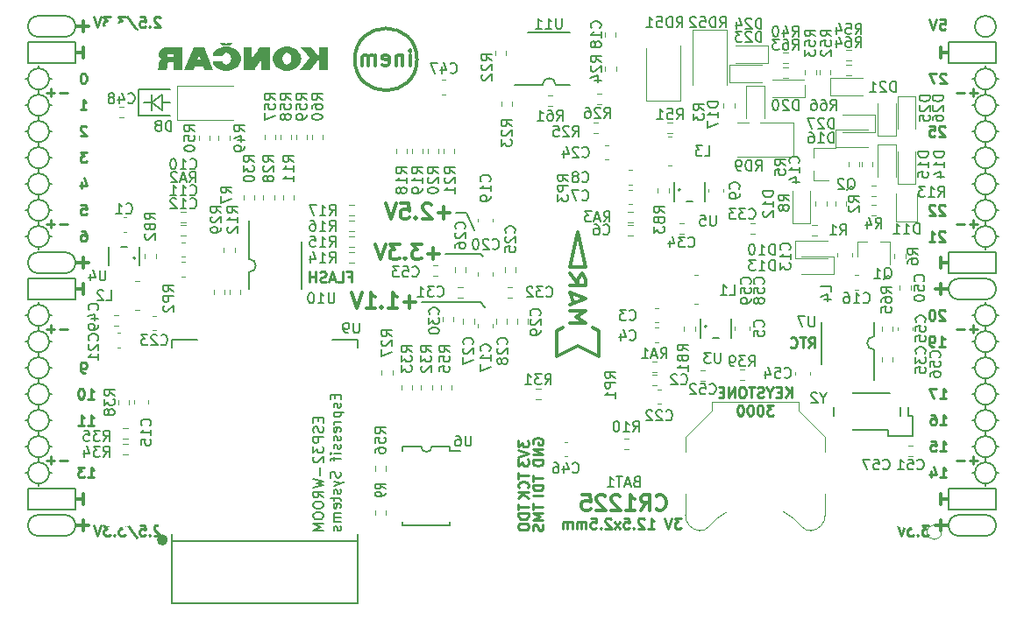
<source format=gbo>
G04 #@! TF.GenerationSoftware,KiCad,Pcbnew,5.0.0-rc3+dfsg1-1*
G04 #@! TF.CreationDate,2018-07-08T01:33:59+02:00*
G04 #@! TF.ProjectId,ulx3s,756C7833732E6B696361645F70636200,rev?*
G04 #@! TF.SameCoordinates,Original*
G04 #@! TF.FileFunction,Legend,Bot*
G04 #@! TF.FilePolarity,Positive*
%FSLAX46Y46*%
G04 Gerber Fmt 4.6, Leading zero omitted, Abs format (unit mm)*
G04 Created by KiCad (PCBNEW 5.0.0-rc3+dfsg1-1) date Sun Jul  8 01:33:59 2018*
%MOMM*%
%LPD*%
G01*
G04 APERTURE LIST*
%ADD10C,0.200000*%
%ADD11C,0.250000*%
%ADD12C,0.300000*%
%ADD13C,0.500000*%
%ADD14C,0.150000*%
%ADD15C,0.120000*%
%ADD16C,0.100000*%
%ADD17C,1.200000*%
%ADD18C,2.100000*%
%ADD19O,2.600000X1.000000*%
%ADD20O,1.000000X2.600000*%
%ADD21R,6.100000X6.100000*%
%ADD22R,0.770000X1.100000*%
%ADD23R,1.500000X1.395000*%
%ADD24R,2.600000X1.900000*%
%ADD25R,1.900000X2.600000*%
%ADD26R,3.800000X3.600000*%
%ADD27C,9.100000*%
%ADD28R,1.650000X0.700000*%
%ADD29O,1.650000X0.700000*%
%ADD30R,0.700000X2.200000*%
%ADD31O,0.700000X2.200000*%
%ADD32R,0.700000X1.650000*%
%ADD33O,0.700000X1.650000*%
%ADD34R,1.100000X0.500000*%
%ADD35R,0.800000X1.300000*%
%ADD36O,1.827200X1.827200*%
%ADD37R,1.827200X1.827200*%
%ADD38C,5.600000*%
%ADD39R,1.827200X2.132000*%
%ADD40O,1.827200X2.132000*%
%ADD41C,1.800000*%
%ADD42R,1.900000X1.500000*%
%ADD43R,1.070000X1.600000*%
%ADD44R,1.600000X1.070000*%
%ADD45R,1.100000X0.770000*%
%ADD46R,1.100000X1.100000*%
%ADD47C,0.400000*%
%ADD48R,1.800000X1.800000*%
%ADD49O,1.800000X1.800000*%
%ADD50R,1.600000X2.800000*%
%ADD51R,0.900000X1.000000*%
%ADD52R,1.000000X0.900000*%
%ADD53R,0.920000X1.100000*%
%ADD54R,1.100000X0.920000*%
%ADD55R,1.500000X1.220000*%
G04 APERTURE END LIST*
D10*
X136660000Y-80742000D02*
X135644000Y-80742000D01*
X137422000Y-82393000D02*
X136660000Y-80742000D01*
X138057000Y-84679000D02*
X134628000Y-84679000D01*
X138311000Y-84933000D02*
X138057000Y-84679000D01*
X138057000Y-89378000D02*
X138438000Y-89886000D01*
X132342000Y-89378000D02*
X138057000Y-89378000D01*
D11*
X99893476Y-96180380D02*
X99703000Y-96180380D01*
X99607761Y-96132761D01*
X99560142Y-96085142D01*
X99464904Y-95942285D01*
X99417285Y-95751809D01*
X99417285Y-95370857D01*
X99464904Y-95275619D01*
X99512523Y-95228000D01*
X99607761Y-95180380D01*
X99798238Y-95180380D01*
X99893476Y-95228000D01*
X99941095Y-95275619D01*
X99988714Y-95370857D01*
X99988714Y-95608952D01*
X99941095Y-95704190D01*
X99893476Y-95751809D01*
X99798238Y-95799428D01*
X99607761Y-95799428D01*
X99512523Y-95751809D01*
X99464904Y-95704190D01*
X99417285Y-95608952D01*
X100147476Y-101260380D02*
X100718904Y-101260380D01*
X100433190Y-101260380D02*
X100433190Y-100260380D01*
X100528428Y-100403238D01*
X100623666Y-100498476D01*
X100718904Y-100546095D01*
X99195095Y-101260380D02*
X99766523Y-101260380D01*
X99480809Y-101260380D02*
X99480809Y-100260380D01*
X99576047Y-100403238D01*
X99671285Y-100498476D01*
X99766523Y-100546095D01*
D10*
X105037000Y-68804000D02*
X108085000Y-68804000D01*
X105037000Y-71344000D02*
X105037000Y-68804000D01*
X108085000Y-71344000D02*
X105037000Y-71344000D01*
X107323000Y-70074000D02*
X108085000Y-70074000D01*
X106307000Y-70074000D02*
X105545000Y-70074000D01*
X106307000Y-70836000D02*
X106307000Y-70074000D01*
X106307000Y-69312000D02*
X106307000Y-70836000D01*
X107323000Y-69312000D02*
X107323000Y-70836000D01*
X106307000Y-70074000D02*
X107323000Y-69312000D01*
X107323000Y-70836000D02*
X106307000Y-70074000D01*
D11*
X182887904Y-72415619D02*
X182840285Y-72368000D01*
X182745047Y-72320380D01*
X182506952Y-72320380D01*
X182411714Y-72368000D01*
X182364095Y-72415619D01*
X182316476Y-72510857D01*
X182316476Y-72606095D01*
X182364095Y-72748952D01*
X182935523Y-73320380D01*
X182316476Y-73320380D01*
X181411714Y-72320380D02*
X181887904Y-72320380D01*
X181935523Y-72796571D01*
X181887904Y-72748952D01*
X181792666Y-72701333D01*
X181554571Y-72701333D01*
X181459333Y-72748952D01*
X181411714Y-72796571D01*
X181364095Y-72891809D01*
X181364095Y-73129904D01*
X181411714Y-73225142D01*
X181459333Y-73272761D01*
X181554571Y-73320380D01*
X181792666Y-73320380D01*
X181887904Y-73272761D01*
X181935523Y-73225142D01*
X182887904Y-80035619D02*
X182840285Y-79988000D01*
X182745047Y-79940380D01*
X182506952Y-79940380D01*
X182411714Y-79988000D01*
X182364095Y-80035619D01*
X182316476Y-80130857D01*
X182316476Y-80226095D01*
X182364095Y-80368952D01*
X182935523Y-80940380D01*
X182316476Y-80940380D01*
X181935523Y-80035619D02*
X181887904Y-79988000D01*
X181792666Y-79940380D01*
X181554571Y-79940380D01*
X181459333Y-79988000D01*
X181411714Y-80035619D01*
X181364095Y-80130857D01*
X181364095Y-80226095D01*
X181411714Y-80368952D01*
X181983142Y-80940380D01*
X181364095Y-80940380D01*
X182887904Y-82575619D02*
X182840285Y-82528000D01*
X182745047Y-82480380D01*
X182506952Y-82480380D01*
X182411714Y-82528000D01*
X182364095Y-82575619D01*
X182316476Y-82670857D01*
X182316476Y-82766095D01*
X182364095Y-82908952D01*
X182935523Y-83480380D01*
X182316476Y-83480380D01*
X181364095Y-83480380D02*
X181935523Y-83480380D01*
X181649809Y-83480380D02*
X181649809Y-82480380D01*
X181745047Y-82623238D01*
X181840285Y-82718476D01*
X181935523Y-82766095D01*
X182887904Y-90195619D02*
X182840285Y-90148000D01*
X182745047Y-90100380D01*
X182506952Y-90100380D01*
X182411714Y-90148000D01*
X182364095Y-90195619D01*
X182316476Y-90290857D01*
X182316476Y-90386095D01*
X182364095Y-90528952D01*
X182935523Y-91100380D01*
X182316476Y-91100380D01*
X181697428Y-90100380D02*
X181602190Y-90100380D01*
X181506952Y-90148000D01*
X181459333Y-90195619D01*
X181411714Y-90290857D01*
X181364095Y-90481333D01*
X181364095Y-90719428D01*
X181411714Y-90909904D01*
X181459333Y-91005142D01*
X181506952Y-91052761D01*
X181602190Y-91100380D01*
X181697428Y-91100380D01*
X181792666Y-91052761D01*
X181840285Y-91005142D01*
X181887904Y-90909904D01*
X181935523Y-90719428D01*
X181935523Y-90481333D01*
X181887904Y-90290857D01*
X181840285Y-90195619D01*
X181792666Y-90148000D01*
X181697428Y-90100380D01*
X182316476Y-93640380D02*
X182887904Y-93640380D01*
X182602190Y-93640380D02*
X182602190Y-92640380D01*
X182697428Y-92783238D01*
X182792666Y-92878476D01*
X182887904Y-92926095D01*
X181840285Y-93640380D02*
X181649809Y-93640380D01*
X181554571Y-93592761D01*
X181506952Y-93545142D01*
X181411714Y-93402285D01*
X181364095Y-93211809D01*
X181364095Y-92830857D01*
X181411714Y-92735619D01*
X181459333Y-92688000D01*
X181554571Y-92640380D01*
X181745047Y-92640380D01*
X181840285Y-92688000D01*
X181887904Y-92735619D01*
X181935523Y-92830857D01*
X181935523Y-93068952D01*
X181887904Y-93164190D01*
X181840285Y-93211809D01*
X181745047Y-93259428D01*
X181554571Y-93259428D01*
X181459333Y-93211809D01*
X181411714Y-93164190D01*
X181364095Y-93068952D01*
X125269476Y-86893571D02*
X125602809Y-86893571D01*
X125602809Y-87417380D02*
X125602809Y-86417380D01*
X125126619Y-86417380D01*
X124269476Y-87417380D02*
X124745666Y-87417380D01*
X124745666Y-86417380D01*
X123983761Y-87131666D02*
X123507571Y-87131666D01*
X124079000Y-87417380D02*
X123745666Y-86417380D01*
X123412333Y-87417380D01*
X123126619Y-87369761D02*
X122983761Y-87417380D01*
X122745666Y-87417380D01*
X122650428Y-87369761D01*
X122602809Y-87322142D01*
X122555190Y-87226904D01*
X122555190Y-87131666D01*
X122602809Y-87036428D01*
X122650428Y-86988809D01*
X122745666Y-86941190D01*
X122936142Y-86893571D01*
X123031380Y-86845952D01*
X123079000Y-86798333D01*
X123126619Y-86703095D01*
X123126619Y-86607857D01*
X123079000Y-86512619D01*
X123031380Y-86465000D01*
X122936142Y-86417380D01*
X122698047Y-86417380D01*
X122555190Y-86465000D01*
X122126619Y-87417380D02*
X122126619Y-86417380D01*
X122126619Y-86893571D02*
X121555190Y-86893571D01*
X121555190Y-87417380D02*
X121555190Y-86417380D01*
X157418095Y-110252380D02*
X156799047Y-110252380D01*
X157132380Y-110633333D01*
X156989523Y-110633333D01*
X156894285Y-110680952D01*
X156846666Y-110728571D01*
X156799047Y-110823809D01*
X156799047Y-111061904D01*
X156846666Y-111157142D01*
X156894285Y-111204761D01*
X156989523Y-111252380D01*
X157275238Y-111252380D01*
X157370476Y-111204761D01*
X157418095Y-111157142D01*
X156513333Y-110252380D02*
X156180000Y-111252380D01*
X155846666Y-110252380D01*
X154227619Y-111252380D02*
X154799047Y-111252380D01*
X154513333Y-111252380D02*
X154513333Y-110252380D01*
X154608571Y-110395238D01*
X154703809Y-110490476D01*
X154799047Y-110538095D01*
X153846666Y-110347619D02*
X153799047Y-110300000D01*
X153703809Y-110252380D01*
X153465714Y-110252380D01*
X153370476Y-110300000D01*
X153322857Y-110347619D01*
X153275238Y-110442857D01*
X153275238Y-110538095D01*
X153322857Y-110680952D01*
X153894285Y-111252380D01*
X153275238Y-111252380D01*
X152846666Y-111157142D02*
X152799047Y-111204761D01*
X152846666Y-111252380D01*
X152894285Y-111204761D01*
X152846666Y-111157142D01*
X152846666Y-111252380D01*
X151894285Y-110252380D02*
X152370476Y-110252380D01*
X152418095Y-110728571D01*
X152370476Y-110680952D01*
X152275238Y-110633333D01*
X152037142Y-110633333D01*
X151941904Y-110680952D01*
X151894285Y-110728571D01*
X151846666Y-110823809D01*
X151846666Y-111061904D01*
X151894285Y-111157142D01*
X151941904Y-111204761D01*
X152037142Y-111252380D01*
X152275238Y-111252380D01*
X152370476Y-111204761D01*
X152418095Y-111157142D01*
X151513333Y-111252380D02*
X150989523Y-110585714D01*
X151513333Y-110585714D02*
X150989523Y-111252380D01*
X150656190Y-110347619D02*
X150608571Y-110300000D01*
X150513333Y-110252380D01*
X150275238Y-110252380D01*
X150180000Y-110300000D01*
X150132380Y-110347619D01*
X150084761Y-110442857D01*
X150084761Y-110538095D01*
X150132380Y-110680952D01*
X150703809Y-111252380D01*
X150084761Y-111252380D01*
X149656190Y-111157142D02*
X149608571Y-111204761D01*
X149656190Y-111252380D01*
X149703809Y-111204761D01*
X149656190Y-111157142D01*
X149656190Y-111252380D01*
X148703809Y-110252380D02*
X149180000Y-110252380D01*
X149227619Y-110728571D01*
X149180000Y-110680952D01*
X149084761Y-110633333D01*
X148846666Y-110633333D01*
X148751428Y-110680952D01*
X148703809Y-110728571D01*
X148656190Y-110823809D01*
X148656190Y-111061904D01*
X148703809Y-111157142D01*
X148751428Y-111204761D01*
X148846666Y-111252380D01*
X149084761Y-111252380D01*
X149180000Y-111204761D01*
X149227619Y-111157142D01*
X148227619Y-111252380D02*
X148227619Y-110585714D01*
X148227619Y-110680952D02*
X148180000Y-110633333D01*
X148084761Y-110585714D01*
X147941904Y-110585714D01*
X147846666Y-110633333D01*
X147799047Y-110728571D01*
X147799047Y-111252380D01*
X147799047Y-110728571D02*
X147751428Y-110633333D01*
X147656190Y-110585714D01*
X147513333Y-110585714D01*
X147418095Y-110633333D01*
X147370476Y-110728571D01*
X147370476Y-111252380D01*
X146894285Y-111252380D02*
X146894285Y-110585714D01*
X146894285Y-110680952D02*
X146846666Y-110633333D01*
X146751428Y-110585714D01*
X146608571Y-110585714D01*
X146513333Y-110633333D01*
X146465714Y-110728571D01*
X146465714Y-111252380D01*
X146465714Y-110728571D02*
X146418095Y-110633333D01*
X146322857Y-110585714D01*
X146180000Y-110585714D01*
X146084761Y-110633333D01*
X146037142Y-110728571D01*
X146037142Y-111252380D01*
X168085000Y-98577380D02*
X168085000Y-97577380D01*
X167513571Y-98577380D02*
X167942142Y-98005952D01*
X167513571Y-97577380D02*
X168085000Y-98148809D01*
X167085000Y-98053571D02*
X166751666Y-98053571D01*
X166608809Y-98577380D02*
X167085000Y-98577380D01*
X167085000Y-97577380D01*
X166608809Y-97577380D01*
X165989761Y-98101190D02*
X165989761Y-98577380D01*
X166323095Y-97577380D02*
X165989761Y-98101190D01*
X165656428Y-97577380D01*
X165370714Y-98529761D02*
X165227857Y-98577380D01*
X164989761Y-98577380D01*
X164894523Y-98529761D01*
X164846904Y-98482142D01*
X164799285Y-98386904D01*
X164799285Y-98291666D01*
X164846904Y-98196428D01*
X164894523Y-98148809D01*
X164989761Y-98101190D01*
X165180238Y-98053571D01*
X165275476Y-98005952D01*
X165323095Y-97958333D01*
X165370714Y-97863095D01*
X165370714Y-97767857D01*
X165323095Y-97672619D01*
X165275476Y-97625000D01*
X165180238Y-97577380D01*
X164942142Y-97577380D01*
X164799285Y-97625000D01*
X164513571Y-97577380D02*
X163942142Y-97577380D01*
X164227857Y-98577380D02*
X164227857Y-97577380D01*
X163418333Y-97577380D02*
X163227857Y-97577380D01*
X163132619Y-97625000D01*
X163037380Y-97720238D01*
X162989761Y-97910714D01*
X162989761Y-98244047D01*
X163037380Y-98434523D01*
X163132619Y-98529761D01*
X163227857Y-98577380D01*
X163418333Y-98577380D01*
X163513571Y-98529761D01*
X163608809Y-98434523D01*
X163656428Y-98244047D01*
X163656428Y-97910714D01*
X163608809Y-97720238D01*
X163513571Y-97625000D01*
X163418333Y-97577380D01*
X162561190Y-98577380D02*
X162561190Y-97577380D01*
X161989761Y-98577380D01*
X161989761Y-97577380D01*
X161513571Y-98053571D02*
X161180238Y-98053571D01*
X161037380Y-98577380D02*
X161513571Y-98577380D01*
X161513571Y-97577380D01*
X161037380Y-97577380D01*
X166346904Y-99327380D02*
X165727857Y-99327380D01*
X166061190Y-99708333D01*
X165918333Y-99708333D01*
X165823095Y-99755952D01*
X165775476Y-99803571D01*
X165727857Y-99898809D01*
X165727857Y-100136904D01*
X165775476Y-100232142D01*
X165823095Y-100279761D01*
X165918333Y-100327380D01*
X166204047Y-100327380D01*
X166299285Y-100279761D01*
X166346904Y-100232142D01*
X165108809Y-99327380D02*
X165013571Y-99327380D01*
X164918333Y-99375000D01*
X164870714Y-99422619D01*
X164823095Y-99517857D01*
X164775476Y-99708333D01*
X164775476Y-99946428D01*
X164823095Y-100136904D01*
X164870714Y-100232142D01*
X164918333Y-100279761D01*
X165013571Y-100327380D01*
X165108809Y-100327380D01*
X165204047Y-100279761D01*
X165251666Y-100232142D01*
X165299285Y-100136904D01*
X165346904Y-99946428D01*
X165346904Y-99708333D01*
X165299285Y-99517857D01*
X165251666Y-99422619D01*
X165204047Y-99375000D01*
X165108809Y-99327380D01*
X164156428Y-99327380D02*
X164061190Y-99327380D01*
X163965952Y-99375000D01*
X163918333Y-99422619D01*
X163870714Y-99517857D01*
X163823095Y-99708333D01*
X163823095Y-99946428D01*
X163870714Y-100136904D01*
X163918333Y-100232142D01*
X163965952Y-100279761D01*
X164061190Y-100327380D01*
X164156428Y-100327380D01*
X164251666Y-100279761D01*
X164299285Y-100232142D01*
X164346904Y-100136904D01*
X164394523Y-99946428D01*
X164394523Y-99708333D01*
X164346904Y-99517857D01*
X164299285Y-99422619D01*
X164251666Y-99375000D01*
X164156428Y-99327380D01*
X163204047Y-99327380D02*
X163108809Y-99327380D01*
X163013571Y-99375000D01*
X162965952Y-99422619D01*
X162918333Y-99517857D01*
X162870714Y-99708333D01*
X162870714Y-99946428D01*
X162918333Y-100136904D01*
X162965952Y-100232142D01*
X163013571Y-100279761D01*
X163108809Y-100327380D01*
X163204047Y-100327380D01*
X163299285Y-100279761D01*
X163346904Y-100232142D01*
X163394523Y-100136904D01*
X163442142Y-99946428D01*
X163442142Y-99708333D01*
X163394523Y-99517857D01*
X163346904Y-99422619D01*
X163299285Y-99375000D01*
X163204047Y-99327380D01*
D12*
X182492000Y-87582000D02*
X182492000Y-88598000D01*
X183254000Y-88090000D02*
X181984000Y-88090000D01*
X182492000Y-110442000D02*
X182492000Y-111458000D01*
X183254000Y-110950000D02*
X181984000Y-110950000D01*
X99688000Y-62182000D02*
X99688000Y-63198000D01*
X98926000Y-62690000D02*
X100196000Y-62690000D01*
X99688000Y-110442000D02*
X99688000Y-111458000D01*
X98926000Y-110950000D02*
X100196000Y-110950000D01*
X99688000Y-85042000D02*
X99688000Y-86058000D01*
X98926000Y-85550000D02*
X100196000Y-85550000D01*
D10*
X187826000Y-62690000D02*
G75*
G03X187826000Y-62690000I-1016000J0D01*
G01*
X184270000Y-87074000D02*
X186810000Y-87074000D01*
X184270000Y-89106000D02*
X186810000Y-89106000D01*
X184270000Y-87074000D02*
G75*
G03X184270000Y-89106000I0J-1016000D01*
G01*
X186810000Y-89106000D02*
G75*
G03X186810000Y-87074000I0J1016000D01*
G01*
X184270000Y-111966000D02*
X186810000Y-111966000D01*
X184270000Y-109934000D02*
X186810000Y-109934000D01*
X184270000Y-109934000D02*
G75*
G03X184270000Y-111966000I0J-1016000D01*
G01*
X186810000Y-111966000D02*
G75*
G03X186810000Y-109934000I0J1016000D01*
G01*
X97910000Y-63706000D02*
G75*
G03X97910000Y-61674000I0J1016000D01*
G01*
X95370000Y-61674000D02*
X97910000Y-61674000D01*
X95370000Y-63706000D02*
X97910000Y-63706000D01*
X95370000Y-61674000D02*
G75*
G03X95370000Y-63706000I0J-1016000D01*
G01*
X95370000Y-86566000D02*
X97910000Y-86566000D01*
X95370000Y-84534000D02*
X97910000Y-84534000D01*
X95370000Y-84534000D02*
G75*
G03X95370000Y-86566000I0J-1016000D01*
G01*
X97910000Y-86566000D02*
G75*
G03X97910000Y-84534000I0J1016000D01*
G01*
X95370000Y-111966000D02*
X97910000Y-111966000D01*
X95370000Y-109934000D02*
X97910000Y-109934000D01*
X95370000Y-109934000D02*
G75*
G03X95370000Y-111966000I0J-1016000D01*
G01*
X97910000Y-111966000D02*
G75*
G03X97910000Y-109934000I0J1016000D01*
G01*
X98926000Y-107394000D02*
X94354000Y-107394000D01*
X98926000Y-109426000D02*
X98926000Y-107394000D01*
X94354000Y-109426000D02*
X98926000Y-109426000D01*
X94354000Y-107394000D02*
X94354000Y-109426000D01*
X187826000Y-107394000D02*
X183254000Y-107394000D01*
X187826000Y-109426000D02*
X187826000Y-107394000D01*
X183254000Y-109426000D02*
X187826000Y-109426000D01*
X183254000Y-107394000D02*
X183254000Y-109426000D01*
X187826000Y-84534000D02*
X183254000Y-84534000D01*
X187826000Y-86566000D02*
X187826000Y-84534000D01*
X183254000Y-86566000D02*
X187826000Y-86566000D01*
X183254000Y-84534000D02*
X183254000Y-86566000D01*
X187826000Y-64214000D02*
X183254000Y-64214000D01*
X187826000Y-66246000D02*
X187826000Y-64214000D01*
X183254000Y-66246000D02*
X187826000Y-66246000D01*
X183254000Y-64214000D02*
X183254000Y-66246000D01*
X98926000Y-64214000D02*
X94354000Y-64214000D01*
X98926000Y-66246000D02*
X98926000Y-64214000D01*
X94354000Y-66246000D02*
X98926000Y-66246000D01*
X94354000Y-64214000D02*
X94354000Y-66246000D01*
X98926000Y-87074000D02*
X94354000Y-87074000D01*
X98926000Y-89106000D02*
X98926000Y-87074000D01*
X94354000Y-89106000D02*
X98926000Y-89106000D01*
X94354000Y-87074000D02*
X94354000Y-89106000D01*
D11*
X186032000Y-91971428D02*
X185270095Y-91971428D01*
X185651047Y-92352380D02*
X185651047Y-91590476D01*
X184793904Y-91971428D02*
X184032000Y-91971428D01*
X186032000Y-69111428D02*
X185270095Y-69111428D01*
X185651047Y-69492380D02*
X185651047Y-68730476D01*
X184793904Y-69111428D02*
X184032000Y-69111428D01*
X186032000Y-81811428D02*
X185270095Y-81811428D01*
X185651047Y-82192380D02*
X185651047Y-81430476D01*
X184793904Y-81811428D02*
X184032000Y-81811428D01*
X186032000Y-104671428D02*
X185270095Y-104671428D01*
X185651047Y-105052380D02*
X185651047Y-104290476D01*
X184793904Y-104671428D02*
X184032000Y-104671428D01*
X98148000Y-104671428D02*
X97386095Y-104671428D01*
X96909904Y-104671428D02*
X96148000Y-104671428D01*
X96528952Y-105052380D02*
X96528952Y-104290476D01*
X98148000Y-91971428D02*
X97386095Y-91971428D01*
X96909904Y-91971428D02*
X96148000Y-91971428D01*
X96528952Y-92352380D02*
X96528952Y-91590476D01*
X98148000Y-81811428D02*
X97386095Y-81811428D01*
X96909904Y-81811428D02*
X96148000Y-81811428D01*
X96528952Y-82192380D02*
X96528952Y-81430476D01*
X98148000Y-69111428D02*
X97386095Y-69111428D01*
X96909904Y-69111428D02*
X96148000Y-69111428D01*
X96528952Y-69492380D02*
X96528952Y-68730476D01*
D12*
X182492000Y-107902000D02*
X182492000Y-108918000D01*
X183254000Y-108410000D02*
X182492000Y-108410000D01*
D10*
X95370000Y-96726000D02*
X95370000Y-97234000D01*
X96386000Y-95710000D02*
X96640000Y-95710000D01*
X94354000Y-95710000D02*
X94100000Y-95710000D01*
X187826000Y-98250000D02*
X188080000Y-98250000D01*
X187826000Y-83010000D02*
X188080000Y-83010000D01*
X95370000Y-107140000D02*
X95370000Y-106886000D01*
X96386000Y-105870000D02*
X96640000Y-105870000D01*
X94354000Y-105870000D02*
X94100000Y-105870000D01*
X94354000Y-103330000D02*
X94100000Y-103330000D01*
X95370000Y-104346000D02*
X95370000Y-104854000D01*
X96386000Y-103330000D02*
X96640000Y-103330000D01*
X94354000Y-100790000D02*
X94100000Y-100790000D01*
X95370000Y-102314000D02*
X95370000Y-101806000D01*
X96386000Y-100790000D02*
X96640000Y-100790000D01*
X95370000Y-99266000D02*
X95370000Y-99774000D01*
X94354000Y-98250000D02*
X94100000Y-98250000D01*
X96386000Y-98250000D02*
X96640000Y-98250000D01*
X95370000Y-94186000D02*
X95370000Y-94694000D01*
X96386000Y-93170000D02*
X96640000Y-93170000D01*
X94354000Y-93170000D02*
X94100000Y-93170000D01*
X94354000Y-90630000D02*
X94100000Y-90630000D01*
X95370000Y-91646000D02*
X95370000Y-92154000D01*
X96640000Y-90630000D02*
X96386000Y-90630000D01*
X95370000Y-89360000D02*
X95370000Y-89614000D01*
X94354000Y-83010000D02*
X94100000Y-83010000D01*
X95370000Y-84280000D02*
X95370000Y-84026000D01*
X96386000Y-83010000D02*
X96640000Y-83010000D01*
X95370000Y-81486000D02*
X95370000Y-81994000D01*
X94354000Y-80470000D02*
X94100000Y-80470000D01*
X96640000Y-80470000D02*
X96386000Y-80470000D01*
X95370000Y-78946000D02*
X95370000Y-79454000D01*
X96386000Y-77930000D02*
X96640000Y-77930000D01*
X94354000Y-77930000D02*
X94100000Y-77930000D01*
X95370000Y-76406000D02*
X95370000Y-76914000D01*
X94354000Y-75390000D02*
X94100000Y-75390000D01*
X96386000Y-75390000D02*
X96640000Y-75390000D01*
X95370000Y-73866000D02*
X95370000Y-74374000D01*
X96386000Y-72850000D02*
X96640000Y-72850000D01*
X94100000Y-72850000D02*
X94354000Y-72850000D01*
X94354000Y-70310000D02*
X94100000Y-70310000D01*
X96640000Y-70310000D02*
X96386000Y-70310000D01*
X95370000Y-71326000D02*
X95370000Y-71834000D01*
X95370000Y-68786000D02*
X95370000Y-69294000D01*
X96386000Y-67770000D02*
X96640000Y-67770000D01*
X94354000Y-67770000D02*
X94100000Y-67770000D01*
X95370000Y-66500000D02*
X95370000Y-66754000D01*
X187826000Y-105870000D02*
X188080000Y-105870000D01*
X186810000Y-107140000D02*
X186810000Y-106886000D01*
X185540000Y-105870000D02*
X185794000Y-105870000D01*
X186810000Y-104346000D02*
X186810000Y-104854000D01*
X187826000Y-103330000D02*
X188080000Y-103330000D01*
X185540000Y-103330000D02*
X185794000Y-103330000D01*
X186810000Y-101806000D02*
X186810000Y-102314000D01*
X187826000Y-100790000D02*
X188080000Y-100790000D01*
X185540000Y-100790000D02*
X185794000Y-100790000D01*
X186810000Y-99266000D02*
X186810000Y-99774000D01*
X185540000Y-98250000D02*
X185794000Y-98250000D01*
X186810000Y-97234000D02*
X186810000Y-96726000D01*
X187826000Y-95710000D02*
X188080000Y-95710000D01*
X185540000Y-95710000D02*
X185794000Y-95710000D01*
X186810000Y-94694000D02*
X186810000Y-94186000D01*
X187826000Y-93170000D02*
X188080000Y-93170000D01*
X185540000Y-93170000D02*
X185794000Y-93170000D01*
X186810000Y-92154000D02*
X186810000Y-91646000D01*
X187826000Y-90630000D02*
X188080000Y-90630000D01*
X185540000Y-90630000D02*
X185794000Y-90630000D01*
X186810000Y-89360000D02*
X186810000Y-89614000D01*
X186810000Y-84280000D02*
X186810000Y-84026000D01*
X185540000Y-83010000D02*
X185794000Y-83010000D01*
X186810000Y-81994000D02*
X186810000Y-81486000D01*
X185794000Y-80470000D02*
X185540000Y-80470000D01*
X187826000Y-80470000D02*
X188080000Y-80470000D01*
X186810000Y-78946000D02*
X186810000Y-79454000D01*
X185794000Y-77930000D02*
X185540000Y-77930000D01*
X187826000Y-77930000D02*
X188080000Y-77930000D01*
X186810000Y-76406000D02*
X186810000Y-76914000D01*
X186810000Y-73866000D02*
X186810000Y-74374000D01*
X185794000Y-75390000D02*
X185540000Y-75390000D01*
X187826000Y-75390000D02*
X188080000Y-75390000D01*
X187826000Y-72850000D02*
X188080000Y-72850000D01*
X185540000Y-72850000D02*
X185794000Y-72850000D01*
X186810000Y-71834000D02*
X186810000Y-71326000D01*
X187826000Y-70310000D02*
X188080000Y-70310000D01*
X185540000Y-70310000D02*
X185794000Y-70310000D01*
X187826000Y-67770000D02*
X188080000Y-67770000D01*
X186810000Y-68786000D02*
X186810000Y-69294000D01*
X185540000Y-67770000D02*
X185794000Y-67770000D01*
X186810000Y-66500000D02*
X186810000Y-66754000D01*
X187826000Y-67770000D02*
G75*
G03X187826000Y-67770000I-1016000J0D01*
G01*
X187826000Y-70310000D02*
G75*
G03X187826000Y-70310000I-1016000J0D01*
G01*
X187826000Y-72850000D02*
G75*
G03X187826000Y-72850000I-1016000J0D01*
G01*
X187826000Y-75390000D02*
G75*
G03X187826000Y-75390000I-1016000J0D01*
G01*
X187826000Y-77930000D02*
G75*
G03X187826000Y-77930000I-1016000J0D01*
G01*
X187826000Y-80470000D02*
G75*
G03X187826000Y-80470000I-1016000J0D01*
G01*
X187826000Y-83010000D02*
G75*
G03X187826000Y-83010000I-1016000J0D01*
G01*
X187826000Y-90630000D02*
G75*
G03X187826000Y-90630000I-1016000J0D01*
G01*
X187826000Y-93170000D02*
G75*
G03X187826000Y-93170000I-1016000J0D01*
G01*
X187826000Y-95710000D02*
G75*
G03X187826000Y-95710000I-1016000J0D01*
G01*
X187826000Y-98250000D02*
G75*
G03X187826000Y-98250000I-1016000J0D01*
G01*
X187826000Y-100790000D02*
G75*
G03X187826000Y-100790000I-1016000J0D01*
G01*
X187826000Y-103330000D02*
G75*
G03X187826000Y-103330000I-1016000J0D01*
G01*
X187826000Y-105870000D02*
G75*
G03X187826000Y-105870000I-1016000J0D01*
G01*
X96386000Y-105870000D02*
G75*
G03X96386000Y-105870000I-1016000J0D01*
G01*
X96386000Y-103330000D02*
G75*
G03X96386000Y-103330000I-1016000J0D01*
G01*
X96386000Y-100790000D02*
G75*
G03X96386000Y-100790000I-1016000J0D01*
G01*
X96386000Y-98250000D02*
G75*
G03X96386000Y-98250000I-1016000J0D01*
G01*
X96386000Y-95710000D02*
G75*
G03X96386000Y-95710000I-1016000J0D01*
G01*
X96386000Y-93170000D02*
G75*
G03X96386000Y-93170000I-1016000J0D01*
G01*
X96386000Y-90630000D02*
G75*
G03X96386000Y-90630000I-1016000J0D01*
G01*
X96386000Y-83010000D02*
G75*
G03X96386000Y-83010000I-1016000J0D01*
G01*
X96386000Y-80470000D02*
G75*
G03X96386000Y-80470000I-1016000J0D01*
G01*
X96386000Y-77930000D02*
G75*
G03X96386000Y-77930000I-1016000J0D01*
G01*
X96386000Y-75390000D02*
G75*
G03X96386000Y-75390000I-1016000J0D01*
G01*
X96386000Y-72850000D02*
G75*
G03X96386000Y-72850000I-1016000J0D01*
G01*
X96386000Y-70310000D02*
G75*
G03X96386000Y-70310000I-1016000J0D01*
G01*
X96386000Y-67770000D02*
G75*
G03X96386000Y-67770000I-1016000J0D01*
G01*
D11*
X182428476Y-62015380D02*
X182904666Y-62015380D01*
X182952285Y-62491571D01*
X182904666Y-62443952D01*
X182809428Y-62396333D01*
X182571333Y-62396333D01*
X182476095Y-62443952D01*
X182428476Y-62491571D01*
X182380857Y-62586809D01*
X182380857Y-62824904D01*
X182428476Y-62920142D01*
X182476095Y-62967761D01*
X182571333Y-63015380D01*
X182809428Y-63015380D01*
X182904666Y-62967761D01*
X182952285Y-62920142D01*
X182095142Y-62015380D02*
X181761809Y-63015380D01*
X181428476Y-62015380D01*
D12*
X182492000Y-64722000D02*
X182492000Y-65738000D01*
X183254000Y-65230000D02*
X182492000Y-65230000D01*
D11*
X182999904Y-67317619D02*
X182952285Y-67270000D01*
X182857047Y-67222380D01*
X182618952Y-67222380D01*
X182523714Y-67270000D01*
X182476095Y-67317619D01*
X182428476Y-67412857D01*
X182428476Y-67508095D01*
X182476095Y-67650952D01*
X183047523Y-68222380D01*
X182428476Y-68222380D01*
X182095142Y-67222380D02*
X181428476Y-67222380D01*
X181857047Y-68222380D01*
D12*
X182492000Y-85042000D02*
X182492000Y-86058000D01*
X183254000Y-85550000D02*
X182492000Y-85550000D01*
D11*
X182428476Y-98702380D02*
X182999904Y-98702380D01*
X182714190Y-98702380D02*
X182714190Y-97702380D01*
X182809428Y-97845238D01*
X182904666Y-97940476D01*
X182999904Y-97988095D01*
X182095142Y-97702380D02*
X181428476Y-97702380D01*
X181857047Y-98702380D01*
X182428476Y-101242380D02*
X182999904Y-101242380D01*
X182714190Y-101242380D02*
X182714190Y-100242380D01*
X182809428Y-100385238D01*
X182904666Y-100480476D01*
X182999904Y-100528095D01*
X181571333Y-100242380D02*
X181761809Y-100242380D01*
X181857047Y-100290000D01*
X181904666Y-100337619D01*
X181999904Y-100480476D01*
X182047523Y-100670952D01*
X182047523Y-101051904D01*
X181999904Y-101147142D01*
X181952285Y-101194761D01*
X181857047Y-101242380D01*
X181666571Y-101242380D01*
X181571333Y-101194761D01*
X181523714Y-101147142D01*
X181476095Y-101051904D01*
X181476095Y-100813809D01*
X181523714Y-100718571D01*
X181571333Y-100670952D01*
X181666571Y-100623333D01*
X181857047Y-100623333D01*
X181952285Y-100670952D01*
X181999904Y-100718571D01*
X182047523Y-100813809D01*
X182428476Y-103782380D02*
X182999904Y-103782380D01*
X182714190Y-103782380D02*
X182714190Y-102782380D01*
X182809428Y-102925238D01*
X182904666Y-103020476D01*
X182999904Y-103068095D01*
X181523714Y-102782380D02*
X181999904Y-102782380D01*
X182047523Y-103258571D01*
X181999904Y-103210952D01*
X181904666Y-103163333D01*
X181666571Y-103163333D01*
X181571333Y-103210952D01*
X181523714Y-103258571D01*
X181476095Y-103353809D01*
X181476095Y-103591904D01*
X181523714Y-103687142D01*
X181571333Y-103734761D01*
X181666571Y-103782380D01*
X181904666Y-103782380D01*
X181999904Y-103734761D01*
X182047523Y-103687142D01*
X182428476Y-106322380D02*
X182999904Y-106322380D01*
X182714190Y-106322380D02*
X182714190Y-105322380D01*
X182809428Y-105465238D01*
X182904666Y-105560476D01*
X182999904Y-105608095D01*
X181571333Y-105655714D02*
X181571333Y-106322380D01*
X181809428Y-105274761D02*
X182047523Y-105989047D01*
X181428476Y-105989047D01*
X181312642Y-110928380D02*
X180693595Y-110928380D01*
X181026928Y-111309333D01*
X180884071Y-111309333D01*
X180788833Y-111356952D01*
X180741214Y-111404571D01*
X180693595Y-111499809D01*
X180693595Y-111737904D01*
X180741214Y-111833142D01*
X180788833Y-111880761D01*
X180884071Y-111928380D01*
X181169785Y-111928380D01*
X181265023Y-111880761D01*
X181312642Y-111833142D01*
X180265023Y-111833142D02*
X180217404Y-111880761D01*
X180265023Y-111928380D01*
X180312642Y-111880761D01*
X180265023Y-111833142D01*
X180265023Y-111928380D01*
X179884071Y-110928380D02*
X179265023Y-110928380D01*
X179598357Y-111309333D01*
X179455500Y-111309333D01*
X179360261Y-111356952D01*
X179312642Y-111404571D01*
X179265023Y-111499809D01*
X179265023Y-111737904D01*
X179312642Y-111833142D01*
X179360261Y-111880761D01*
X179455500Y-111928380D01*
X179741214Y-111928380D01*
X179836452Y-111880761D01*
X179884071Y-111833142D01*
X178979309Y-110928380D02*
X178645976Y-111928380D01*
X178312642Y-110928380D01*
D12*
X99688000Y-108918000D02*
X99688000Y-107902000D01*
X98926000Y-108410000D02*
X99688000Y-108410000D01*
X99688000Y-88598000D02*
X99688000Y-87582000D01*
X98926000Y-88090000D02*
X99688000Y-88090000D01*
X99688000Y-64722000D02*
X99688000Y-65738000D01*
X98926000Y-65230000D02*
X99688000Y-65230000D01*
D11*
X107103690Y-111023619D02*
X107056071Y-110976000D01*
X106960833Y-110928380D01*
X106722738Y-110928380D01*
X106627500Y-110976000D01*
X106579880Y-111023619D01*
X106532261Y-111118857D01*
X106532261Y-111214095D01*
X106579880Y-111356952D01*
X107151309Y-111928380D01*
X106532261Y-111928380D01*
X106103690Y-111833142D02*
X106056071Y-111880761D01*
X106103690Y-111928380D01*
X106151309Y-111880761D01*
X106103690Y-111833142D01*
X106103690Y-111928380D01*
X105151309Y-110928380D02*
X105627500Y-110928380D01*
X105675119Y-111404571D01*
X105627500Y-111356952D01*
X105532261Y-111309333D01*
X105294166Y-111309333D01*
X105198928Y-111356952D01*
X105151309Y-111404571D01*
X105103690Y-111499809D01*
X105103690Y-111737904D01*
X105151309Y-111833142D01*
X105198928Y-111880761D01*
X105294166Y-111928380D01*
X105532261Y-111928380D01*
X105627500Y-111880761D01*
X105675119Y-111833142D01*
X103960833Y-110880761D02*
X104817976Y-112166476D01*
X103722738Y-110928380D02*
X103103690Y-110928380D01*
X103437023Y-111309333D01*
X103294166Y-111309333D01*
X103198928Y-111356952D01*
X103151309Y-111404571D01*
X103103690Y-111499809D01*
X103103690Y-111737904D01*
X103151309Y-111833142D01*
X103198928Y-111880761D01*
X103294166Y-111928380D01*
X103579880Y-111928380D01*
X103675119Y-111880761D01*
X103722738Y-111833142D01*
X102675119Y-111833142D02*
X102627500Y-111880761D01*
X102675119Y-111928380D01*
X102722738Y-111880761D01*
X102675119Y-111833142D01*
X102675119Y-111928380D01*
X102294166Y-110928380D02*
X101675119Y-110928380D01*
X102008452Y-111309333D01*
X101865595Y-111309333D01*
X101770357Y-111356952D01*
X101722738Y-111404571D01*
X101675119Y-111499809D01*
X101675119Y-111737904D01*
X101722738Y-111833142D01*
X101770357Y-111880761D01*
X101865595Y-111928380D01*
X102151309Y-111928380D01*
X102246547Y-111880761D01*
X102294166Y-111833142D01*
X101389404Y-110928380D02*
X101056071Y-111928380D01*
X100722738Y-110928380D01*
X100132476Y-106322380D02*
X100703904Y-106322380D01*
X100418190Y-106322380D02*
X100418190Y-105322380D01*
X100513428Y-105465238D01*
X100608666Y-105560476D01*
X100703904Y-105608095D01*
X99799142Y-105322380D02*
X99180095Y-105322380D01*
X99513428Y-105703333D01*
X99370571Y-105703333D01*
X99275333Y-105750952D01*
X99227714Y-105798571D01*
X99180095Y-105893809D01*
X99180095Y-106131904D01*
X99227714Y-106227142D01*
X99275333Y-106274761D01*
X99370571Y-106322380D01*
X99656285Y-106322380D01*
X99751523Y-106274761D01*
X99799142Y-106227142D01*
X100147476Y-98720380D02*
X100718904Y-98720380D01*
X100433190Y-98720380D02*
X100433190Y-97720380D01*
X100528428Y-97863238D01*
X100623666Y-97958476D01*
X100718904Y-98006095D01*
X99528428Y-97720380D02*
X99433190Y-97720380D01*
X99337952Y-97768000D01*
X99290333Y-97815619D01*
X99242714Y-97910857D01*
X99195095Y-98101333D01*
X99195095Y-98339428D01*
X99242714Y-98529904D01*
X99290333Y-98625142D01*
X99337952Y-98672761D01*
X99433190Y-98720380D01*
X99528428Y-98720380D01*
X99623666Y-98672761D01*
X99671285Y-98625142D01*
X99718904Y-98529904D01*
X99766523Y-98339428D01*
X99766523Y-98101333D01*
X99718904Y-97910857D01*
X99671285Y-97815619D01*
X99623666Y-97768000D01*
X99528428Y-97720380D01*
X99512523Y-82462380D02*
X99703000Y-82462380D01*
X99798238Y-82510000D01*
X99845857Y-82557619D01*
X99941095Y-82700476D01*
X99988714Y-82890952D01*
X99988714Y-83271904D01*
X99941095Y-83367142D01*
X99893476Y-83414761D01*
X99798238Y-83462380D01*
X99607761Y-83462380D01*
X99512523Y-83414761D01*
X99464904Y-83367142D01*
X99417285Y-83271904D01*
X99417285Y-83033809D01*
X99464904Y-82938571D01*
X99512523Y-82890952D01*
X99607761Y-82843333D01*
X99798238Y-82843333D01*
X99893476Y-82890952D01*
X99941095Y-82938571D01*
X99988714Y-83033809D01*
X99464904Y-79922380D02*
X99941095Y-79922380D01*
X99988714Y-80398571D01*
X99941095Y-80350952D01*
X99845857Y-80303333D01*
X99607761Y-80303333D01*
X99512523Y-80350952D01*
X99464904Y-80398571D01*
X99417285Y-80493809D01*
X99417285Y-80731904D01*
X99464904Y-80827142D01*
X99512523Y-80874761D01*
X99607761Y-80922380D01*
X99845857Y-80922380D01*
X99941095Y-80874761D01*
X99988714Y-80827142D01*
X99512523Y-77715714D02*
X99512523Y-78382380D01*
X99750619Y-77334761D02*
X99988714Y-78049047D01*
X99369666Y-78049047D01*
X100021333Y-74842380D02*
X99402285Y-74842380D01*
X99735619Y-75223333D01*
X99592761Y-75223333D01*
X99497523Y-75270952D01*
X99449904Y-75318571D01*
X99402285Y-75413809D01*
X99402285Y-75651904D01*
X99449904Y-75747142D01*
X99497523Y-75794761D01*
X99592761Y-75842380D01*
X99878476Y-75842380D01*
X99973714Y-75794761D01*
X100021333Y-75747142D01*
X99973714Y-72397619D02*
X99926095Y-72350000D01*
X99830857Y-72302380D01*
X99592761Y-72302380D01*
X99497523Y-72350000D01*
X99449904Y-72397619D01*
X99402285Y-72492857D01*
X99402285Y-72588095D01*
X99449904Y-72730952D01*
X100021333Y-73302380D01*
X99402285Y-73302380D01*
X99402285Y-70762380D02*
X99973714Y-70762380D01*
X99688000Y-70762380D02*
X99688000Y-69762380D01*
X99783238Y-69905238D01*
X99878476Y-70000476D01*
X99973714Y-70048095D01*
X99750619Y-67222380D02*
X99655380Y-67222380D01*
X99560142Y-67270000D01*
X99512523Y-67317619D01*
X99464904Y-67412857D01*
X99417285Y-67603333D01*
X99417285Y-67841428D01*
X99464904Y-68031904D01*
X99512523Y-68127142D01*
X99560142Y-68174761D01*
X99655380Y-68222380D01*
X99750619Y-68222380D01*
X99845857Y-68174761D01*
X99893476Y-68127142D01*
X99941095Y-68031904D01*
X99988714Y-67841428D01*
X99988714Y-67603333D01*
X99941095Y-67412857D01*
X99893476Y-67317619D01*
X99845857Y-67270000D01*
X99750619Y-67222380D01*
X107103690Y-61874619D02*
X107056071Y-61827000D01*
X106960833Y-61779380D01*
X106722738Y-61779380D01*
X106627500Y-61827000D01*
X106579880Y-61874619D01*
X106532261Y-61969857D01*
X106532261Y-62065095D01*
X106579880Y-62207952D01*
X107151309Y-62779380D01*
X106532261Y-62779380D01*
X106103690Y-62684142D02*
X106056071Y-62731761D01*
X106103690Y-62779380D01*
X106151309Y-62731761D01*
X106103690Y-62684142D01*
X106103690Y-62779380D01*
X105151309Y-61779380D02*
X105627500Y-61779380D01*
X105675119Y-62255571D01*
X105627500Y-62207952D01*
X105532261Y-62160333D01*
X105294166Y-62160333D01*
X105198928Y-62207952D01*
X105151309Y-62255571D01*
X105103690Y-62350809D01*
X105103690Y-62588904D01*
X105151309Y-62684142D01*
X105198928Y-62731761D01*
X105294166Y-62779380D01*
X105532261Y-62779380D01*
X105627500Y-62731761D01*
X105675119Y-62684142D01*
X103960833Y-61731761D02*
X104817976Y-63017476D01*
X103722738Y-61779380D02*
X103103690Y-61779380D01*
X103437023Y-62160333D01*
X103294166Y-62160333D01*
X103198928Y-62207952D01*
X103151309Y-62255571D01*
X103103690Y-62350809D01*
X103103690Y-62588904D01*
X103151309Y-62684142D01*
X103198928Y-62731761D01*
X103294166Y-62779380D01*
X103579880Y-62779380D01*
X103675119Y-62731761D01*
X103722738Y-62684142D01*
X102675119Y-62684142D02*
X102627500Y-62731761D01*
X102675119Y-62779380D01*
X102722738Y-62731761D01*
X102675119Y-62684142D01*
X102675119Y-62779380D01*
X102294166Y-61779380D02*
X101675119Y-61779380D01*
X102008452Y-62160333D01*
X101865595Y-62160333D01*
X101770357Y-62207952D01*
X101722738Y-62255571D01*
X101675119Y-62350809D01*
X101675119Y-62588904D01*
X101722738Y-62684142D01*
X101770357Y-62731761D01*
X101865595Y-62779380D01*
X102151309Y-62779380D01*
X102246547Y-62731761D01*
X102294166Y-62684142D01*
X101389404Y-61779380D02*
X101056071Y-62779380D01*
X100722738Y-61779380D01*
D12*
X155027857Y-109335714D02*
X155099285Y-109407142D01*
X155313571Y-109478571D01*
X155456428Y-109478571D01*
X155670714Y-109407142D01*
X155813571Y-109264285D01*
X155885000Y-109121428D01*
X155956428Y-108835714D01*
X155956428Y-108621428D01*
X155885000Y-108335714D01*
X155813571Y-108192857D01*
X155670714Y-108050000D01*
X155456428Y-107978571D01*
X155313571Y-107978571D01*
X155099285Y-108050000D01*
X155027857Y-108121428D01*
X153527857Y-109478571D02*
X154027857Y-108764285D01*
X154385000Y-109478571D02*
X154385000Y-107978571D01*
X153813571Y-107978571D01*
X153670714Y-108050000D01*
X153599285Y-108121428D01*
X153527857Y-108264285D01*
X153527857Y-108478571D01*
X153599285Y-108621428D01*
X153670714Y-108692857D01*
X153813571Y-108764285D01*
X154385000Y-108764285D01*
X152099285Y-109478571D02*
X152956428Y-109478571D01*
X152527857Y-109478571D02*
X152527857Y-107978571D01*
X152670714Y-108192857D01*
X152813571Y-108335714D01*
X152956428Y-108407142D01*
X151527857Y-108121428D02*
X151456428Y-108050000D01*
X151313571Y-107978571D01*
X150956428Y-107978571D01*
X150813571Y-108050000D01*
X150742142Y-108121428D01*
X150670714Y-108264285D01*
X150670714Y-108407142D01*
X150742142Y-108621428D01*
X151599285Y-109478571D01*
X150670714Y-109478571D01*
X150099285Y-108121428D02*
X150027857Y-108050000D01*
X149885000Y-107978571D01*
X149527857Y-107978571D01*
X149385000Y-108050000D01*
X149313571Y-108121428D01*
X149242142Y-108264285D01*
X149242142Y-108407142D01*
X149313571Y-108621428D01*
X150170714Y-109478571D01*
X149242142Y-109478571D01*
X147885000Y-107978571D02*
X148599285Y-107978571D01*
X148670714Y-108692857D01*
X148599285Y-108621428D01*
X148456428Y-108550000D01*
X148099285Y-108550000D01*
X147956428Y-108621428D01*
X147885000Y-108692857D01*
X147813571Y-108835714D01*
X147813571Y-109192857D01*
X147885000Y-109335714D01*
X147956428Y-109407142D01*
X148099285Y-109478571D01*
X148456428Y-109478571D01*
X148599285Y-109407142D01*
X148670714Y-109335714D01*
X135088000Y-80722142D02*
X133945142Y-80722142D01*
X134516571Y-81293571D02*
X134516571Y-80150714D01*
X133302285Y-79936428D02*
X133230857Y-79865000D01*
X133088000Y-79793571D01*
X132730857Y-79793571D01*
X132588000Y-79865000D01*
X132516571Y-79936428D01*
X132445142Y-80079285D01*
X132445142Y-80222142D01*
X132516571Y-80436428D01*
X133373714Y-81293571D01*
X132445142Y-81293571D01*
X131802285Y-81150714D02*
X131730857Y-81222142D01*
X131802285Y-81293571D01*
X131873714Y-81222142D01*
X131802285Y-81150714D01*
X131802285Y-81293571D01*
X130373714Y-79793571D02*
X131088000Y-79793571D01*
X131159428Y-80507857D01*
X131088000Y-80436428D01*
X130945142Y-80365000D01*
X130588000Y-80365000D01*
X130445142Y-80436428D01*
X130373714Y-80507857D01*
X130302285Y-80650714D01*
X130302285Y-81007857D01*
X130373714Y-81150714D01*
X130445142Y-81222142D01*
X130588000Y-81293571D01*
X130945142Y-81293571D01*
X131088000Y-81222142D01*
X131159428Y-81150714D01*
X129873714Y-79793571D02*
X129373714Y-81293571D01*
X128873714Y-79793571D01*
X134072000Y-84659142D02*
X132929142Y-84659142D01*
X133500571Y-85230571D02*
X133500571Y-84087714D01*
X132357714Y-83730571D02*
X131429142Y-83730571D01*
X131929142Y-84302000D01*
X131714857Y-84302000D01*
X131572000Y-84373428D01*
X131500571Y-84444857D01*
X131429142Y-84587714D01*
X131429142Y-84944857D01*
X131500571Y-85087714D01*
X131572000Y-85159142D01*
X131714857Y-85230571D01*
X132143428Y-85230571D01*
X132286285Y-85159142D01*
X132357714Y-85087714D01*
X130786285Y-85087714D02*
X130714857Y-85159142D01*
X130786285Y-85230571D01*
X130857714Y-85159142D01*
X130786285Y-85087714D01*
X130786285Y-85230571D01*
X130214857Y-83730571D02*
X129286285Y-83730571D01*
X129786285Y-84302000D01*
X129572000Y-84302000D01*
X129429142Y-84373428D01*
X129357714Y-84444857D01*
X129286285Y-84587714D01*
X129286285Y-84944857D01*
X129357714Y-85087714D01*
X129429142Y-85159142D01*
X129572000Y-85230571D01*
X130000571Y-85230571D01*
X130143428Y-85159142D01*
X130214857Y-85087714D01*
X128857714Y-83730571D02*
X128357714Y-85230571D01*
X127857714Y-83730571D01*
X131786000Y-89358142D02*
X130643142Y-89358142D01*
X131214571Y-89929571D02*
X131214571Y-88786714D01*
X129143142Y-89929571D02*
X130000285Y-89929571D01*
X129571714Y-89929571D02*
X129571714Y-88429571D01*
X129714571Y-88643857D01*
X129857428Y-88786714D01*
X130000285Y-88858142D01*
X128500285Y-89786714D02*
X128428857Y-89858142D01*
X128500285Y-89929571D01*
X128571714Y-89858142D01*
X128500285Y-89786714D01*
X128500285Y-89929571D01*
X127000285Y-89929571D02*
X127857428Y-89929571D01*
X127428857Y-89929571D02*
X127428857Y-88429571D01*
X127571714Y-88643857D01*
X127714571Y-88786714D01*
X127857428Y-88858142D01*
X126571714Y-88429571D02*
X126071714Y-89929571D01*
X125571714Y-88429571D01*
D11*
X141685380Y-105854285D02*
X141685380Y-106425714D01*
X142685380Y-106140000D02*
X141685380Y-106140000D01*
X142590142Y-107330476D02*
X142637761Y-107282857D01*
X142685380Y-107140000D01*
X142685380Y-107044761D01*
X142637761Y-106901904D01*
X142542523Y-106806666D01*
X142447285Y-106759047D01*
X142256809Y-106711428D01*
X142113952Y-106711428D01*
X141923476Y-106759047D01*
X141828238Y-106806666D01*
X141733000Y-106901904D01*
X141685380Y-107044761D01*
X141685380Y-107140000D01*
X141733000Y-107282857D01*
X141780619Y-107330476D01*
X142685380Y-107759047D02*
X141685380Y-107759047D01*
X142685380Y-108330476D02*
X142113952Y-107901904D01*
X141685380Y-108330476D02*
X142256809Y-107759047D01*
X141685380Y-102726904D02*
X141685380Y-103345952D01*
X142066333Y-103012619D01*
X142066333Y-103155476D01*
X142113952Y-103250714D01*
X142161571Y-103298333D01*
X142256809Y-103345952D01*
X142494904Y-103345952D01*
X142590142Y-103298333D01*
X142637761Y-103250714D01*
X142685380Y-103155476D01*
X142685380Y-102869761D01*
X142637761Y-102774523D01*
X142590142Y-102726904D01*
X141685380Y-103631666D02*
X142685380Y-103965000D01*
X141685380Y-104298333D01*
X141685380Y-104536428D02*
X141685380Y-105155476D01*
X142066333Y-104822142D01*
X142066333Y-104965000D01*
X142113952Y-105060238D01*
X142161571Y-105107857D01*
X142256809Y-105155476D01*
X142494904Y-105155476D01*
X142590142Y-105107857D01*
X142637761Y-105060238D01*
X142685380Y-104965000D01*
X142685380Y-104679285D01*
X142637761Y-104584047D01*
X142590142Y-104536428D01*
X141685380Y-108878476D02*
X141685380Y-109449904D01*
X142685380Y-109164190D02*
X141685380Y-109164190D01*
X142685380Y-109783238D02*
X141685380Y-109783238D01*
X141685380Y-110021333D01*
X141733000Y-110164190D01*
X141828238Y-110259428D01*
X141923476Y-110307047D01*
X142113952Y-110354666D01*
X142256809Y-110354666D01*
X142447285Y-110307047D01*
X142542523Y-110259428D01*
X142637761Y-110164190D01*
X142685380Y-110021333D01*
X142685380Y-109783238D01*
X141685380Y-110973714D02*
X141685380Y-111164190D01*
X141733000Y-111259428D01*
X141828238Y-111354666D01*
X142018714Y-111402285D01*
X142352047Y-111402285D01*
X142542523Y-111354666D01*
X142637761Y-111259428D01*
X142685380Y-111164190D01*
X142685380Y-110973714D01*
X142637761Y-110878476D01*
X142542523Y-110783238D01*
X142352047Y-110735619D01*
X142018714Y-110735619D01*
X141828238Y-110783238D01*
X141733000Y-110878476D01*
X141685380Y-110973714D01*
X143130000Y-103076095D02*
X143082380Y-102980857D01*
X143082380Y-102838000D01*
X143130000Y-102695142D01*
X143225238Y-102599904D01*
X143320476Y-102552285D01*
X143510952Y-102504666D01*
X143653809Y-102504666D01*
X143844285Y-102552285D01*
X143939523Y-102599904D01*
X144034761Y-102695142D01*
X144082380Y-102838000D01*
X144082380Y-102933238D01*
X144034761Y-103076095D01*
X143987142Y-103123714D01*
X143653809Y-103123714D01*
X143653809Y-102933238D01*
X144082380Y-103552285D02*
X143082380Y-103552285D01*
X144082380Y-104123714D01*
X143082380Y-104123714D01*
X144082380Y-104599904D02*
X143082380Y-104599904D01*
X143082380Y-104838000D01*
X143130000Y-104980857D01*
X143225238Y-105076095D01*
X143320476Y-105123714D01*
X143510952Y-105171333D01*
X143653809Y-105171333D01*
X143844285Y-105123714D01*
X143939523Y-105076095D01*
X144034761Y-104980857D01*
X144082380Y-104838000D01*
X144082380Y-104599904D01*
X143082380Y-106116190D02*
X143082380Y-106687619D01*
X144082380Y-106401904D02*
X143082380Y-106401904D01*
X144082380Y-107020952D02*
X143082380Y-107020952D01*
X143082380Y-107259047D01*
X143130000Y-107401904D01*
X143225238Y-107497142D01*
X143320476Y-107544761D01*
X143510952Y-107592380D01*
X143653809Y-107592380D01*
X143844285Y-107544761D01*
X143939523Y-107497142D01*
X144034761Y-107401904D01*
X144082380Y-107259047D01*
X144082380Y-107020952D01*
X144082380Y-108020952D02*
X143082380Y-108020952D01*
X143082380Y-108854666D02*
X143082380Y-109426095D01*
X144082380Y-109140380D02*
X143082380Y-109140380D01*
X144082380Y-109759428D02*
X143082380Y-109759428D01*
X143796666Y-110092761D01*
X143082380Y-110426095D01*
X144082380Y-110426095D01*
X144034761Y-110854666D02*
X144082380Y-110997523D01*
X144082380Y-111235619D01*
X144034761Y-111330857D01*
X143987142Y-111378476D01*
X143891904Y-111426095D01*
X143796666Y-111426095D01*
X143701428Y-111378476D01*
X143653809Y-111330857D01*
X143606190Y-111235619D01*
X143558571Y-111045142D01*
X143510952Y-110949904D01*
X143463333Y-110902285D01*
X143368095Y-110854666D01*
X143272857Y-110854666D01*
X143177619Y-110902285D01*
X143130000Y-110949904D01*
X143082380Y-111045142D01*
X143082380Y-111283238D01*
X143130000Y-111426095D01*
X169743428Y-93767380D02*
X170076761Y-93291190D01*
X170314857Y-93767380D02*
X170314857Y-92767380D01*
X169933904Y-92767380D01*
X169838666Y-92815000D01*
X169791047Y-92862619D01*
X169743428Y-92957857D01*
X169743428Y-93100714D01*
X169791047Y-93195952D01*
X169838666Y-93243571D01*
X169933904Y-93291190D01*
X170314857Y-93291190D01*
X169457714Y-92767380D02*
X168886285Y-92767380D01*
X169172000Y-93767380D02*
X169172000Y-92767380D01*
X167981523Y-93672142D02*
X168029142Y-93719761D01*
X168172000Y-93767380D01*
X168267238Y-93767380D01*
X168410095Y-93719761D01*
X168505333Y-93624523D01*
X168552952Y-93529285D01*
X168600571Y-93338809D01*
X168600571Y-93195952D01*
X168552952Y-93005476D01*
X168505333Y-92910238D01*
X168410095Y-92815000D01*
X168267238Y-92767380D01*
X168172000Y-92767380D01*
X168029142Y-92815000D01*
X167981523Y-92862619D01*
D13*
G04 #@! TO.C,U9*
X107607981Y-112354000D02*
G75*
G03X107607981Y-112354000I-283981J0D01*
G01*
D14*
X126230000Y-112500000D02*
X108230000Y-112500000D01*
X108230000Y-118500000D02*
X108230000Y-111750000D01*
X126230000Y-118500000D02*
X126230000Y-111750000D01*
X126230000Y-118500000D02*
X108230000Y-118500000D01*
X126230000Y-93750000D02*
X126230000Y-93000000D01*
X126230000Y-93000000D02*
X123730000Y-93000000D01*
X110730000Y-93000000D02*
X108230000Y-93000000D01*
X108230000Y-93000000D02*
X108230000Y-93750000D01*
D15*
G04 #@! TO.C,C49*
X102643000Y-90646000D02*
X103083000Y-90646000D01*
X102643000Y-91666000D02*
X103083000Y-91666000D01*
G04 #@! TO.C,RD9*
X168254000Y-71980000D02*
X162854000Y-71980000D01*
X168254000Y-75280000D02*
X162854000Y-75280000D01*
X168254000Y-71980000D02*
X168254000Y-75280000D01*
G04 #@! TO.C,RD52*
X158505000Y-62991000D02*
X158505000Y-68391000D01*
X161805000Y-62991000D02*
X161805000Y-68391000D01*
X158505000Y-62991000D02*
X161805000Y-62991000D01*
G04 #@! TO.C,RD51*
X157360000Y-69918000D02*
X157360000Y-64518000D01*
X154060000Y-69918000D02*
X154060000Y-64518000D01*
X157360000Y-69918000D02*
X154060000Y-69918000D01*
G04 #@! TO.C,BAT1*
X160091264Y-111074552D02*
G75*
G02X161785000Y-109670000I4493736J-3695448D01*
G01*
X167317553Y-109624793D02*
G75*
G02X169085000Y-111070000I-2732553J-5145207D01*
G01*
X159170385Y-111454160D02*
G75*
G03X160085000Y-111070000I124615J984160D01*
G01*
X169999615Y-111454160D02*
G75*
G02X169085000Y-111070000I-124615J984160D01*
G01*
X157835000Y-109920000D02*
G75*
G03X159285000Y-111470000I1500000J-50000D01*
G01*
X171335000Y-109920000D02*
G75*
G02X169885000Y-111470000I-1500000J-50000D01*
G01*
X157835000Y-107870000D02*
X157835000Y-109970000D01*
X171335000Y-107870000D02*
X171335000Y-109970000D01*
X171335000Y-103870000D02*
X171335000Y-102420000D01*
X171335000Y-102420000D02*
X168735000Y-99820000D01*
X168735000Y-99820000D02*
X168735000Y-99020000D01*
X168735000Y-99020000D02*
X160435000Y-99020000D01*
X160435000Y-99020000D02*
X160435000Y-99820000D01*
X160435000Y-99820000D02*
X157835000Y-102420000D01*
X157835000Y-102420000D02*
X157835000Y-103870000D01*
D14*
G04 #@! TO.C,U11*
X144045000Y-68341500D02*
X141378000Y-68341500D01*
X145315000Y-68341500D02*
X146712000Y-68341500D01*
X146712000Y-63261500D02*
X142648000Y-63261500D01*
X145315000Y-68341500D02*
G75*
G03X144045000Y-68341500I-635000J0D01*
G01*
G04 #@! TO.C,U10*
X115705000Y-86457000D02*
X115705000Y-88108000D01*
X115705000Y-85187000D02*
X115705000Y-81504000D01*
X120785000Y-88108000D02*
X120785000Y-83536000D01*
X115705000Y-86457000D02*
G75*
G03X115705000Y-85187000I0J635000D01*
G01*
G04 #@! TO.C,U7*
X176030000Y-92680000D02*
X176030000Y-91283000D01*
X170950000Y-95347000D02*
X170950000Y-91283000D01*
X176030000Y-93950000D02*
X176030000Y-96871000D01*
X176030000Y-92680000D02*
G75*
G03X176030000Y-93950000I0J-635000D01*
G01*
G04 #@! TO.C,U6*
X130549000Y-110950000D02*
X130549000Y-110569000D01*
X135121000Y-110950000D02*
X130549000Y-110950000D01*
X135121000Y-110569000D02*
X135121000Y-110950000D01*
X135121000Y-103711000D02*
X136137000Y-103711000D01*
X135121000Y-103330000D02*
X135121000Y-103711000D01*
X133343000Y-103330000D02*
X135121000Y-103330000D01*
X130549000Y-103330000D02*
X130549000Y-103711000D01*
X132327000Y-103330000D02*
X130549000Y-103330000D01*
X132327000Y-103330000D02*
G75*
G03X133343000Y-103330000I508000J0D01*
G01*
G04 #@! TO.C,U5*
X157346803Y-78492000D02*
G75*
G03X157346803Y-78492000I-111803J0D01*
G01*
X157935000Y-79592000D02*
X158535000Y-79592000D01*
X159735000Y-79592000D02*
X159735000Y-77792000D01*
X156735000Y-77792000D02*
X156735000Y-79592000D01*
G04 #@! TO.C,U3*
X159886803Y-91700000D02*
G75*
G03X159886803Y-91700000I-111803J0D01*
G01*
X160475000Y-92800000D02*
X161075000Y-92800000D01*
X162275000Y-92800000D02*
X162275000Y-91000000D01*
X159275000Y-91000000D02*
X159275000Y-92800000D01*
G04 #@! TO.C,U4*
X104736803Y-85115000D02*
G75*
G03X104736803Y-85115000I-111803J0D01*
G01*
X103925000Y-84015000D02*
X103325000Y-84015000D01*
X102125000Y-84015000D02*
X102125000Y-85815000D01*
X105125000Y-85815000D02*
X105125000Y-84015000D01*
D12*
G04 #@! TO.C,REF\002A\002A*
X131913000Y-65883000D02*
G75*
G03X131913000Y-65883000I-3000000J0D01*
G01*
D14*
G04 #@! TO.C,Y2*
X179776000Y-100322000D02*
X179376000Y-100322000D01*
X179776000Y-102322000D02*
X179776000Y-100322000D01*
X177376000Y-102322000D02*
X179776000Y-102322000D01*
X177376000Y-101722000D02*
X177376000Y-102322000D01*
X172176000Y-99522000D02*
X172176000Y-100322000D01*
X177576000Y-98122000D02*
X173976000Y-98122000D01*
X177376000Y-101722000D02*
X173976000Y-101722000D01*
X178576000Y-99522000D02*
X178576000Y-100322000D01*
X179376000Y-99522000D02*
X179376000Y-100322000D01*
D12*
G04 #@! TO.C,REF\002A\002A*
X148240000Y-90179000D02*
X146640000Y-90179000D01*
X147240000Y-90779000D02*
X148240000Y-90179000D01*
X148240000Y-91379000D02*
X147240000Y-90779000D01*
X146640000Y-91379000D02*
X148240000Y-91379000D01*
X145440000Y-92179000D02*
X146040000Y-91779000D01*
X149440000Y-92179000D02*
X148840000Y-91779000D01*
X149440000Y-94579000D02*
X149440000Y-92179000D01*
X147440000Y-82579000D02*
X148240000Y-85979000D01*
X146640000Y-85979000D02*
X147440000Y-82579000D01*
X148240000Y-85979000D02*
X146640000Y-85979000D01*
X147440000Y-87579000D02*
X146640000Y-86579000D01*
X147440000Y-87179000D02*
X147440000Y-87779000D01*
X147840000Y-86579000D02*
X147440000Y-87179000D01*
X148240000Y-87179000D02*
X147840000Y-86579000D01*
X148240000Y-87779000D02*
X148240000Y-87179000D01*
X148240000Y-87779000D02*
X146640000Y-87779000D01*
X146640000Y-88379000D02*
X147040000Y-89379000D01*
X148240000Y-88979000D02*
X146640000Y-88379000D01*
X146640000Y-89579000D02*
X148240000Y-88979000D01*
X145440000Y-94579000D02*
X145440000Y-92179000D01*
X147440000Y-93579000D02*
X145440000Y-94579000D01*
X149440000Y-94579000D02*
X147440000Y-93579000D01*
D15*
G04 #@! TO.C,C47*
X134351000Y-69260000D02*
X134651000Y-69260000D01*
X134351000Y-67840000D02*
X134651000Y-67840000D01*
G04 #@! TO.C,C1*
X103553500Y-82595000D02*
X103853500Y-82595000D01*
X103553500Y-81175000D02*
X103853500Y-81175000D01*
G04 #@! TO.C,C2*
X154640000Y-97420000D02*
X155080000Y-97420000D01*
X154640000Y-96400000D02*
X155080000Y-96400000D01*
G04 #@! TO.C,C3*
X154910000Y-89920000D02*
X155210000Y-89920000D01*
X154910000Y-91340000D02*
X155210000Y-91340000D01*
G04 #@! TO.C,C4*
X154910000Y-93245000D02*
X155210000Y-93245000D01*
X154910000Y-91825000D02*
X155210000Y-91825000D01*
G04 #@! TO.C,C5*
X162605000Y-92050000D02*
X162605000Y-91750000D01*
X164025000Y-92050000D02*
X164025000Y-91750000D01*
G04 #@! TO.C,C6*
X152300000Y-82885000D02*
X152740000Y-82885000D01*
X152300000Y-81865000D02*
X152740000Y-81865000D01*
G04 #@! TO.C,C7*
X152370000Y-78490000D02*
X152670000Y-78490000D01*
X152370000Y-79910000D02*
X152670000Y-79910000D01*
G04 #@! TO.C,C8*
X152370000Y-76585000D02*
X152670000Y-76585000D01*
X152370000Y-78005000D02*
X152670000Y-78005000D01*
G04 #@! TO.C,C9*
X161485000Y-78715000D02*
X161485000Y-78415000D01*
X160065000Y-78715000D02*
X160065000Y-78415000D01*
G04 #@! TO.C,C10*
X109560000Y-81615000D02*
X109120000Y-81615000D01*
X109560000Y-80595000D02*
X109120000Y-80595000D01*
G04 #@! TO.C,C11*
X109490000Y-84990000D02*
X109190000Y-84990000D01*
X109490000Y-83570000D02*
X109190000Y-83570000D01*
G04 #@! TO.C,C12*
X109490000Y-85475000D02*
X109190000Y-85475000D01*
X109490000Y-86895000D02*
X109190000Y-86895000D01*
G04 #@! TO.C,C13*
X172511000Y-84938000D02*
X172511000Y-84638000D01*
X173931000Y-84938000D02*
X173931000Y-84638000D01*
G04 #@! TO.C,C14*
X175890000Y-75805000D02*
X175890000Y-76245000D01*
X174870000Y-75805000D02*
X174870000Y-76245000D01*
G04 #@! TO.C,C15*
X105986000Y-99162000D02*
X105986000Y-98862000D01*
X104566000Y-99162000D02*
X104566000Y-98862000D01*
G04 #@! TO.C,C16*
X174229000Y-88183000D02*
X174529000Y-88183000D01*
X174229000Y-86763000D02*
X174529000Y-86763000D01*
G04 #@! TO.C,C17*
X137790000Y-91470000D02*
X137790000Y-91770000D01*
X139210000Y-91470000D02*
X139210000Y-91770000D01*
G04 #@! TO.C,C18*
X151099600Y-63704000D02*
X151099600Y-63264000D01*
X150079600Y-63704000D02*
X150079600Y-63264000D01*
G04 #@! TO.C,C19*
X139210000Y-81570000D02*
X139210000Y-81270000D01*
X137790000Y-81570000D02*
X137790000Y-81270000D01*
G04 #@! TO.C,C20*
X139210000Y-86470000D02*
X139210000Y-86770000D01*
X137790000Y-86470000D02*
X137790000Y-86770000D01*
G04 #@! TO.C,C21*
X102967000Y-92351000D02*
X103267000Y-92351000D01*
X102967000Y-93771000D02*
X103267000Y-93771000D01*
G04 #@! TO.C,C22*
X155164000Y-99214000D02*
X155464000Y-99214000D01*
X155164000Y-97794000D02*
X155464000Y-97794000D01*
G04 #@! TO.C,C23*
X106696000Y-92102000D02*
X106396000Y-92102000D01*
X106696000Y-90682000D02*
X106396000Y-90682000D01*
G04 #@! TO.C,C24*
X150384000Y-74172000D02*
X150084000Y-74172000D01*
X150384000Y-75592000D02*
X150084000Y-75592000D01*
G04 #@! TO.C,C25*
X141410000Y-86000000D02*
X141410000Y-86440000D01*
X140390000Y-86000000D02*
X140390000Y-86440000D01*
G04 #@! TO.C,C26*
X136610000Y-86000000D02*
X136610000Y-86440000D01*
X135590000Y-86000000D02*
X135590000Y-86440000D01*
G04 #@! TO.C,C27*
X137410000Y-91000000D02*
X137410000Y-91440000D01*
X136390000Y-91000000D02*
X136390000Y-91440000D01*
G04 #@! TO.C,C28*
X139590000Y-91000000D02*
X139590000Y-91440000D01*
X140610000Y-91000000D02*
X140610000Y-91440000D01*
G04 #@! TO.C,C29*
X142610000Y-91000000D02*
X142610000Y-91440000D01*
X141590000Y-91000000D02*
X141590000Y-91440000D01*
G04 #@! TO.C,C30*
X134390000Y-90800000D02*
X134390000Y-91240000D01*
X135410000Y-90800000D02*
X135410000Y-91240000D01*
G04 #@! TO.C,C31*
X135880000Y-88930000D02*
X136320000Y-88930000D01*
X135880000Y-87910000D02*
X136320000Y-87910000D01*
G04 #@! TO.C,C32*
X141120000Y-88930000D02*
X140680000Y-88930000D01*
X141120000Y-87910000D02*
X140680000Y-87910000D01*
G04 #@! TO.C,C33*
X164080000Y-82730000D02*
X164520000Y-82730000D01*
X164080000Y-81710000D02*
X164520000Y-81710000D01*
G04 #@! TO.C,C34*
X157720000Y-81710000D02*
X157280000Y-81710000D01*
X157720000Y-82730000D02*
X157280000Y-82730000D01*
G04 #@! TO.C,C35*
X176790000Y-94680000D02*
X176790000Y-95120000D01*
X177810000Y-94680000D02*
X177810000Y-95120000D01*
G04 #@! TO.C,C46*
X146147000Y-104294000D02*
X146447000Y-104294000D01*
X146147000Y-102874000D02*
X146447000Y-102874000D01*
G04 #@! TO.C,C48*
X103151000Y-70453000D02*
X103591000Y-70453000D01*
X103151000Y-71473000D02*
X103591000Y-71473000D01*
G04 #@! TO.C,C50*
X179573000Y-88201000D02*
X179573000Y-87761000D01*
X178553000Y-88201000D02*
X178553000Y-87761000D01*
G04 #@! TO.C,C51*
X179818000Y-103201000D02*
X179378000Y-103201000D01*
X179818000Y-104221000D02*
X179378000Y-104221000D01*
G04 #@! TO.C,C52*
X159740000Y-97000000D02*
X159300000Y-97000000D01*
X159740000Y-95980000D02*
X159300000Y-95980000D01*
G04 #@! TO.C,C53*
X133922200Y-86840000D02*
X133482200Y-86840000D01*
X133922200Y-85820000D02*
X133482200Y-85820000D01*
G04 #@! TO.C,C54*
X168462000Y-96386000D02*
X168462000Y-96086000D01*
X169882000Y-96386000D02*
X169882000Y-96086000D01*
G04 #@! TO.C,D11*
X180200000Y-78835000D02*
X180200000Y-81535000D01*
X180200000Y-81535000D02*
X178180000Y-81535000D01*
X178180000Y-81535000D02*
X178180000Y-78835000D01*
G04 #@! TO.C,D10*
X168400000Y-85130000D02*
X168400000Y-83430000D01*
X168400000Y-83430000D02*
X171550000Y-83430000D01*
X168400000Y-85130000D02*
X171550000Y-85130000D01*
G04 #@! TO.C,D12*
X169880000Y-81735000D02*
X169880000Y-78585000D01*
X168180000Y-81735000D02*
X168180000Y-78585000D01*
X169880000Y-81735000D02*
X168180000Y-81735000D01*
G04 #@! TO.C,D13*
X172200000Y-84954000D02*
X172200000Y-86654000D01*
X172200000Y-86654000D02*
X169050000Y-86654000D01*
X172200000Y-84954000D02*
X169050000Y-84954000D01*
G04 #@! TO.C,D14*
X180040000Y-77925000D02*
X180040000Y-74775000D01*
X178340000Y-77925000D02*
X178340000Y-74775000D01*
X180040000Y-77925000D02*
X178340000Y-77925000D01*
G04 #@! TO.C,D15*
X176435000Y-74125000D02*
X176435000Y-77275000D01*
X178135000Y-74125000D02*
X178135000Y-77275000D01*
X176435000Y-74125000D02*
X178135000Y-74125000D01*
G04 #@! TO.C,D16*
X172337000Y-74353000D02*
X172337000Y-72653000D01*
X172337000Y-72653000D02*
X175487000Y-72653000D01*
X172337000Y-74353000D02*
X175487000Y-74353000D01*
G04 #@! TO.C,D17*
X163735000Y-68410000D02*
X165435000Y-68410000D01*
X165435000Y-68410000D02*
X165435000Y-71560000D01*
X163735000Y-68410000D02*
X163735000Y-71560000D01*
G04 #@! TO.C,D20*
X169406000Y-67809000D02*
X169406000Y-69509000D01*
X169406000Y-69509000D02*
X166256000Y-69509000D01*
X169406000Y-67809000D02*
X166256000Y-67809000D01*
G04 #@! TO.C,D21*
X171829000Y-69400000D02*
X174979000Y-69400000D01*
X171829000Y-67700000D02*
X174979000Y-67700000D01*
X171829000Y-69400000D02*
X171829000Y-67700000D01*
G04 #@! TO.C,D23*
X162050000Y-68112000D02*
X165200000Y-68112000D01*
X162050000Y-66412000D02*
X165200000Y-66412000D01*
X162050000Y-68112000D02*
X162050000Y-66412000D01*
G04 #@! TO.C,D24*
X165850000Y-64507000D02*
X162700000Y-64507000D01*
X165850000Y-66207000D02*
X162700000Y-66207000D01*
X165850000Y-64507000D02*
X165850000Y-66207000D01*
G04 #@! TO.C,D25*
X178135000Y-73244000D02*
X176435000Y-73244000D01*
X176435000Y-73244000D02*
X176435000Y-70094000D01*
X178135000Y-73244000D02*
X178135000Y-70094000D01*
G04 #@! TO.C,D26*
X178340000Y-69444000D02*
X180040000Y-69444000D01*
X180040000Y-69444000D02*
X180040000Y-72594000D01*
X178340000Y-69444000D02*
X178340000Y-72594000D01*
G04 #@! TO.C,AE1*
X182572000Y-111603000D02*
G75*
G03X182572000Y-111603000I-700000J0D01*
G01*
G04 #@! TO.C,R49*
X113787000Y-73705000D02*
X113787000Y-73265000D01*
X112767000Y-73705000D02*
X112767000Y-73265000D01*
G04 #@! TO.C,R50*
X110862000Y-73705000D02*
X110862000Y-73265000D01*
X111882000Y-73705000D02*
X111882000Y-73265000D01*
G04 #@! TO.C,R51*
X156550000Y-72997000D02*
X156110000Y-72997000D01*
X156550000Y-71977000D02*
X156110000Y-71977000D01*
G04 #@! TO.C,R52*
X170821000Y-67373000D02*
X170821000Y-66933000D01*
X171841000Y-67373000D02*
X171841000Y-66933000D01*
G04 #@! TO.C,R53*
X170429000Y-67373000D02*
X170429000Y-66933000D01*
X169409000Y-67373000D02*
X169409000Y-66933000D01*
G04 #@! TO.C,R54*
X173382000Y-64992000D02*
X173822000Y-64992000D01*
X173382000Y-66012000D02*
X173822000Y-66012000D01*
G04 #@! TO.C,R56*
X128900000Y-105666000D02*
X128900000Y-105226000D01*
X127880000Y-105666000D02*
X127880000Y-105226000D01*
G04 #@! TO.C,R57*
X117212000Y-73578000D02*
X117212000Y-73138000D01*
X118232000Y-73578000D02*
X118232000Y-73138000D01*
G04 #@! TO.C,R58*
X119756000Y-73578000D02*
X119756000Y-73138000D01*
X118736000Y-73578000D02*
X118736000Y-73138000D01*
G04 #@! TO.C,R59*
X120260000Y-73578000D02*
X120260000Y-73138000D01*
X121280000Y-73578000D02*
X121280000Y-73138000D01*
G04 #@! TO.C,R60*
X122804000Y-73578000D02*
X122804000Y-73138000D01*
X121784000Y-73578000D02*
X121784000Y-73138000D01*
G04 #@! TO.C,R61*
X145000000Y-69390000D02*
X144560000Y-69390000D01*
X145000000Y-70410000D02*
X144560000Y-70410000D01*
G04 #@! TO.C,R40*
X167286000Y-66248000D02*
X167726000Y-66248000D01*
X167286000Y-65228000D02*
X167726000Y-65228000D01*
G04 #@! TO.C,R55*
X134230000Y-97395000D02*
X134230000Y-97835000D01*
X135250000Y-97395000D02*
X135250000Y-97835000D01*
G04 #@! TO.C,C55*
X178368000Y-91768000D02*
X178368000Y-92068000D01*
X179788000Y-91768000D02*
X179788000Y-92068000D01*
G04 #@! TO.C,R65*
X177810000Y-92138000D02*
X177810000Y-91698000D01*
X176790000Y-92138000D02*
X176790000Y-91698000D01*
G04 #@! TO.C,L1*
X159070000Y-86690000D02*
X158670000Y-86690000D01*
X159070000Y-89490000D02*
X158670000Y-89490000D01*
G04 #@! TO.C,L2*
X104695000Y-90125000D02*
X105095000Y-90125000D01*
X104695000Y-87325000D02*
X105095000Y-87325000D01*
G04 #@! TO.C,L3*
X156530000Y-76155000D02*
X156130000Y-76155000D01*
X156530000Y-73355000D02*
X156130000Y-73355000D01*
G04 #@! TO.C,R1*
X170080000Y-81865000D02*
X170520000Y-81865000D01*
X170080000Y-82885000D02*
X170520000Y-82885000D01*
G04 #@! TO.C,R2*
X172330000Y-80055000D02*
X172330000Y-79615000D01*
X173350000Y-80055000D02*
X173350000Y-79615000D01*
G04 #@! TO.C,R3*
X162555000Y-70530000D02*
X162555000Y-70090000D01*
X161535000Y-70530000D02*
X161535000Y-70090000D01*
G04 #@! TO.C,R4*
X176235000Y-79960000D02*
X175795000Y-79960000D01*
X176235000Y-80980000D02*
X175795000Y-80980000D01*
G04 #@! TO.C,R5*
X173600000Y-75805000D02*
X173600000Y-76245000D01*
X174620000Y-75805000D02*
X174620000Y-76245000D01*
G04 #@! TO.C,R6*
X179065000Y-84695000D02*
X179065000Y-85135000D01*
X178045000Y-84695000D02*
X178045000Y-85135000D01*
G04 #@! TO.C,R7*
X114295000Y-84060000D02*
X114295000Y-84500000D01*
X113275000Y-84060000D02*
X113275000Y-84500000D01*
G04 #@! TO.C,R8*
X171445000Y-80055000D02*
X171445000Y-79615000D01*
X170425000Y-80055000D02*
X170425000Y-79615000D01*
G04 #@! TO.C,R9*
X128900000Y-109460000D02*
X128900000Y-109900000D01*
X127880000Y-109460000D02*
X127880000Y-109900000D01*
G04 #@! TO.C,R10*
X152359000Y-103586000D02*
X151919000Y-103586000D01*
X152359000Y-102566000D02*
X151919000Y-102566000D01*
G04 #@! TO.C,R11*
X120025000Y-78998000D02*
X120025000Y-79438000D01*
X119005000Y-78998000D02*
X119005000Y-79438000D01*
G04 #@! TO.C,R12*
X114818000Y-88564000D02*
X114818000Y-88124000D01*
X113798000Y-88564000D02*
X113798000Y-88124000D01*
G04 #@! TO.C,R13*
X176235000Y-79075000D02*
X175795000Y-79075000D01*
X176235000Y-78055000D02*
X175795000Y-78055000D01*
G04 #@! TO.C,R14*
X125816000Y-85570000D02*
X125376000Y-85570000D01*
X125816000Y-84550000D02*
X125376000Y-84550000D01*
G04 #@! TO.C,R15*
X125816000Y-83026000D02*
X125376000Y-83026000D01*
X125816000Y-84046000D02*
X125376000Y-84046000D01*
G04 #@! TO.C,R16*
X125816000Y-82522000D02*
X125376000Y-82522000D01*
X125816000Y-81502000D02*
X125376000Y-81502000D01*
G04 #@! TO.C,R17*
X125816000Y-79960000D02*
X125376000Y-79960000D01*
X125816000Y-80980000D02*
X125376000Y-80980000D01*
G04 #@! TO.C,R18*
X129912000Y-74993000D02*
X129912000Y-74553000D01*
X130932000Y-74993000D02*
X130932000Y-74553000D01*
G04 #@! TO.C,R19*
X131451000Y-74993000D02*
X131451000Y-74553000D01*
X132471000Y-74993000D02*
X132471000Y-74553000D01*
G04 #@! TO.C,R20*
X132975000Y-74993000D02*
X132975000Y-74553000D01*
X133995000Y-74993000D02*
X133995000Y-74553000D01*
G04 #@! TO.C,R21*
X135519000Y-74993000D02*
X135519000Y-74553000D01*
X134499000Y-74993000D02*
X134499000Y-74553000D01*
G04 #@! TO.C,R22*
X140535500Y-65450000D02*
X140535500Y-65010000D01*
X139515500Y-65450000D02*
X139515500Y-65010000D01*
G04 #@! TO.C,R23*
X141107000Y-69981000D02*
X141107000Y-70421000D01*
X140087000Y-69981000D02*
X140087000Y-70421000D01*
G04 #@! TO.C,R24*
X151125000Y-66992000D02*
X151125000Y-66552000D01*
X150105000Y-66992000D02*
X150105000Y-66552000D01*
G04 #@! TO.C,R25*
X149395000Y-72997000D02*
X148955000Y-72997000D01*
X149395000Y-71977000D02*
X148955000Y-71977000D01*
G04 #@! TO.C,R26*
X149707000Y-69183000D02*
X149267000Y-69183000D01*
X149707000Y-70203000D02*
X149267000Y-70203000D01*
G04 #@! TO.C,R27*
X128515000Y-96395000D02*
X128515000Y-95955000D01*
X129535000Y-96395000D02*
X129535000Y-95955000D01*
G04 #@! TO.C,R28*
X117085000Y-78998000D02*
X117085000Y-79438000D01*
X118105000Y-78998000D02*
X118105000Y-79438000D01*
G04 #@! TO.C,R29*
X113294000Y-88564000D02*
X113294000Y-88124000D01*
X112274000Y-88564000D02*
X112274000Y-88124000D01*
G04 #@! TO.C,R30*
X115180000Y-78998000D02*
X115180000Y-79438000D01*
X116200000Y-78998000D02*
X116200000Y-79438000D01*
G04 #@! TO.C,R31*
X143850000Y-98760000D02*
X143410000Y-98760000D01*
X143850000Y-97740000D02*
X143410000Y-97740000D01*
G04 #@! TO.C,R32*
X133345000Y-97835000D02*
X133345000Y-97395000D01*
X132325000Y-97835000D02*
X132325000Y-97395000D01*
G04 #@! TO.C,R33*
X130420000Y-97835000D02*
X130420000Y-97395000D01*
X131440000Y-97835000D02*
X131440000Y-97395000D01*
G04 #@! TO.C,R34*
X103532000Y-104110000D02*
X103972000Y-104110000D01*
X103532000Y-103090000D02*
X103972000Y-103090000D01*
G04 #@! TO.C,R35*
X103972000Y-102570000D02*
X103532000Y-102570000D01*
X103972000Y-101550000D02*
X103532000Y-101550000D01*
G04 #@! TO.C,R38*
X104086500Y-99250000D02*
X104086500Y-98810000D01*
X103066500Y-99250000D02*
X103066500Y-98810000D01*
G04 #@! TO.C,R39*
X163535000Y-95835000D02*
X163095000Y-95835000D01*
X163535000Y-96855000D02*
X163095000Y-96855000D01*
G04 #@! TO.C,R63*
X167286000Y-66625000D02*
X167726000Y-66625000D01*
X167286000Y-67645000D02*
X167726000Y-67645000D01*
G04 #@! TO.C,R64*
X173820000Y-66389000D02*
X173380000Y-66389000D01*
X173820000Y-67409000D02*
X173380000Y-67409000D01*
G04 #@! TO.C,RA1*
X154640000Y-96150000D02*
X155080000Y-96150000D01*
X154640000Y-95130000D02*
X155080000Y-95130000D01*
G04 #@! TO.C,RA2*
X109560000Y-81865000D02*
X109120000Y-81865000D01*
X109560000Y-82885000D02*
X109120000Y-82885000D01*
G04 #@! TO.C,RA3*
X152300000Y-81615000D02*
X152740000Y-81615000D01*
X152300000Y-80595000D02*
X152740000Y-80595000D01*
G04 #@! TO.C,RB1*
X158745000Y-91680000D02*
X158745000Y-92120000D01*
X157725000Y-91680000D02*
X157725000Y-92120000D01*
G04 #@! TO.C,RB2*
X106675000Y-85135000D02*
X106675000Y-84695000D01*
X105655000Y-85135000D02*
X105655000Y-84695000D01*
G04 #@! TO.C,RB3*
X156205000Y-78345000D02*
X156205000Y-78785000D01*
X155185000Y-78345000D02*
X155185000Y-78785000D01*
G04 #@! TO.C,D8*
X108749000Y-71724000D02*
X108749000Y-68424000D01*
X108749000Y-68424000D02*
X114149000Y-68424000D01*
X108749000Y-71724000D02*
X114149000Y-71724000D01*
G04 #@! TO.C,Q1*
X174435000Y-83520000D02*
X174435000Y-84980000D01*
X177595000Y-83520000D02*
X177595000Y-85680000D01*
X177595000Y-83520000D02*
X176665000Y-83520000D01*
X174435000Y-83520000D02*
X175365000Y-83520000D01*
G04 #@! TO.C,Q2*
X170175000Y-77605000D02*
X170175000Y-76675000D01*
X170175000Y-74445000D02*
X170175000Y-75375000D01*
X170175000Y-74445000D02*
X172335000Y-74445000D01*
X170175000Y-77605000D02*
X171635000Y-77605000D01*
D16*
G04 #@! TO.C,svg2mod*
G36*
X113355225Y-64269303D02*
X112917348Y-64269303D01*
X113131250Y-64544530D01*
X113861438Y-64544530D01*
X114155782Y-64269303D01*
X113671925Y-64269303D01*
X113510924Y-64342793D01*
X113355225Y-64269303D01*
X113355225Y-64269303D01*
G37*
G36*
X113988996Y-65822663D02*
X113950212Y-66045256D01*
X113845602Y-66223766D01*
X113692777Y-66342431D01*
X113509351Y-66385489D01*
X113347398Y-66356788D01*
X113221812Y-66270204D01*
X113145553Y-66125019D01*
X113134184Y-66082751D01*
X112206588Y-66084695D01*
X112211802Y-66146344D01*
X112255953Y-66340579D01*
X112348470Y-66510184D01*
X112482035Y-66654768D01*
X112649329Y-66773941D01*
X112843035Y-66867310D01*
X113055834Y-66934487D01*
X113280408Y-66975079D01*
X113509440Y-66988697D01*
X113733801Y-66973587D01*
X113947537Y-66929758D01*
X114147589Y-66859461D01*
X114330896Y-66764946D01*
X114494399Y-66648466D01*
X114635036Y-66512271D01*
X114749747Y-66358611D01*
X114835473Y-66189739D01*
X114889152Y-66007904D01*
X114907725Y-65815359D01*
X114889152Y-65622784D01*
X114835473Y-65440933D01*
X114749747Y-65272054D01*
X114635036Y-65118395D01*
X114494399Y-64982207D01*
X114330896Y-64865737D01*
X114147589Y-64771234D01*
X113947537Y-64700948D01*
X113733801Y-64657127D01*
X113509440Y-64642020D01*
X113273520Y-64656603D01*
X113045592Y-64699928D01*
X112831932Y-64771364D01*
X112638817Y-64870278D01*
X112472524Y-64996036D01*
X112339329Y-65148007D01*
X112245508Y-65325558D01*
X112197339Y-65528055D01*
X112190535Y-65591295D01*
X113122078Y-65589881D01*
X113133094Y-65547112D01*
X113210573Y-65393715D01*
X113341366Y-65294875D01*
X113509351Y-65259868D01*
X113692777Y-65302925D01*
X113845602Y-65421586D01*
X113950212Y-65600087D01*
X113988996Y-65822663D01*
X113988996Y-65822663D01*
G37*
G36*
X111011886Y-65925267D02*
X109435840Y-66911271D01*
X110335276Y-66911271D01*
X110468059Y-66558931D01*
X111255214Y-66558931D01*
X111393976Y-66911271D01*
X112259274Y-66911271D01*
X111368910Y-64722739D01*
X110356543Y-64722739D01*
X109435840Y-66911271D01*
X111011886Y-65925267D01*
X110720606Y-65925267D01*
X110863875Y-65543737D01*
X111011886Y-65925267D01*
X111011886Y-65925267D01*
G37*
G36*
X107946789Y-65649071D02*
X109215149Y-66911274D01*
X109215149Y-64722742D01*
X107749205Y-64722742D01*
X107530090Y-64743566D01*
X107333084Y-64812465D01*
X107144760Y-64961887D01*
X107019139Y-65169631D01*
X106985777Y-65358931D01*
X107009945Y-65546037D01*
X107097102Y-65734313D01*
X107149767Y-65785830D01*
X107197573Y-65827008D01*
X107161785Y-65857612D01*
X107100990Y-65924327D01*
X107035511Y-66031573D01*
X106992448Y-66203221D01*
X106980490Y-66443795D01*
X106967478Y-66572303D01*
X106935954Y-66696371D01*
X106888031Y-66832129D01*
X106854688Y-66911274D01*
X107566584Y-66911274D01*
X107667144Y-66896606D01*
X107754831Y-66788005D01*
X107783432Y-66681879D01*
X107806701Y-66539582D01*
X107826532Y-66395032D01*
X107843137Y-66283619D01*
X107910618Y-66184444D01*
X107982871Y-66169275D01*
X108086170Y-66166211D01*
X108314298Y-66165652D01*
X108367936Y-66165475D01*
X108367936Y-66911274D01*
X109215149Y-66911274D01*
X107946789Y-65649071D01*
X107844779Y-65611059D01*
X107811119Y-65510308D01*
X107852154Y-65405265D01*
X107964874Y-65359823D01*
X108367936Y-65359823D01*
X108367936Y-65648982D01*
X107946789Y-65649071D01*
X107946789Y-65649071D01*
G37*
G36*
X118920182Y-65822663D02*
X117957948Y-65815359D01*
X117976395Y-66007847D01*
X118029714Y-66189648D01*
X118114867Y-66358507D01*
X118228819Y-66512169D01*
X118368535Y-66648378D01*
X118530979Y-66764879D01*
X118713113Y-66859416D01*
X118911904Y-66929735D01*
X119124314Y-66973580D01*
X119347309Y-66988697D01*
X119570333Y-66973580D01*
X119782762Y-66929735D01*
X119981562Y-66859416D01*
X120163700Y-66764879D01*
X120326141Y-66648378D01*
X120465851Y-66512169D01*
X120579796Y-66358507D01*
X120664941Y-66189648D01*
X120718254Y-66007847D01*
X120736699Y-65815359D01*
X120718254Y-65622870D01*
X120664941Y-65441069D01*
X120579796Y-65272210D01*
X120465851Y-65118548D01*
X120326141Y-64982339D01*
X120163700Y-64865838D01*
X119981562Y-64771301D01*
X119782762Y-64700982D01*
X119570333Y-64657137D01*
X119347309Y-64642020D01*
X119124314Y-64657137D01*
X118911904Y-64700982D01*
X118713113Y-64771301D01*
X118530979Y-64865838D01*
X118368535Y-64982339D01*
X118228819Y-65118548D01*
X118114867Y-65272210D01*
X118029714Y-65441069D01*
X117976395Y-65622870D01*
X117957948Y-65815359D01*
X118920182Y-65822663D01*
X118955187Y-65597192D01*
X119048654Y-65419013D01*
X119183260Y-65301960D01*
X119341683Y-65259868D01*
X119500075Y-65301960D01*
X119634642Y-65419013D01*
X119728075Y-65597192D01*
X119763065Y-65822663D01*
X119728075Y-66048152D01*
X119634642Y-66226340D01*
X119500075Y-66343396D01*
X119341683Y-66385489D01*
X119183260Y-66343396D01*
X119048654Y-66226340D01*
X118955187Y-66048152D01*
X118920182Y-65822663D01*
X118920182Y-65822663D01*
G37*
G36*
X115973538Y-64722736D02*
X115144234Y-64722736D01*
X115144234Y-66911268D01*
X116169561Y-66911268D01*
X116245659Y-66798414D01*
X116372965Y-66610468D01*
X116529415Y-66381056D01*
X116692944Y-66143802D01*
X116841487Y-65932333D01*
X116914801Y-65829653D01*
X116914801Y-66911268D01*
X117744105Y-66911268D01*
X117744105Y-64722736D01*
X116705288Y-64722736D01*
X116628900Y-64837901D01*
X116501795Y-65029516D01*
X116347164Y-65262509D01*
X116188198Y-65501806D01*
X116048089Y-65712334D01*
X115973892Y-65823468D01*
X115974068Y-65689830D01*
X115974132Y-65492212D01*
X115974047Y-65267123D01*
X115973877Y-65044134D01*
X115973687Y-64852815D01*
X115973538Y-64722736D01*
X115973538Y-64722736D01*
G37*
G36*
X123285312Y-64722736D02*
X122439779Y-64722736D01*
X122439779Y-65637430D01*
X121663405Y-64722736D01*
X120655810Y-64722736D01*
X120766190Y-64840789D01*
X120911311Y-64996570D01*
X121074015Y-65172097D01*
X121237144Y-65349389D01*
X121383539Y-65510464D01*
X121496042Y-65637342D01*
X121533803Y-65699020D01*
X121540872Y-65717783D01*
X121544937Y-65733424D01*
X121537161Y-65747444D01*
X121500372Y-65797812D01*
X121395488Y-65924764D01*
X121258146Y-66087555D01*
X121101635Y-66271104D01*
X120939244Y-66460331D01*
X120784262Y-66640154D01*
X120649979Y-66795494D01*
X120549684Y-66911268D01*
X121579075Y-66911268D01*
X122439779Y-65800286D01*
X122439779Y-66911268D01*
X123285312Y-66911268D01*
X123285312Y-64722736D01*
X123285312Y-64722736D01*
G37*
D15*
G04 #@! TO.C,D27*
X176152000Y-71256000D02*
X176152000Y-72956000D01*
X176152000Y-72956000D02*
X173002000Y-72956000D01*
X176152000Y-71256000D02*
X173002000Y-71256000D01*
G04 #@! TO.C,U9*
D14*
X126357904Y-91352380D02*
X126357904Y-92161904D01*
X126310285Y-92257142D01*
X126262666Y-92304761D01*
X126167428Y-92352380D01*
X125976952Y-92352380D01*
X125881714Y-92304761D01*
X125834095Y-92257142D01*
X125786476Y-92161904D01*
X125786476Y-91352380D01*
X125262666Y-92352380D02*
X125072190Y-92352380D01*
X124976952Y-92304761D01*
X124929333Y-92257142D01*
X124834095Y-92114285D01*
X124786476Y-91923809D01*
X124786476Y-91542857D01*
X124834095Y-91447619D01*
X124881714Y-91400000D01*
X124976952Y-91352380D01*
X125167428Y-91352380D01*
X125262666Y-91400000D01*
X125310285Y-91447619D01*
X125357904Y-91542857D01*
X125357904Y-91780952D01*
X125310285Y-91876190D01*
X125262666Y-91923809D01*
X125167428Y-91971428D01*
X124976952Y-91971428D01*
X124881714Y-91923809D01*
X124834095Y-91876190D01*
X124786476Y-91780952D01*
X124016571Y-98289571D02*
X124016571Y-98622904D01*
X124540380Y-98765761D02*
X124540380Y-98289571D01*
X123540380Y-98289571D01*
X123540380Y-98765761D01*
X124492761Y-99146714D02*
X124540380Y-99241952D01*
X124540380Y-99432428D01*
X124492761Y-99527666D01*
X124397523Y-99575285D01*
X124349904Y-99575285D01*
X124254666Y-99527666D01*
X124207047Y-99432428D01*
X124207047Y-99289571D01*
X124159428Y-99194333D01*
X124064190Y-99146714D01*
X124016571Y-99146714D01*
X123921333Y-99194333D01*
X123873714Y-99289571D01*
X123873714Y-99432428D01*
X123921333Y-99527666D01*
X123873714Y-100003857D02*
X124873714Y-100003857D01*
X123921333Y-100003857D02*
X123873714Y-100099095D01*
X123873714Y-100289571D01*
X123921333Y-100384809D01*
X123968952Y-100432428D01*
X124064190Y-100480047D01*
X124349904Y-100480047D01*
X124445142Y-100432428D01*
X124492761Y-100384809D01*
X124540380Y-100289571D01*
X124540380Y-100099095D01*
X124492761Y-100003857D01*
X124540380Y-100908619D02*
X123873714Y-100908619D01*
X124064190Y-100908619D02*
X123968952Y-100956238D01*
X123921333Y-101003857D01*
X123873714Y-101099095D01*
X123873714Y-101194333D01*
X124492761Y-101908619D02*
X124540380Y-101813380D01*
X124540380Y-101622904D01*
X124492761Y-101527666D01*
X124397523Y-101480047D01*
X124016571Y-101480047D01*
X123921333Y-101527666D01*
X123873714Y-101622904D01*
X123873714Y-101813380D01*
X123921333Y-101908619D01*
X124016571Y-101956238D01*
X124111809Y-101956238D01*
X124207047Y-101480047D01*
X124492761Y-102337190D02*
X124540380Y-102432428D01*
X124540380Y-102622904D01*
X124492761Y-102718142D01*
X124397523Y-102765761D01*
X124349904Y-102765761D01*
X124254666Y-102718142D01*
X124207047Y-102622904D01*
X124207047Y-102480047D01*
X124159428Y-102384809D01*
X124064190Y-102337190D01*
X124016571Y-102337190D01*
X123921333Y-102384809D01*
X123873714Y-102480047D01*
X123873714Y-102622904D01*
X123921333Y-102718142D01*
X124492761Y-103146714D02*
X124540380Y-103241952D01*
X124540380Y-103432428D01*
X124492761Y-103527666D01*
X124397523Y-103575285D01*
X124349904Y-103575285D01*
X124254666Y-103527666D01*
X124207047Y-103432428D01*
X124207047Y-103289571D01*
X124159428Y-103194333D01*
X124064190Y-103146714D01*
X124016571Y-103146714D01*
X123921333Y-103194333D01*
X123873714Y-103289571D01*
X123873714Y-103432428D01*
X123921333Y-103527666D01*
X124540380Y-104003857D02*
X123873714Y-104003857D01*
X123540380Y-104003857D02*
X123588000Y-103956238D01*
X123635619Y-104003857D01*
X123588000Y-104051476D01*
X123540380Y-104003857D01*
X123635619Y-104003857D01*
X123873714Y-104337190D02*
X123873714Y-104718142D01*
X124540380Y-104480047D02*
X123683238Y-104480047D01*
X123588000Y-104527666D01*
X123540380Y-104622904D01*
X123540380Y-104718142D01*
X124492761Y-105765761D02*
X124540380Y-105908619D01*
X124540380Y-106146714D01*
X124492761Y-106241952D01*
X124445142Y-106289571D01*
X124349904Y-106337190D01*
X124254666Y-106337190D01*
X124159428Y-106289571D01*
X124111809Y-106241952D01*
X124064190Y-106146714D01*
X124016571Y-105956238D01*
X123968952Y-105861000D01*
X123921333Y-105813380D01*
X123826095Y-105765761D01*
X123730857Y-105765761D01*
X123635619Y-105813380D01*
X123588000Y-105861000D01*
X123540380Y-105956238D01*
X123540380Y-106194333D01*
X123588000Y-106337190D01*
X123873714Y-106670523D02*
X124540380Y-106908619D01*
X123873714Y-107146714D02*
X124540380Y-106908619D01*
X124778476Y-106813380D01*
X124826095Y-106765761D01*
X124873714Y-106670523D01*
X124492761Y-107480047D02*
X124540380Y-107575285D01*
X124540380Y-107765761D01*
X124492761Y-107861000D01*
X124397523Y-107908619D01*
X124349904Y-107908619D01*
X124254666Y-107861000D01*
X124207047Y-107765761D01*
X124207047Y-107622904D01*
X124159428Y-107527666D01*
X124064190Y-107480047D01*
X124016571Y-107480047D01*
X123921333Y-107527666D01*
X123873714Y-107622904D01*
X123873714Y-107765761D01*
X123921333Y-107861000D01*
X123873714Y-108194333D02*
X123873714Y-108575285D01*
X123540380Y-108337190D02*
X124397523Y-108337190D01*
X124492761Y-108384809D01*
X124540380Y-108480047D01*
X124540380Y-108575285D01*
X124492761Y-109289571D02*
X124540380Y-109194333D01*
X124540380Y-109003857D01*
X124492761Y-108908619D01*
X124397523Y-108861000D01*
X124016571Y-108861000D01*
X123921333Y-108908619D01*
X123873714Y-109003857D01*
X123873714Y-109194333D01*
X123921333Y-109289571D01*
X124016571Y-109337190D01*
X124111809Y-109337190D01*
X124207047Y-108861000D01*
X124540380Y-109765761D02*
X123873714Y-109765761D01*
X123968952Y-109765761D02*
X123921333Y-109813380D01*
X123873714Y-109908619D01*
X123873714Y-110051476D01*
X123921333Y-110146714D01*
X124016571Y-110194333D01*
X124540380Y-110194333D01*
X124016571Y-110194333D02*
X123921333Y-110241952D01*
X123873714Y-110337190D01*
X123873714Y-110480047D01*
X123921333Y-110575285D01*
X124016571Y-110622904D01*
X124540380Y-110622904D01*
X124492761Y-111051476D02*
X124540380Y-111146714D01*
X124540380Y-111337190D01*
X124492761Y-111432428D01*
X124397523Y-111480047D01*
X124349904Y-111480047D01*
X124254666Y-111432428D01*
X124207047Y-111337190D01*
X124207047Y-111194333D01*
X124159428Y-111099095D01*
X124064190Y-111051476D01*
X124016571Y-111051476D01*
X123921333Y-111099095D01*
X123873714Y-111194333D01*
X123873714Y-111337190D01*
X123921333Y-111432428D01*
X122365571Y-100551619D02*
X122365571Y-100884952D01*
X122889380Y-101027809D02*
X122889380Y-100551619D01*
X121889380Y-100551619D01*
X121889380Y-101027809D01*
X122841761Y-101408761D02*
X122889380Y-101551619D01*
X122889380Y-101789714D01*
X122841761Y-101884952D01*
X122794142Y-101932571D01*
X122698904Y-101980190D01*
X122603666Y-101980190D01*
X122508428Y-101932571D01*
X122460809Y-101884952D01*
X122413190Y-101789714D01*
X122365571Y-101599238D01*
X122317952Y-101504000D01*
X122270333Y-101456380D01*
X122175095Y-101408761D01*
X122079857Y-101408761D01*
X121984619Y-101456380D01*
X121937000Y-101504000D01*
X121889380Y-101599238D01*
X121889380Y-101837333D01*
X121937000Y-101980190D01*
X122889380Y-102408761D02*
X121889380Y-102408761D01*
X121889380Y-102789714D01*
X121937000Y-102884952D01*
X121984619Y-102932571D01*
X122079857Y-102980190D01*
X122222714Y-102980190D01*
X122317952Y-102932571D01*
X122365571Y-102884952D01*
X122413190Y-102789714D01*
X122413190Y-102408761D01*
X121889380Y-103313523D02*
X121889380Y-103932571D01*
X122270333Y-103599238D01*
X122270333Y-103742095D01*
X122317952Y-103837333D01*
X122365571Y-103884952D01*
X122460809Y-103932571D01*
X122698904Y-103932571D01*
X122794142Y-103884952D01*
X122841761Y-103837333D01*
X122889380Y-103742095D01*
X122889380Y-103456380D01*
X122841761Y-103361142D01*
X122794142Y-103313523D01*
X121984619Y-104313523D02*
X121937000Y-104361142D01*
X121889380Y-104456380D01*
X121889380Y-104694476D01*
X121937000Y-104789714D01*
X121984619Y-104837333D01*
X122079857Y-104884952D01*
X122175095Y-104884952D01*
X122317952Y-104837333D01*
X122889380Y-104265904D01*
X122889380Y-104884952D01*
X122508428Y-105313523D02*
X122508428Y-106075428D01*
X121889380Y-106456380D02*
X122889380Y-106694476D01*
X122175095Y-106884952D01*
X122889380Y-107075428D01*
X121889380Y-107313523D01*
X122889380Y-108265904D02*
X122413190Y-107932571D01*
X122889380Y-107694476D02*
X121889380Y-107694476D01*
X121889380Y-108075428D01*
X121937000Y-108170666D01*
X121984619Y-108218285D01*
X122079857Y-108265904D01*
X122222714Y-108265904D01*
X122317952Y-108218285D01*
X122365571Y-108170666D01*
X122413190Y-108075428D01*
X122413190Y-107694476D01*
X121889380Y-108884952D02*
X121889380Y-109075428D01*
X121937000Y-109170666D01*
X122032238Y-109265904D01*
X122222714Y-109313523D01*
X122556047Y-109313523D01*
X122746523Y-109265904D01*
X122841761Y-109170666D01*
X122889380Y-109075428D01*
X122889380Y-108884952D01*
X122841761Y-108789714D01*
X122746523Y-108694476D01*
X122556047Y-108646857D01*
X122222714Y-108646857D01*
X122032238Y-108694476D01*
X121937000Y-108789714D01*
X121889380Y-108884952D01*
X121889380Y-109932571D02*
X121889380Y-110123047D01*
X121937000Y-110218285D01*
X122032238Y-110313523D01*
X122222714Y-110361142D01*
X122556047Y-110361142D01*
X122746523Y-110313523D01*
X122841761Y-110218285D01*
X122889380Y-110123047D01*
X122889380Y-109932571D01*
X122841761Y-109837333D01*
X122746523Y-109742095D01*
X122556047Y-109694476D01*
X122222714Y-109694476D01*
X122032238Y-109742095D01*
X121937000Y-109837333D01*
X121889380Y-109932571D01*
X122889380Y-110789714D02*
X121889380Y-110789714D01*
X122603666Y-111123047D01*
X121889380Y-111456380D01*
X122889380Y-111456380D01*
G04 #@! TO.C,C49*
X101061142Y-90114142D02*
X101108761Y-90066523D01*
X101156380Y-89923666D01*
X101156380Y-89828428D01*
X101108761Y-89685571D01*
X101013523Y-89590333D01*
X100918285Y-89542714D01*
X100727809Y-89495095D01*
X100584952Y-89495095D01*
X100394476Y-89542714D01*
X100299238Y-89590333D01*
X100204000Y-89685571D01*
X100156380Y-89828428D01*
X100156380Y-89923666D01*
X100204000Y-90066523D01*
X100251619Y-90114142D01*
X100489714Y-90971285D02*
X101156380Y-90971285D01*
X100108761Y-90733190D02*
X100823047Y-90495095D01*
X100823047Y-91114142D01*
X101156380Y-91542714D02*
X101156380Y-91733190D01*
X101108761Y-91828428D01*
X101061142Y-91876047D01*
X100918285Y-91971285D01*
X100727809Y-92018904D01*
X100346857Y-92018904D01*
X100251619Y-91971285D01*
X100204000Y-91923666D01*
X100156380Y-91828428D01*
X100156380Y-91637952D01*
X100204000Y-91542714D01*
X100251619Y-91495095D01*
X100346857Y-91447476D01*
X100584952Y-91447476D01*
X100680190Y-91495095D01*
X100727809Y-91542714D01*
X100775428Y-91637952D01*
X100775428Y-91828428D01*
X100727809Y-91923666D01*
X100680190Y-91971285D01*
X100584952Y-92018904D01*
G04 #@! TO.C,RP3*
X146510380Y-77644333D02*
X146034190Y-77311000D01*
X146510380Y-77072904D02*
X145510380Y-77072904D01*
X145510380Y-77453857D01*
X145558000Y-77549095D01*
X145605619Y-77596714D01*
X145700857Y-77644333D01*
X145843714Y-77644333D01*
X145938952Y-77596714D01*
X145986571Y-77549095D01*
X146034190Y-77453857D01*
X146034190Y-77072904D01*
X146510380Y-78072904D02*
X145510380Y-78072904D01*
X145510380Y-78453857D01*
X145558000Y-78549095D01*
X145605619Y-78596714D01*
X145700857Y-78644333D01*
X145843714Y-78644333D01*
X145938952Y-78596714D01*
X145986571Y-78549095D01*
X146034190Y-78453857D01*
X146034190Y-78072904D01*
X145510380Y-78977666D02*
X145510380Y-79596714D01*
X145891333Y-79263380D01*
X145891333Y-79406238D01*
X145938952Y-79501476D01*
X145986571Y-79549095D01*
X146081809Y-79596714D01*
X146319904Y-79596714D01*
X146415142Y-79549095D01*
X146462761Y-79501476D01*
X146510380Y-79406238D01*
X146510380Y-79120523D01*
X146462761Y-79025285D01*
X146415142Y-78977666D01*
G04 #@! TO.C,RP2*
X108410380Y-88330333D02*
X107934190Y-87997000D01*
X108410380Y-87758904D02*
X107410380Y-87758904D01*
X107410380Y-88139857D01*
X107458000Y-88235095D01*
X107505619Y-88282714D01*
X107600857Y-88330333D01*
X107743714Y-88330333D01*
X107838952Y-88282714D01*
X107886571Y-88235095D01*
X107934190Y-88139857D01*
X107934190Y-87758904D01*
X108410380Y-88758904D02*
X107410380Y-88758904D01*
X107410380Y-89139857D01*
X107458000Y-89235095D01*
X107505619Y-89282714D01*
X107600857Y-89330333D01*
X107743714Y-89330333D01*
X107838952Y-89282714D01*
X107886571Y-89235095D01*
X107934190Y-89139857D01*
X107934190Y-88758904D01*
X107505619Y-89711285D02*
X107458000Y-89758904D01*
X107410380Y-89854142D01*
X107410380Y-90092238D01*
X107458000Y-90187476D01*
X107505619Y-90235095D01*
X107600857Y-90282714D01*
X107696095Y-90282714D01*
X107838952Y-90235095D01*
X108410380Y-89663666D01*
X108410380Y-90282714D01*
G04 #@! TO.C,RP1*
X151083380Y-96694333D02*
X150607190Y-96361000D01*
X151083380Y-96122904D02*
X150083380Y-96122904D01*
X150083380Y-96503857D01*
X150131000Y-96599095D01*
X150178619Y-96646714D01*
X150273857Y-96694333D01*
X150416714Y-96694333D01*
X150511952Y-96646714D01*
X150559571Y-96599095D01*
X150607190Y-96503857D01*
X150607190Y-96122904D01*
X151083380Y-97122904D02*
X150083380Y-97122904D01*
X150083380Y-97503857D01*
X150131000Y-97599095D01*
X150178619Y-97646714D01*
X150273857Y-97694333D01*
X150416714Y-97694333D01*
X150511952Y-97646714D01*
X150559571Y-97599095D01*
X150607190Y-97503857D01*
X150607190Y-97122904D01*
X151083380Y-98646714D02*
X151083380Y-98075285D01*
X151083380Y-98361000D02*
X150083380Y-98361000D01*
X150226238Y-98265761D01*
X150321476Y-98170523D01*
X150369095Y-98075285D01*
G04 #@! TO.C,RD9*
X164631666Y-76622380D02*
X164965000Y-76146190D01*
X165203095Y-76622380D02*
X165203095Y-75622380D01*
X164822142Y-75622380D01*
X164726904Y-75670000D01*
X164679285Y-75717619D01*
X164631666Y-75812857D01*
X164631666Y-75955714D01*
X164679285Y-76050952D01*
X164726904Y-76098571D01*
X164822142Y-76146190D01*
X165203095Y-76146190D01*
X164203095Y-76622380D02*
X164203095Y-75622380D01*
X163965000Y-75622380D01*
X163822142Y-75670000D01*
X163726904Y-75765238D01*
X163679285Y-75860476D01*
X163631666Y-76050952D01*
X163631666Y-76193809D01*
X163679285Y-76384285D01*
X163726904Y-76479523D01*
X163822142Y-76574761D01*
X163965000Y-76622380D01*
X164203095Y-76622380D01*
X163155476Y-76622380D02*
X162965000Y-76622380D01*
X162869761Y-76574761D01*
X162822142Y-76527142D01*
X162726904Y-76384285D01*
X162679285Y-76193809D01*
X162679285Y-75812857D01*
X162726904Y-75717619D01*
X162774523Y-75670000D01*
X162869761Y-75622380D01*
X163060238Y-75622380D01*
X163155476Y-75670000D01*
X163203095Y-75717619D01*
X163250714Y-75812857D01*
X163250714Y-76050952D01*
X163203095Y-76146190D01*
X163155476Y-76193809D01*
X163060238Y-76241428D01*
X162869761Y-76241428D01*
X162774523Y-76193809D01*
X162726904Y-76146190D01*
X162679285Y-76050952D01*
G04 #@! TO.C,RD52*
X161170857Y-62779380D02*
X161504190Y-62303190D01*
X161742285Y-62779380D02*
X161742285Y-61779380D01*
X161361333Y-61779380D01*
X161266095Y-61827000D01*
X161218476Y-61874619D01*
X161170857Y-61969857D01*
X161170857Y-62112714D01*
X161218476Y-62207952D01*
X161266095Y-62255571D01*
X161361333Y-62303190D01*
X161742285Y-62303190D01*
X160742285Y-62779380D02*
X160742285Y-61779380D01*
X160504190Y-61779380D01*
X160361333Y-61827000D01*
X160266095Y-61922238D01*
X160218476Y-62017476D01*
X160170857Y-62207952D01*
X160170857Y-62350809D01*
X160218476Y-62541285D01*
X160266095Y-62636523D01*
X160361333Y-62731761D01*
X160504190Y-62779380D01*
X160742285Y-62779380D01*
X159266095Y-61779380D02*
X159742285Y-61779380D01*
X159789904Y-62255571D01*
X159742285Y-62207952D01*
X159647047Y-62160333D01*
X159408952Y-62160333D01*
X159313714Y-62207952D01*
X159266095Y-62255571D01*
X159218476Y-62350809D01*
X159218476Y-62588904D01*
X159266095Y-62684142D01*
X159313714Y-62731761D01*
X159408952Y-62779380D01*
X159647047Y-62779380D01*
X159742285Y-62731761D01*
X159789904Y-62684142D01*
X158837523Y-61874619D02*
X158789904Y-61827000D01*
X158694666Y-61779380D01*
X158456571Y-61779380D01*
X158361333Y-61827000D01*
X158313714Y-61874619D01*
X158266095Y-61969857D01*
X158266095Y-62065095D01*
X158313714Y-62207952D01*
X158885142Y-62779380D01*
X158266095Y-62779380D01*
G04 #@! TO.C,RD51*
X156979857Y-62779380D02*
X157313190Y-62303190D01*
X157551285Y-62779380D02*
X157551285Y-61779380D01*
X157170333Y-61779380D01*
X157075095Y-61827000D01*
X157027476Y-61874619D01*
X156979857Y-61969857D01*
X156979857Y-62112714D01*
X157027476Y-62207952D01*
X157075095Y-62255571D01*
X157170333Y-62303190D01*
X157551285Y-62303190D01*
X156551285Y-62779380D02*
X156551285Y-61779380D01*
X156313190Y-61779380D01*
X156170333Y-61827000D01*
X156075095Y-61922238D01*
X156027476Y-62017476D01*
X155979857Y-62207952D01*
X155979857Y-62350809D01*
X156027476Y-62541285D01*
X156075095Y-62636523D01*
X156170333Y-62731761D01*
X156313190Y-62779380D01*
X156551285Y-62779380D01*
X155075095Y-61779380D02*
X155551285Y-61779380D01*
X155598904Y-62255571D01*
X155551285Y-62207952D01*
X155456047Y-62160333D01*
X155217952Y-62160333D01*
X155122714Y-62207952D01*
X155075095Y-62255571D01*
X155027476Y-62350809D01*
X155027476Y-62588904D01*
X155075095Y-62684142D01*
X155122714Y-62731761D01*
X155217952Y-62779380D01*
X155456047Y-62779380D01*
X155551285Y-62731761D01*
X155598904Y-62684142D01*
X154075095Y-62779380D02*
X154646523Y-62779380D01*
X154360809Y-62779380D02*
X154360809Y-61779380D01*
X154456047Y-61922238D01*
X154551285Y-62017476D01*
X154646523Y-62065095D01*
G04 #@! TO.C,BAT1*
X153114285Y-106705571D02*
X152971428Y-106753190D01*
X152923809Y-106800809D01*
X152876190Y-106896047D01*
X152876190Y-107038904D01*
X152923809Y-107134142D01*
X152971428Y-107181761D01*
X153066666Y-107229380D01*
X153447619Y-107229380D01*
X153447619Y-106229380D01*
X153114285Y-106229380D01*
X153019047Y-106277000D01*
X152971428Y-106324619D01*
X152923809Y-106419857D01*
X152923809Y-106515095D01*
X152971428Y-106610333D01*
X153019047Y-106657952D01*
X153114285Y-106705571D01*
X153447619Y-106705571D01*
X152495238Y-106943666D02*
X152019047Y-106943666D01*
X152590476Y-107229380D02*
X152257142Y-106229380D01*
X151923809Y-107229380D01*
X151733333Y-106229380D02*
X151161904Y-106229380D01*
X151447619Y-107229380D02*
X151447619Y-106229380D01*
X150304761Y-107229380D02*
X150876190Y-107229380D01*
X150590476Y-107229380D02*
X150590476Y-106229380D01*
X150685714Y-106372238D01*
X150780952Y-106467476D01*
X150876190Y-106515095D01*
G04 #@! TO.C,U11*
X145899095Y-61906380D02*
X145899095Y-62715904D01*
X145851476Y-62811142D01*
X145803857Y-62858761D01*
X145708619Y-62906380D01*
X145518142Y-62906380D01*
X145422904Y-62858761D01*
X145375285Y-62811142D01*
X145327666Y-62715904D01*
X145327666Y-61906380D01*
X144327666Y-62906380D02*
X144899095Y-62906380D01*
X144613380Y-62906380D02*
X144613380Y-61906380D01*
X144708619Y-62049238D01*
X144803857Y-62144476D01*
X144899095Y-62192095D01*
X143375285Y-62906380D02*
X143946714Y-62906380D01*
X143661000Y-62906380D02*
X143661000Y-61906380D01*
X143756238Y-62049238D01*
X143851476Y-62144476D01*
X143946714Y-62192095D01*
G04 #@! TO.C,U10*
X123928095Y-88449380D02*
X123928095Y-89258904D01*
X123880476Y-89354142D01*
X123832857Y-89401761D01*
X123737619Y-89449380D01*
X123547142Y-89449380D01*
X123451904Y-89401761D01*
X123404285Y-89354142D01*
X123356666Y-89258904D01*
X123356666Y-88449380D01*
X122356666Y-89449380D02*
X122928095Y-89449380D01*
X122642380Y-89449380D02*
X122642380Y-88449380D01*
X122737619Y-88592238D01*
X122832857Y-88687476D01*
X122928095Y-88735095D01*
X121737619Y-88449380D02*
X121642380Y-88449380D01*
X121547142Y-88497000D01*
X121499523Y-88544619D01*
X121451904Y-88639857D01*
X121404285Y-88830333D01*
X121404285Y-89068428D01*
X121451904Y-89258904D01*
X121499523Y-89354142D01*
X121547142Y-89401761D01*
X121642380Y-89449380D01*
X121737619Y-89449380D01*
X121832857Y-89401761D01*
X121880476Y-89354142D01*
X121928095Y-89258904D01*
X121975714Y-89068428D01*
X121975714Y-88830333D01*
X121928095Y-88639857D01*
X121880476Y-88544619D01*
X121832857Y-88497000D01*
X121737619Y-88449380D01*
G04 #@! TO.C,U7*
X170314904Y-90735380D02*
X170314904Y-91544904D01*
X170267285Y-91640142D01*
X170219666Y-91687761D01*
X170124428Y-91735380D01*
X169933952Y-91735380D01*
X169838714Y-91687761D01*
X169791095Y-91640142D01*
X169743476Y-91544904D01*
X169743476Y-90735380D01*
X169362523Y-90735380D02*
X168695857Y-90735380D01*
X169124428Y-91735380D01*
G04 #@! TO.C,U6*
X137152904Y-102274380D02*
X137152904Y-103083904D01*
X137105285Y-103179142D01*
X137057666Y-103226761D01*
X136962428Y-103274380D01*
X136771952Y-103274380D01*
X136676714Y-103226761D01*
X136629095Y-103179142D01*
X136581476Y-103083904D01*
X136581476Y-102274380D01*
X135676714Y-102274380D02*
X135867190Y-102274380D01*
X135962428Y-102322000D01*
X136010047Y-102369619D01*
X136105285Y-102512476D01*
X136152904Y-102702952D01*
X136152904Y-103083904D01*
X136105285Y-103179142D01*
X136057666Y-103226761D01*
X135962428Y-103274380D01*
X135771952Y-103274380D01*
X135676714Y-103226761D01*
X135629095Y-103179142D01*
X135581476Y-103083904D01*
X135581476Y-102845809D01*
X135629095Y-102750571D01*
X135676714Y-102702952D01*
X135771952Y-102655333D01*
X135962428Y-102655333D01*
X136057666Y-102702952D01*
X136105285Y-102750571D01*
X136152904Y-102845809D01*
G04 #@! TO.C,U5*
X160789904Y-80956380D02*
X160789904Y-81765904D01*
X160742285Y-81861142D01*
X160694666Y-81908761D01*
X160599428Y-81956380D01*
X160408952Y-81956380D01*
X160313714Y-81908761D01*
X160266095Y-81861142D01*
X160218476Y-81765904D01*
X160218476Y-80956380D01*
X159266095Y-80956380D02*
X159742285Y-80956380D01*
X159789904Y-81432571D01*
X159742285Y-81384952D01*
X159647047Y-81337333D01*
X159408952Y-81337333D01*
X159313714Y-81384952D01*
X159266095Y-81432571D01*
X159218476Y-81527809D01*
X159218476Y-81765904D01*
X159266095Y-81861142D01*
X159313714Y-81908761D01*
X159408952Y-81956380D01*
X159647047Y-81956380D01*
X159742285Y-81908761D01*
X159789904Y-81861142D01*
G04 #@! TO.C,U3*
X161241904Y-94252380D02*
X161241904Y-95061904D01*
X161194285Y-95157142D01*
X161146666Y-95204761D01*
X161051428Y-95252380D01*
X160860952Y-95252380D01*
X160765714Y-95204761D01*
X160718095Y-95157142D01*
X160670476Y-95061904D01*
X160670476Y-94252380D01*
X160289523Y-94252380D02*
X159670476Y-94252380D01*
X160003809Y-94633333D01*
X159860952Y-94633333D01*
X159765714Y-94680952D01*
X159718095Y-94728571D01*
X159670476Y-94823809D01*
X159670476Y-95061904D01*
X159718095Y-95157142D01*
X159765714Y-95204761D01*
X159860952Y-95252380D01*
X160146666Y-95252380D01*
X160241904Y-95204761D01*
X160289523Y-95157142D01*
G04 #@! TO.C,U4*
X101846904Y-86272380D02*
X101846904Y-87081904D01*
X101799285Y-87177142D01*
X101751666Y-87224761D01*
X101656428Y-87272380D01*
X101465952Y-87272380D01*
X101370714Y-87224761D01*
X101323095Y-87177142D01*
X101275476Y-87081904D01*
X101275476Y-86272380D01*
X100370714Y-86605714D02*
X100370714Y-87272380D01*
X100608809Y-86224761D02*
X100846904Y-86939047D01*
X100227857Y-86939047D01*
G04 #@! TO.C,REF\002A\002A*
D12*
X131234428Y-66461571D02*
X131234428Y-65461571D01*
X131234428Y-64961571D02*
X131305857Y-65033000D01*
X131234428Y-65104428D01*
X131163000Y-65033000D01*
X131234428Y-64961571D01*
X131234428Y-65104428D01*
X130520142Y-65461571D02*
X130520142Y-66461571D01*
X130520142Y-65604428D02*
X130448714Y-65533000D01*
X130305857Y-65461571D01*
X130091571Y-65461571D01*
X129948714Y-65533000D01*
X129877285Y-65675857D01*
X129877285Y-66461571D01*
X128591571Y-66390142D02*
X128734428Y-66461571D01*
X129020142Y-66461571D01*
X129163000Y-66390142D01*
X129234428Y-66247285D01*
X129234428Y-65675857D01*
X129163000Y-65533000D01*
X129020142Y-65461571D01*
X128734428Y-65461571D01*
X128591571Y-65533000D01*
X128520142Y-65675857D01*
X128520142Y-65818714D01*
X129234428Y-65961571D01*
X127877285Y-66461571D02*
X127877285Y-65461571D01*
X127877285Y-65604428D02*
X127805857Y-65533000D01*
X127663000Y-65461571D01*
X127448714Y-65461571D01*
X127305857Y-65533000D01*
X127234428Y-65675857D01*
X127234428Y-66461571D01*
X127234428Y-65675857D02*
X127163000Y-65533000D01*
X127020142Y-65461571D01*
X126805857Y-65461571D01*
X126663000Y-65533000D01*
X126591571Y-65675857D01*
X126591571Y-66461571D01*
G04 #@! TO.C,Y2*
D14*
X171172190Y-98625190D02*
X171172190Y-99101380D01*
X171505523Y-98101380D02*
X171172190Y-98625190D01*
X170838857Y-98101380D01*
X170553142Y-98196619D02*
X170505523Y-98149000D01*
X170410285Y-98101380D01*
X170172190Y-98101380D01*
X170076952Y-98149000D01*
X170029333Y-98196619D01*
X169981714Y-98291857D01*
X169981714Y-98387095D01*
X170029333Y-98529952D01*
X170600761Y-99101380D01*
X169981714Y-99101380D01*
G04 #@! TO.C,C47*
X135143857Y-67129142D02*
X135191476Y-67176761D01*
X135334333Y-67224380D01*
X135429571Y-67224380D01*
X135572428Y-67176761D01*
X135667666Y-67081523D01*
X135715285Y-66986285D01*
X135762904Y-66795809D01*
X135762904Y-66652952D01*
X135715285Y-66462476D01*
X135667666Y-66367238D01*
X135572428Y-66272000D01*
X135429571Y-66224380D01*
X135334333Y-66224380D01*
X135191476Y-66272000D01*
X135143857Y-66319619D01*
X134286714Y-66557714D02*
X134286714Y-67224380D01*
X134524809Y-66176761D02*
X134762904Y-66891047D01*
X134143857Y-66891047D01*
X133858142Y-66224380D02*
X133191476Y-66224380D01*
X133620047Y-67224380D01*
G04 #@! TO.C,C1*
X103806666Y-80718142D02*
X103854285Y-80765761D01*
X103997142Y-80813380D01*
X104092380Y-80813380D01*
X104235238Y-80765761D01*
X104330476Y-80670523D01*
X104378095Y-80575285D01*
X104425714Y-80384809D01*
X104425714Y-80241952D01*
X104378095Y-80051476D01*
X104330476Y-79956238D01*
X104235238Y-79861000D01*
X104092380Y-79813380D01*
X103997142Y-79813380D01*
X103854285Y-79861000D01*
X103806666Y-79908619D01*
X102854285Y-80813380D02*
X103425714Y-80813380D01*
X103140000Y-80813380D02*
X103140000Y-79813380D01*
X103235238Y-79956238D01*
X103330476Y-80051476D01*
X103425714Y-80099095D01*
G04 #@! TO.C,C2*
X157400666Y-97228142D02*
X157448285Y-97275761D01*
X157591142Y-97323380D01*
X157686380Y-97323380D01*
X157829238Y-97275761D01*
X157924476Y-97180523D01*
X157972095Y-97085285D01*
X158019714Y-96894809D01*
X158019714Y-96751952D01*
X157972095Y-96561476D01*
X157924476Y-96466238D01*
X157829238Y-96371000D01*
X157686380Y-96323380D01*
X157591142Y-96323380D01*
X157448285Y-96371000D01*
X157400666Y-96418619D01*
X157019714Y-96418619D02*
X156972095Y-96371000D01*
X156876857Y-96323380D01*
X156638761Y-96323380D01*
X156543523Y-96371000D01*
X156495904Y-96418619D01*
X156448285Y-96513857D01*
X156448285Y-96609095D01*
X156495904Y-96751952D01*
X157067333Y-97323380D01*
X156448285Y-97323380D01*
G04 #@! TO.C,C3*
X152446666Y-91005142D02*
X152494285Y-91052761D01*
X152637142Y-91100380D01*
X152732380Y-91100380D01*
X152875238Y-91052761D01*
X152970476Y-90957523D01*
X153018095Y-90862285D01*
X153065714Y-90671809D01*
X153065714Y-90528952D01*
X153018095Y-90338476D01*
X152970476Y-90243238D01*
X152875238Y-90148000D01*
X152732380Y-90100380D01*
X152637142Y-90100380D01*
X152494285Y-90148000D01*
X152446666Y-90195619D01*
X152113333Y-90100380D02*
X151494285Y-90100380D01*
X151827619Y-90481333D01*
X151684761Y-90481333D01*
X151589523Y-90528952D01*
X151541904Y-90576571D01*
X151494285Y-90671809D01*
X151494285Y-90909904D01*
X151541904Y-91005142D01*
X151589523Y-91052761D01*
X151684761Y-91100380D01*
X151970476Y-91100380D01*
X152065714Y-91052761D01*
X152113333Y-91005142D01*
G04 #@! TO.C,C4*
X152446666Y-92957142D02*
X152494285Y-93004761D01*
X152637142Y-93052380D01*
X152732380Y-93052380D01*
X152875238Y-93004761D01*
X152970476Y-92909523D01*
X153018095Y-92814285D01*
X153065714Y-92623809D01*
X153065714Y-92480952D01*
X153018095Y-92290476D01*
X152970476Y-92195238D01*
X152875238Y-92100000D01*
X152732380Y-92052380D01*
X152637142Y-92052380D01*
X152494285Y-92100000D01*
X152446666Y-92147619D01*
X151589523Y-92385714D02*
X151589523Y-93052380D01*
X151827619Y-92004761D02*
X152065714Y-92719047D01*
X151446666Y-92719047D01*
G04 #@! TO.C,C5*
X165338142Y-91733333D02*
X165385761Y-91685714D01*
X165433380Y-91542857D01*
X165433380Y-91447619D01*
X165385761Y-91304761D01*
X165290523Y-91209523D01*
X165195285Y-91161904D01*
X165004809Y-91114285D01*
X164861952Y-91114285D01*
X164671476Y-91161904D01*
X164576238Y-91209523D01*
X164481000Y-91304761D01*
X164433380Y-91447619D01*
X164433380Y-91542857D01*
X164481000Y-91685714D01*
X164528619Y-91733333D01*
X164433380Y-92638095D02*
X164433380Y-92161904D01*
X164909571Y-92114285D01*
X164861952Y-92161904D01*
X164814333Y-92257142D01*
X164814333Y-92495238D01*
X164861952Y-92590476D01*
X164909571Y-92638095D01*
X165004809Y-92685714D01*
X165242904Y-92685714D01*
X165338142Y-92638095D01*
X165385761Y-92590476D01*
X165433380Y-92495238D01*
X165433380Y-92257142D01*
X165385761Y-92161904D01*
X165338142Y-92114285D01*
G04 #@! TO.C,C6*
X149907666Y-82750142D02*
X149955285Y-82797761D01*
X150098142Y-82845380D01*
X150193380Y-82845380D01*
X150336238Y-82797761D01*
X150431476Y-82702523D01*
X150479095Y-82607285D01*
X150526714Y-82416809D01*
X150526714Y-82273952D01*
X150479095Y-82083476D01*
X150431476Y-81988238D01*
X150336238Y-81893000D01*
X150193380Y-81845380D01*
X150098142Y-81845380D01*
X149955285Y-81893000D01*
X149907666Y-81940619D01*
X149050523Y-81845380D02*
X149241000Y-81845380D01*
X149336238Y-81893000D01*
X149383857Y-81940619D01*
X149479095Y-82083476D01*
X149526714Y-82273952D01*
X149526714Y-82654904D01*
X149479095Y-82750142D01*
X149431476Y-82797761D01*
X149336238Y-82845380D01*
X149145761Y-82845380D01*
X149050523Y-82797761D01*
X149002904Y-82750142D01*
X148955285Y-82654904D01*
X148955285Y-82416809D01*
X149002904Y-82321571D01*
X149050523Y-82273952D01*
X149145761Y-82226333D01*
X149336238Y-82226333D01*
X149431476Y-82273952D01*
X149479095Y-82321571D01*
X149526714Y-82416809D01*
G04 #@! TO.C,C7*
X147875666Y-79448142D02*
X147923285Y-79495761D01*
X148066142Y-79543380D01*
X148161380Y-79543380D01*
X148304238Y-79495761D01*
X148399476Y-79400523D01*
X148447095Y-79305285D01*
X148494714Y-79114809D01*
X148494714Y-78971952D01*
X148447095Y-78781476D01*
X148399476Y-78686238D01*
X148304238Y-78591000D01*
X148161380Y-78543380D01*
X148066142Y-78543380D01*
X147923285Y-78591000D01*
X147875666Y-78638619D01*
X147542333Y-78543380D02*
X146875666Y-78543380D01*
X147304238Y-79543380D01*
G04 #@! TO.C,C8*
X147875666Y-77670142D02*
X147923285Y-77717761D01*
X148066142Y-77765380D01*
X148161380Y-77765380D01*
X148304238Y-77717761D01*
X148399476Y-77622523D01*
X148447095Y-77527285D01*
X148494714Y-77336809D01*
X148494714Y-77193952D01*
X148447095Y-77003476D01*
X148399476Y-76908238D01*
X148304238Y-76813000D01*
X148161380Y-76765380D01*
X148066142Y-76765380D01*
X147923285Y-76813000D01*
X147875666Y-76860619D01*
X147304238Y-77193952D02*
X147399476Y-77146333D01*
X147447095Y-77098714D01*
X147494714Y-77003476D01*
X147494714Y-76955857D01*
X147447095Y-76860619D01*
X147399476Y-76813000D01*
X147304238Y-76765380D01*
X147113761Y-76765380D01*
X147018523Y-76813000D01*
X146970904Y-76860619D01*
X146923285Y-76955857D01*
X146923285Y-77003476D01*
X146970904Y-77098714D01*
X147018523Y-77146333D01*
X147113761Y-77193952D01*
X147304238Y-77193952D01*
X147399476Y-77241571D01*
X147447095Y-77289190D01*
X147494714Y-77384428D01*
X147494714Y-77574904D01*
X147447095Y-77670142D01*
X147399476Y-77717761D01*
X147304238Y-77765380D01*
X147113761Y-77765380D01*
X147018523Y-77717761D01*
X146970904Y-77670142D01*
X146923285Y-77574904D01*
X146923285Y-77384428D01*
X146970904Y-77289190D01*
X147018523Y-77241571D01*
X147113761Y-77193952D01*
G04 #@! TO.C,C9*
X162982142Y-78398333D02*
X163029761Y-78350714D01*
X163077380Y-78207857D01*
X163077380Y-78112619D01*
X163029761Y-77969761D01*
X162934523Y-77874523D01*
X162839285Y-77826904D01*
X162648809Y-77779285D01*
X162505952Y-77779285D01*
X162315476Y-77826904D01*
X162220238Y-77874523D01*
X162125000Y-77969761D01*
X162077380Y-78112619D01*
X162077380Y-78207857D01*
X162125000Y-78350714D01*
X162172619Y-78398333D01*
X163077380Y-78874523D02*
X163077380Y-79065000D01*
X163029761Y-79160238D01*
X162982142Y-79207857D01*
X162839285Y-79303095D01*
X162648809Y-79350714D01*
X162267857Y-79350714D01*
X162172619Y-79303095D01*
X162125000Y-79255476D01*
X162077380Y-79160238D01*
X162077380Y-78969761D01*
X162125000Y-78874523D01*
X162172619Y-78826904D01*
X162267857Y-78779285D01*
X162505952Y-78779285D01*
X162601190Y-78826904D01*
X162648809Y-78874523D01*
X162696428Y-78969761D01*
X162696428Y-79160238D01*
X162648809Y-79255476D01*
X162601190Y-79303095D01*
X162505952Y-79350714D01*
G04 #@! TO.C,C10*
X109997857Y-76400142D02*
X110045476Y-76447761D01*
X110188333Y-76495380D01*
X110283571Y-76495380D01*
X110426428Y-76447761D01*
X110521666Y-76352523D01*
X110569285Y-76257285D01*
X110616904Y-76066809D01*
X110616904Y-75923952D01*
X110569285Y-75733476D01*
X110521666Y-75638238D01*
X110426428Y-75543000D01*
X110283571Y-75495380D01*
X110188333Y-75495380D01*
X110045476Y-75543000D01*
X109997857Y-75590619D01*
X109045476Y-76495380D02*
X109616904Y-76495380D01*
X109331190Y-76495380D02*
X109331190Y-75495380D01*
X109426428Y-75638238D01*
X109521666Y-75733476D01*
X109616904Y-75781095D01*
X108426428Y-75495380D02*
X108331190Y-75495380D01*
X108235952Y-75543000D01*
X108188333Y-75590619D01*
X108140714Y-75685857D01*
X108093095Y-75876333D01*
X108093095Y-76114428D01*
X108140714Y-76304904D01*
X108188333Y-76400142D01*
X108235952Y-76447761D01*
X108331190Y-76495380D01*
X108426428Y-76495380D01*
X108521666Y-76447761D01*
X108569285Y-76400142D01*
X108616904Y-76304904D01*
X108664523Y-76114428D01*
X108664523Y-75876333D01*
X108616904Y-75685857D01*
X108569285Y-75590619D01*
X108521666Y-75543000D01*
X108426428Y-75495380D01*
G04 #@! TO.C,C11*
X109997857Y-78940142D02*
X110045476Y-78987761D01*
X110188333Y-79035380D01*
X110283571Y-79035380D01*
X110426428Y-78987761D01*
X110521666Y-78892523D01*
X110569285Y-78797285D01*
X110616904Y-78606809D01*
X110616904Y-78463952D01*
X110569285Y-78273476D01*
X110521666Y-78178238D01*
X110426428Y-78083000D01*
X110283571Y-78035380D01*
X110188333Y-78035380D01*
X110045476Y-78083000D01*
X109997857Y-78130619D01*
X109045476Y-79035380D02*
X109616904Y-79035380D01*
X109331190Y-79035380D02*
X109331190Y-78035380D01*
X109426428Y-78178238D01*
X109521666Y-78273476D01*
X109616904Y-78321095D01*
X108093095Y-79035380D02*
X108664523Y-79035380D01*
X108378809Y-79035380D02*
X108378809Y-78035380D01*
X108474047Y-78178238D01*
X108569285Y-78273476D01*
X108664523Y-78321095D01*
G04 #@! TO.C,C12*
X109997857Y-80210142D02*
X110045476Y-80257761D01*
X110188333Y-80305380D01*
X110283571Y-80305380D01*
X110426428Y-80257761D01*
X110521666Y-80162523D01*
X110569285Y-80067285D01*
X110616904Y-79876809D01*
X110616904Y-79733952D01*
X110569285Y-79543476D01*
X110521666Y-79448238D01*
X110426428Y-79353000D01*
X110283571Y-79305380D01*
X110188333Y-79305380D01*
X110045476Y-79353000D01*
X109997857Y-79400619D01*
X109045476Y-80305380D02*
X109616904Y-80305380D01*
X109331190Y-80305380D02*
X109331190Y-79305380D01*
X109426428Y-79448238D01*
X109521666Y-79543476D01*
X109616904Y-79591095D01*
X108664523Y-79400619D02*
X108616904Y-79353000D01*
X108521666Y-79305380D01*
X108283571Y-79305380D01*
X108188333Y-79353000D01*
X108140714Y-79400619D01*
X108093095Y-79495857D01*
X108093095Y-79591095D01*
X108140714Y-79733952D01*
X108712142Y-80305380D01*
X108093095Y-80305380D01*
G04 #@! TO.C,C13*
X167878142Y-84290142D02*
X167925761Y-84242523D01*
X167973380Y-84099666D01*
X167973380Y-84004428D01*
X167925761Y-83861571D01*
X167830523Y-83766333D01*
X167735285Y-83718714D01*
X167544809Y-83671095D01*
X167401952Y-83671095D01*
X167211476Y-83718714D01*
X167116238Y-83766333D01*
X167021000Y-83861571D01*
X166973380Y-84004428D01*
X166973380Y-84099666D01*
X167021000Y-84242523D01*
X167068619Y-84290142D01*
X167973380Y-85242523D02*
X167973380Y-84671095D01*
X167973380Y-84956809D02*
X166973380Y-84956809D01*
X167116238Y-84861571D01*
X167211476Y-84766333D01*
X167259095Y-84671095D01*
X166973380Y-85575857D02*
X166973380Y-86194904D01*
X167354333Y-85861571D01*
X167354333Y-86004428D01*
X167401952Y-86099666D01*
X167449571Y-86147285D01*
X167544809Y-86194904D01*
X167782904Y-86194904D01*
X167878142Y-86147285D01*
X167925761Y-86099666D01*
X167973380Y-86004428D01*
X167973380Y-85718714D01*
X167925761Y-85623476D01*
X167878142Y-85575857D01*
G04 #@! TO.C,C14*
X168767142Y-75908142D02*
X168814761Y-75860523D01*
X168862380Y-75717666D01*
X168862380Y-75622428D01*
X168814761Y-75479571D01*
X168719523Y-75384333D01*
X168624285Y-75336714D01*
X168433809Y-75289095D01*
X168290952Y-75289095D01*
X168100476Y-75336714D01*
X168005238Y-75384333D01*
X167910000Y-75479571D01*
X167862380Y-75622428D01*
X167862380Y-75717666D01*
X167910000Y-75860523D01*
X167957619Y-75908142D01*
X168862380Y-76860523D02*
X168862380Y-76289095D01*
X168862380Y-76574809D02*
X167862380Y-76574809D01*
X168005238Y-76479571D01*
X168100476Y-76384333D01*
X168148095Y-76289095D01*
X168195714Y-77717666D02*
X168862380Y-77717666D01*
X167814761Y-77479571D02*
X168529047Y-77241476D01*
X168529047Y-77860523D01*
G04 #@! TO.C,C15*
X106141142Y-101290142D02*
X106188761Y-101242523D01*
X106236380Y-101099666D01*
X106236380Y-101004428D01*
X106188761Y-100861571D01*
X106093523Y-100766333D01*
X105998285Y-100718714D01*
X105807809Y-100671095D01*
X105664952Y-100671095D01*
X105474476Y-100718714D01*
X105379238Y-100766333D01*
X105284000Y-100861571D01*
X105236380Y-101004428D01*
X105236380Y-101099666D01*
X105284000Y-101242523D01*
X105331619Y-101290142D01*
X106236380Y-102242523D02*
X106236380Y-101671095D01*
X106236380Y-101956809D02*
X105236380Y-101956809D01*
X105379238Y-101861571D01*
X105474476Y-101766333D01*
X105522095Y-101671095D01*
X105236380Y-103147285D02*
X105236380Y-102671095D01*
X105712571Y-102623476D01*
X105664952Y-102671095D01*
X105617333Y-102766333D01*
X105617333Y-103004428D01*
X105664952Y-103099666D01*
X105712571Y-103147285D01*
X105807809Y-103194904D01*
X106045904Y-103194904D01*
X106141142Y-103147285D01*
X106188761Y-103099666D01*
X106236380Y-103004428D01*
X106236380Y-102766333D01*
X106188761Y-102671095D01*
X106141142Y-102623476D01*
G04 #@! TO.C,C16*
X175021857Y-89354142D02*
X175069476Y-89401761D01*
X175212333Y-89449380D01*
X175307571Y-89449380D01*
X175450428Y-89401761D01*
X175545666Y-89306523D01*
X175593285Y-89211285D01*
X175640904Y-89020809D01*
X175640904Y-88877952D01*
X175593285Y-88687476D01*
X175545666Y-88592238D01*
X175450428Y-88497000D01*
X175307571Y-88449380D01*
X175212333Y-88449380D01*
X175069476Y-88497000D01*
X175021857Y-88544619D01*
X174069476Y-89449380D02*
X174640904Y-89449380D01*
X174355190Y-89449380D02*
X174355190Y-88449380D01*
X174450428Y-88592238D01*
X174545666Y-88687476D01*
X174640904Y-88735095D01*
X173212333Y-88449380D02*
X173402809Y-88449380D01*
X173498047Y-88497000D01*
X173545666Y-88544619D01*
X173640904Y-88687476D01*
X173688523Y-88877952D01*
X173688523Y-89258904D01*
X173640904Y-89354142D01*
X173593285Y-89401761D01*
X173498047Y-89449380D01*
X173307571Y-89449380D01*
X173212333Y-89401761D01*
X173164714Y-89354142D01*
X173117095Y-89258904D01*
X173117095Y-89020809D01*
X173164714Y-88925571D01*
X173212333Y-88877952D01*
X173307571Y-88830333D01*
X173498047Y-88830333D01*
X173593285Y-88877952D01*
X173640904Y-88925571D01*
X173688523Y-89020809D01*
G04 #@! TO.C,C17*
X138922142Y-94069142D02*
X138969761Y-94021523D01*
X139017380Y-93878666D01*
X139017380Y-93783428D01*
X138969761Y-93640571D01*
X138874523Y-93545333D01*
X138779285Y-93497714D01*
X138588809Y-93450095D01*
X138445952Y-93450095D01*
X138255476Y-93497714D01*
X138160238Y-93545333D01*
X138065000Y-93640571D01*
X138017380Y-93783428D01*
X138017380Y-93878666D01*
X138065000Y-94021523D01*
X138112619Y-94069142D01*
X139017380Y-95021523D02*
X139017380Y-94450095D01*
X139017380Y-94735809D02*
X138017380Y-94735809D01*
X138160238Y-94640571D01*
X138255476Y-94545333D01*
X138303095Y-94450095D01*
X138017380Y-95354857D02*
X138017380Y-96021523D01*
X139017380Y-95592952D01*
G04 #@! TO.C,C18*
X149590142Y-62827142D02*
X149637761Y-62779523D01*
X149685380Y-62636666D01*
X149685380Y-62541428D01*
X149637761Y-62398571D01*
X149542523Y-62303333D01*
X149447285Y-62255714D01*
X149256809Y-62208095D01*
X149113952Y-62208095D01*
X148923476Y-62255714D01*
X148828238Y-62303333D01*
X148733000Y-62398571D01*
X148685380Y-62541428D01*
X148685380Y-62636666D01*
X148733000Y-62779523D01*
X148780619Y-62827142D01*
X149685380Y-63779523D02*
X149685380Y-63208095D01*
X149685380Y-63493809D02*
X148685380Y-63493809D01*
X148828238Y-63398571D01*
X148923476Y-63303333D01*
X148971095Y-63208095D01*
X149113952Y-64350952D02*
X149066333Y-64255714D01*
X149018714Y-64208095D01*
X148923476Y-64160476D01*
X148875857Y-64160476D01*
X148780619Y-64208095D01*
X148733000Y-64255714D01*
X148685380Y-64350952D01*
X148685380Y-64541428D01*
X148733000Y-64636666D01*
X148780619Y-64684285D01*
X148875857Y-64731904D01*
X148923476Y-64731904D01*
X149018714Y-64684285D01*
X149066333Y-64636666D01*
X149113952Y-64541428D01*
X149113952Y-64350952D01*
X149161571Y-64255714D01*
X149209190Y-64208095D01*
X149304428Y-64160476D01*
X149494904Y-64160476D01*
X149590142Y-64208095D01*
X149637761Y-64255714D01*
X149685380Y-64350952D01*
X149685380Y-64541428D01*
X149637761Y-64636666D01*
X149590142Y-64684285D01*
X149494904Y-64731904D01*
X149304428Y-64731904D01*
X149209190Y-64684285D01*
X149161571Y-64636666D01*
X149113952Y-64541428D01*
G04 #@! TO.C,C19*
X138922142Y-77686142D02*
X138969761Y-77638523D01*
X139017380Y-77495666D01*
X139017380Y-77400428D01*
X138969761Y-77257571D01*
X138874523Y-77162333D01*
X138779285Y-77114714D01*
X138588809Y-77067095D01*
X138445952Y-77067095D01*
X138255476Y-77114714D01*
X138160238Y-77162333D01*
X138065000Y-77257571D01*
X138017380Y-77400428D01*
X138017380Y-77495666D01*
X138065000Y-77638523D01*
X138112619Y-77686142D01*
X139017380Y-78638523D02*
X139017380Y-78067095D01*
X139017380Y-78352809D02*
X138017380Y-78352809D01*
X138160238Y-78257571D01*
X138255476Y-78162333D01*
X138303095Y-78067095D01*
X139017380Y-79114714D02*
X139017380Y-79305190D01*
X138969761Y-79400428D01*
X138922142Y-79448047D01*
X138779285Y-79543285D01*
X138588809Y-79590904D01*
X138207857Y-79590904D01*
X138112619Y-79543285D01*
X138065000Y-79495666D01*
X138017380Y-79400428D01*
X138017380Y-79209952D01*
X138065000Y-79114714D01*
X138112619Y-79067095D01*
X138207857Y-79019476D01*
X138445952Y-79019476D01*
X138541190Y-79067095D01*
X138588809Y-79114714D01*
X138636428Y-79209952D01*
X138636428Y-79400428D01*
X138588809Y-79495666D01*
X138541190Y-79543285D01*
X138445952Y-79590904D01*
G04 #@! TO.C,C20*
X139207857Y-84147142D02*
X139255476Y-84194761D01*
X139398333Y-84242380D01*
X139493571Y-84242380D01*
X139636428Y-84194761D01*
X139731666Y-84099523D01*
X139779285Y-84004285D01*
X139826904Y-83813809D01*
X139826904Y-83670952D01*
X139779285Y-83480476D01*
X139731666Y-83385238D01*
X139636428Y-83290000D01*
X139493571Y-83242380D01*
X139398333Y-83242380D01*
X139255476Y-83290000D01*
X139207857Y-83337619D01*
X138826904Y-83337619D02*
X138779285Y-83290000D01*
X138684047Y-83242380D01*
X138445952Y-83242380D01*
X138350714Y-83290000D01*
X138303095Y-83337619D01*
X138255476Y-83432857D01*
X138255476Y-83528095D01*
X138303095Y-83670952D01*
X138874523Y-84242380D01*
X138255476Y-84242380D01*
X137636428Y-83242380D02*
X137541190Y-83242380D01*
X137445952Y-83290000D01*
X137398333Y-83337619D01*
X137350714Y-83432857D01*
X137303095Y-83623333D01*
X137303095Y-83861428D01*
X137350714Y-84051904D01*
X137398333Y-84147142D01*
X137445952Y-84194761D01*
X137541190Y-84242380D01*
X137636428Y-84242380D01*
X137731666Y-84194761D01*
X137779285Y-84147142D01*
X137826904Y-84051904D01*
X137874523Y-83861428D01*
X137874523Y-83623333D01*
X137826904Y-83432857D01*
X137779285Y-83337619D01*
X137731666Y-83290000D01*
X137636428Y-83242380D01*
G04 #@! TO.C,C21*
X101061142Y-93053142D02*
X101108761Y-93005523D01*
X101156380Y-92862666D01*
X101156380Y-92767428D01*
X101108761Y-92624571D01*
X101013523Y-92529333D01*
X100918285Y-92481714D01*
X100727809Y-92434095D01*
X100584952Y-92434095D01*
X100394476Y-92481714D01*
X100299238Y-92529333D01*
X100204000Y-92624571D01*
X100156380Y-92767428D01*
X100156380Y-92862666D01*
X100204000Y-93005523D01*
X100251619Y-93053142D01*
X100251619Y-93434095D02*
X100204000Y-93481714D01*
X100156380Y-93576952D01*
X100156380Y-93815047D01*
X100204000Y-93910285D01*
X100251619Y-93957904D01*
X100346857Y-94005523D01*
X100442095Y-94005523D01*
X100584952Y-93957904D01*
X101156380Y-93386476D01*
X101156380Y-94005523D01*
X101156380Y-94957904D02*
X101156380Y-94386476D01*
X101156380Y-94672190D02*
X100156380Y-94672190D01*
X100299238Y-94576952D01*
X100394476Y-94481714D01*
X100442095Y-94386476D01*
G04 #@! TO.C,C22*
X155956857Y-100711142D02*
X156004476Y-100758761D01*
X156147333Y-100806380D01*
X156242571Y-100806380D01*
X156385428Y-100758761D01*
X156480666Y-100663523D01*
X156528285Y-100568285D01*
X156575904Y-100377809D01*
X156575904Y-100234952D01*
X156528285Y-100044476D01*
X156480666Y-99949238D01*
X156385428Y-99854000D01*
X156242571Y-99806380D01*
X156147333Y-99806380D01*
X156004476Y-99854000D01*
X155956857Y-99901619D01*
X155575904Y-99901619D02*
X155528285Y-99854000D01*
X155433047Y-99806380D01*
X155194952Y-99806380D01*
X155099714Y-99854000D01*
X155052095Y-99901619D01*
X155004476Y-99996857D01*
X155004476Y-100092095D01*
X155052095Y-100234952D01*
X155623523Y-100806380D01*
X155004476Y-100806380D01*
X154623523Y-99901619D02*
X154575904Y-99854000D01*
X154480666Y-99806380D01*
X154242571Y-99806380D01*
X154147333Y-99854000D01*
X154099714Y-99901619D01*
X154052095Y-99996857D01*
X154052095Y-100092095D01*
X154099714Y-100234952D01*
X154671142Y-100806380D01*
X154052095Y-100806380D01*
G04 #@! TO.C,C23*
X107188857Y-93418142D02*
X107236476Y-93465761D01*
X107379333Y-93513380D01*
X107474571Y-93513380D01*
X107617428Y-93465761D01*
X107712666Y-93370523D01*
X107760285Y-93275285D01*
X107807904Y-93084809D01*
X107807904Y-92941952D01*
X107760285Y-92751476D01*
X107712666Y-92656238D01*
X107617428Y-92561000D01*
X107474571Y-92513380D01*
X107379333Y-92513380D01*
X107236476Y-92561000D01*
X107188857Y-92608619D01*
X106807904Y-92608619D02*
X106760285Y-92561000D01*
X106665047Y-92513380D01*
X106426952Y-92513380D01*
X106331714Y-92561000D01*
X106284095Y-92608619D01*
X106236476Y-92703857D01*
X106236476Y-92799095D01*
X106284095Y-92941952D01*
X106855523Y-93513380D01*
X106236476Y-93513380D01*
X105903142Y-92513380D02*
X105284095Y-92513380D01*
X105617428Y-92894333D01*
X105474571Y-92894333D01*
X105379333Y-92941952D01*
X105331714Y-92989571D01*
X105284095Y-93084809D01*
X105284095Y-93322904D01*
X105331714Y-93418142D01*
X105379333Y-93465761D01*
X105474571Y-93513380D01*
X105760285Y-93513380D01*
X105855523Y-93465761D01*
X105903142Y-93418142D01*
G04 #@! TO.C,C24*
X147894657Y-75257142D02*
X147942276Y-75304761D01*
X148085133Y-75352380D01*
X148180371Y-75352380D01*
X148323228Y-75304761D01*
X148418466Y-75209523D01*
X148466085Y-75114285D01*
X148513704Y-74923809D01*
X148513704Y-74780952D01*
X148466085Y-74590476D01*
X148418466Y-74495238D01*
X148323228Y-74400000D01*
X148180371Y-74352380D01*
X148085133Y-74352380D01*
X147942276Y-74400000D01*
X147894657Y-74447619D01*
X147513704Y-74447619D02*
X147466085Y-74400000D01*
X147370847Y-74352380D01*
X147132752Y-74352380D01*
X147037514Y-74400000D01*
X146989895Y-74447619D01*
X146942276Y-74542857D01*
X146942276Y-74638095D01*
X146989895Y-74780952D01*
X147561323Y-75352380D01*
X146942276Y-75352380D01*
X146085133Y-74685714D02*
X146085133Y-75352380D01*
X146323228Y-74304761D02*
X146561323Y-75019047D01*
X145942276Y-75019047D01*
G04 #@! TO.C,C25*
X141335142Y-82639142D02*
X141382761Y-82591523D01*
X141430380Y-82448666D01*
X141430380Y-82353428D01*
X141382761Y-82210571D01*
X141287523Y-82115333D01*
X141192285Y-82067714D01*
X141001809Y-82020095D01*
X140858952Y-82020095D01*
X140668476Y-82067714D01*
X140573238Y-82115333D01*
X140478000Y-82210571D01*
X140430380Y-82353428D01*
X140430380Y-82448666D01*
X140478000Y-82591523D01*
X140525619Y-82639142D01*
X140525619Y-83020095D02*
X140478000Y-83067714D01*
X140430380Y-83162952D01*
X140430380Y-83401047D01*
X140478000Y-83496285D01*
X140525619Y-83543904D01*
X140620857Y-83591523D01*
X140716095Y-83591523D01*
X140858952Y-83543904D01*
X141430380Y-82972476D01*
X141430380Y-83591523D01*
X140430380Y-84496285D02*
X140430380Y-84020095D01*
X140906571Y-83972476D01*
X140858952Y-84020095D01*
X140811333Y-84115333D01*
X140811333Y-84353428D01*
X140858952Y-84448666D01*
X140906571Y-84496285D01*
X141001809Y-84543904D01*
X141239904Y-84543904D01*
X141335142Y-84496285D01*
X141382761Y-84448666D01*
X141430380Y-84353428D01*
X141430380Y-84115333D01*
X141382761Y-84020095D01*
X141335142Y-83972476D01*
G04 #@! TO.C,C26*
X136509142Y-82258142D02*
X136556761Y-82210523D01*
X136604380Y-82067666D01*
X136604380Y-81972428D01*
X136556761Y-81829571D01*
X136461523Y-81734333D01*
X136366285Y-81686714D01*
X136175809Y-81639095D01*
X136032952Y-81639095D01*
X135842476Y-81686714D01*
X135747238Y-81734333D01*
X135652000Y-81829571D01*
X135604380Y-81972428D01*
X135604380Y-82067666D01*
X135652000Y-82210523D01*
X135699619Y-82258142D01*
X135699619Y-82639095D02*
X135652000Y-82686714D01*
X135604380Y-82781952D01*
X135604380Y-83020047D01*
X135652000Y-83115285D01*
X135699619Y-83162904D01*
X135794857Y-83210523D01*
X135890095Y-83210523D01*
X136032952Y-83162904D01*
X136604380Y-82591476D01*
X136604380Y-83210523D01*
X135604380Y-84067666D02*
X135604380Y-83877190D01*
X135652000Y-83781952D01*
X135699619Y-83734333D01*
X135842476Y-83639095D01*
X136032952Y-83591476D01*
X136413904Y-83591476D01*
X136509142Y-83639095D01*
X136556761Y-83686714D01*
X136604380Y-83781952D01*
X136604380Y-83972428D01*
X136556761Y-84067666D01*
X136509142Y-84115285D01*
X136413904Y-84162904D01*
X136175809Y-84162904D01*
X136080571Y-84115285D01*
X136032952Y-84067666D01*
X135985333Y-83972428D01*
X135985333Y-83781952D01*
X136032952Y-83686714D01*
X136080571Y-83639095D01*
X136175809Y-83591476D01*
G04 #@! TO.C,C27*
X137271142Y-93434142D02*
X137318761Y-93386523D01*
X137366380Y-93243666D01*
X137366380Y-93148428D01*
X137318761Y-93005571D01*
X137223523Y-92910333D01*
X137128285Y-92862714D01*
X136937809Y-92815095D01*
X136794952Y-92815095D01*
X136604476Y-92862714D01*
X136509238Y-92910333D01*
X136414000Y-93005571D01*
X136366380Y-93148428D01*
X136366380Y-93243666D01*
X136414000Y-93386523D01*
X136461619Y-93434142D01*
X136461619Y-93815095D02*
X136414000Y-93862714D01*
X136366380Y-93957952D01*
X136366380Y-94196047D01*
X136414000Y-94291285D01*
X136461619Y-94338904D01*
X136556857Y-94386523D01*
X136652095Y-94386523D01*
X136794952Y-94338904D01*
X137366380Y-93767476D01*
X137366380Y-94386523D01*
X136366380Y-94719857D02*
X136366380Y-95386523D01*
X137366380Y-94957952D01*
G04 #@! TO.C,C28*
X140573142Y-93434142D02*
X140620761Y-93386523D01*
X140668380Y-93243666D01*
X140668380Y-93148428D01*
X140620761Y-93005571D01*
X140525523Y-92910333D01*
X140430285Y-92862714D01*
X140239809Y-92815095D01*
X140096952Y-92815095D01*
X139906476Y-92862714D01*
X139811238Y-92910333D01*
X139716000Y-93005571D01*
X139668380Y-93148428D01*
X139668380Y-93243666D01*
X139716000Y-93386523D01*
X139763619Y-93434142D01*
X139763619Y-93815095D02*
X139716000Y-93862714D01*
X139668380Y-93957952D01*
X139668380Y-94196047D01*
X139716000Y-94291285D01*
X139763619Y-94338904D01*
X139858857Y-94386523D01*
X139954095Y-94386523D01*
X140096952Y-94338904D01*
X140668380Y-93767476D01*
X140668380Y-94386523D01*
X140096952Y-94957952D02*
X140049333Y-94862714D01*
X140001714Y-94815095D01*
X139906476Y-94767476D01*
X139858857Y-94767476D01*
X139763619Y-94815095D01*
X139716000Y-94862714D01*
X139668380Y-94957952D01*
X139668380Y-95148428D01*
X139716000Y-95243666D01*
X139763619Y-95291285D01*
X139858857Y-95338904D01*
X139906476Y-95338904D01*
X140001714Y-95291285D01*
X140049333Y-95243666D01*
X140096952Y-95148428D01*
X140096952Y-94957952D01*
X140144571Y-94862714D01*
X140192190Y-94815095D01*
X140287428Y-94767476D01*
X140477904Y-94767476D01*
X140573142Y-94815095D01*
X140620761Y-94862714D01*
X140668380Y-94957952D01*
X140668380Y-95148428D01*
X140620761Y-95243666D01*
X140573142Y-95291285D01*
X140477904Y-95338904D01*
X140287428Y-95338904D01*
X140192190Y-95291285D01*
X140144571Y-95243666D01*
X140096952Y-95148428D01*
G04 #@! TO.C,C29*
X143748142Y-90640142D02*
X143795761Y-90592523D01*
X143843380Y-90449666D01*
X143843380Y-90354428D01*
X143795761Y-90211571D01*
X143700523Y-90116333D01*
X143605285Y-90068714D01*
X143414809Y-90021095D01*
X143271952Y-90021095D01*
X143081476Y-90068714D01*
X142986238Y-90116333D01*
X142891000Y-90211571D01*
X142843380Y-90354428D01*
X142843380Y-90449666D01*
X142891000Y-90592523D01*
X142938619Y-90640142D01*
X142938619Y-91021095D02*
X142891000Y-91068714D01*
X142843380Y-91163952D01*
X142843380Y-91402047D01*
X142891000Y-91497285D01*
X142938619Y-91544904D01*
X143033857Y-91592523D01*
X143129095Y-91592523D01*
X143271952Y-91544904D01*
X143843380Y-90973476D01*
X143843380Y-91592523D01*
X143843380Y-92068714D02*
X143843380Y-92259190D01*
X143795761Y-92354428D01*
X143748142Y-92402047D01*
X143605285Y-92497285D01*
X143414809Y-92544904D01*
X143033857Y-92544904D01*
X142938619Y-92497285D01*
X142891000Y-92449666D01*
X142843380Y-92354428D01*
X142843380Y-92163952D01*
X142891000Y-92068714D01*
X142938619Y-92021095D01*
X143033857Y-91973476D01*
X143271952Y-91973476D01*
X143367190Y-92021095D01*
X143414809Y-92068714D01*
X143462428Y-92163952D01*
X143462428Y-92354428D01*
X143414809Y-92449666D01*
X143367190Y-92497285D01*
X143271952Y-92544904D01*
G04 #@! TO.C,C30*
X133969142Y-90513142D02*
X134016761Y-90465523D01*
X134064380Y-90322666D01*
X134064380Y-90227428D01*
X134016761Y-90084571D01*
X133921523Y-89989333D01*
X133826285Y-89941714D01*
X133635809Y-89894095D01*
X133492952Y-89894095D01*
X133302476Y-89941714D01*
X133207238Y-89989333D01*
X133112000Y-90084571D01*
X133064380Y-90227428D01*
X133064380Y-90322666D01*
X133112000Y-90465523D01*
X133159619Y-90513142D01*
X133064380Y-90846476D02*
X133064380Y-91465523D01*
X133445333Y-91132190D01*
X133445333Y-91275047D01*
X133492952Y-91370285D01*
X133540571Y-91417904D01*
X133635809Y-91465523D01*
X133873904Y-91465523D01*
X133969142Y-91417904D01*
X134016761Y-91370285D01*
X134064380Y-91275047D01*
X134064380Y-90989333D01*
X134016761Y-90894095D01*
X133969142Y-90846476D01*
X133064380Y-92084571D02*
X133064380Y-92179809D01*
X133112000Y-92275047D01*
X133159619Y-92322666D01*
X133254857Y-92370285D01*
X133445333Y-92417904D01*
X133683428Y-92417904D01*
X133873904Y-92370285D01*
X133969142Y-92322666D01*
X134016761Y-92275047D01*
X134064380Y-92179809D01*
X134064380Y-92084571D01*
X134016761Y-91989333D01*
X133969142Y-91941714D01*
X133873904Y-91894095D01*
X133683428Y-91846476D01*
X133445333Y-91846476D01*
X133254857Y-91894095D01*
X133159619Y-91941714D01*
X133112000Y-91989333D01*
X133064380Y-92084571D01*
G04 #@! TO.C,C31*
X133873857Y-88719142D02*
X133921476Y-88766761D01*
X134064333Y-88814380D01*
X134159571Y-88814380D01*
X134302428Y-88766761D01*
X134397666Y-88671523D01*
X134445285Y-88576285D01*
X134492904Y-88385809D01*
X134492904Y-88242952D01*
X134445285Y-88052476D01*
X134397666Y-87957238D01*
X134302428Y-87862000D01*
X134159571Y-87814380D01*
X134064333Y-87814380D01*
X133921476Y-87862000D01*
X133873857Y-87909619D01*
X133540523Y-87814380D02*
X132921476Y-87814380D01*
X133254809Y-88195333D01*
X133111952Y-88195333D01*
X133016714Y-88242952D01*
X132969095Y-88290571D01*
X132921476Y-88385809D01*
X132921476Y-88623904D01*
X132969095Y-88719142D01*
X133016714Y-88766761D01*
X133111952Y-88814380D01*
X133397666Y-88814380D01*
X133492904Y-88766761D01*
X133540523Y-88719142D01*
X131969095Y-88814380D02*
X132540523Y-88814380D01*
X132254809Y-88814380D02*
X132254809Y-87814380D01*
X132350047Y-87957238D01*
X132445285Y-88052476D01*
X132540523Y-88100095D01*
G04 #@! TO.C,C32*
X144399857Y-88764642D02*
X144447476Y-88812261D01*
X144590333Y-88859880D01*
X144685571Y-88859880D01*
X144828428Y-88812261D01*
X144923666Y-88717023D01*
X144971285Y-88621785D01*
X145018904Y-88431309D01*
X145018904Y-88288452D01*
X144971285Y-88097976D01*
X144923666Y-88002738D01*
X144828428Y-87907500D01*
X144685571Y-87859880D01*
X144590333Y-87859880D01*
X144447476Y-87907500D01*
X144399857Y-87955119D01*
X144066523Y-87859880D02*
X143447476Y-87859880D01*
X143780809Y-88240833D01*
X143637952Y-88240833D01*
X143542714Y-88288452D01*
X143495095Y-88336071D01*
X143447476Y-88431309D01*
X143447476Y-88669404D01*
X143495095Y-88764642D01*
X143542714Y-88812261D01*
X143637952Y-88859880D01*
X143923666Y-88859880D01*
X144018904Y-88812261D01*
X144066523Y-88764642D01*
X143066523Y-87955119D02*
X143018904Y-87907500D01*
X142923666Y-87859880D01*
X142685571Y-87859880D01*
X142590333Y-87907500D01*
X142542714Y-87955119D01*
X142495095Y-88050357D01*
X142495095Y-88145595D01*
X142542714Y-88288452D01*
X143114142Y-88859880D01*
X142495095Y-88859880D01*
G04 #@! TO.C,C33*
X163972857Y-81226142D02*
X164020476Y-81273761D01*
X164163333Y-81321380D01*
X164258571Y-81321380D01*
X164401428Y-81273761D01*
X164496666Y-81178523D01*
X164544285Y-81083285D01*
X164591904Y-80892809D01*
X164591904Y-80749952D01*
X164544285Y-80559476D01*
X164496666Y-80464238D01*
X164401428Y-80369000D01*
X164258571Y-80321380D01*
X164163333Y-80321380D01*
X164020476Y-80369000D01*
X163972857Y-80416619D01*
X163639523Y-80321380D02*
X163020476Y-80321380D01*
X163353809Y-80702333D01*
X163210952Y-80702333D01*
X163115714Y-80749952D01*
X163068095Y-80797571D01*
X163020476Y-80892809D01*
X163020476Y-81130904D01*
X163068095Y-81226142D01*
X163115714Y-81273761D01*
X163210952Y-81321380D01*
X163496666Y-81321380D01*
X163591904Y-81273761D01*
X163639523Y-81226142D01*
X162687142Y-80321380D02*
X162068095Y-80321380D01*
X162401428Y-80702333D01*
X162258571Y-80702333D01*
X162163333Y-80749952D01*
X162115714Y-80797571D01*
X162068095Y-80892809D01*
X162068095Y-81130904D01*
X162115714Y-81226142D01*
X162163333Y-81273761D01*
X162258571Y-81321380D01*
X162544285Y-81321380D01*
X162639523Y-81273761D01*
X162687142Y-81226142D01*
G04 #@! TO.C,C34*
X158122857Y-83957142D02*
X158170476Y-84004761D01*
X158313333Y-84052380D01*
X158408571Y-84052380D01*
X158551428Y-84004761D01*
X158646666Y-83909523D01*
X158694285Y-83814285D01*
X158741904Y-83623809D01*
X158741904Y-83480952D01*
X158694285Y-83290476D01*
X158646666Y-83195238D01*
X158551428Y-83100000D01*
X158408571Y-83052380D01*
X158313333Y-83052380D01*
X158170476Y-83100000D01*
X158122857Y-83147619D01*
X157789523Y-83052380D02*
X157170476Y-83052380D01*
X157503809Y-83433333D01*
X157360952Y-83433333D01*
X157265714Y-83480952D01*
X157218095Y-83528571D01*
X157170476Y-83623809D01*
X157170476Y-83861904D01*
X157218095Y-83957142D01*
X157265714Y-84004761D01*
X157360952Y-84052380D01*
X157646666Y-84052380D01*
X157741904Y-84004761D01*
X157789523Y-83957142D01*
X156313333Y-83385714D02*
X156313333Y-84052380D01*
X156551428Y-83004761D02*
X156789523Y-83719047D01*
X156170476Y-83719047D01*
G04 #@! TO.C,C35*
X180959142Y-94323142D02*
X181006761Y-94275523D01*
X181054380Y-94132666D01*
X181054380Y-94037428D01*
X181006761Y-93894571D01*
X180911523Y-93799333D01*
X180816285Y-93751714D01*
X180625809Y-93704095D01*
X180482952Y-93704095D01*
X180292476Y-93751714D01*
X180197238Y-93799333D01*
X180102000Y-93894571D01*
X180054380Y-94037428D01*
X180054380Y-94132666D01*
X180102000Y-94275523D01*
X180149619Y-94323142D01*
X180054380Y-94656476D02*
X180054380Y-95275523D01*
X180435333Y-94942190D01*
X180435333Y-95085047D01*
X180482952Y-95180285D01*
X180530571Y-95227904D01*
X180625809Y-95275523D01*
X180863904Y-95275523D01*
X180959142Y-95227904D01*
X181006761Y-95180285D01*
X181054380Y-95085047D01*
X181054380Y-94799333D01*
X181006761Y-94704095D01*
X180959142Y-94656476D01*
X180054380Y-96180285D02*
X180054380Y-95704095D01*
X180530571Y-95656476D01*
X180482952Y-95704095D01*
X180435333Y-95799333D01*
X180435333Y-96037428D01*
X180482952Y-96132666D01*
X180530571Y-96180285D01*
X180625809Y-96227904D01*
X180863904Y-96227904D01*
X180959142Y-96180285D01*
X181006761Y-96132666D01*
X181054380Y-96037428D01*
X181054380Y-95799333D01*
X181006761Y-95704095D01*
X180959142Y-95656476D01*
G04 #@! TO.C,C46*
X146939857Y-105791142D02*
X146987476Y-105838761D01*
X147130333Y-105886380D01*
X147225571Y-105886380D01*
X147368428Y-105838761D01*
X147463666Y-105743523D01*
X147511285Y-105648285D01*
X147558904Y-105457809D01*
X147558904Y-105314952D01*
X147511285Y-105124476D01*
X147463666Y-105029238D01*
X147368428Y-104934000D01*
X147225571Y-104886380D01*
X147130333Y-104886380D01*
X146987476Y-104934000D01*
X146939857Y-104981619D01*
X146082714Y-105219714D02*
X146082714Y-105886380D01*
X146320809Y-104838761D02*
X146558904Y-105553047D01*
X145939857Y-105553047D01*
X145130333Y-104886380D02*
X145320809Y-104886380D01*
X145416047Y-104934000D01*
X145463666Y-104981619D01*
X145558904Y-105124476D01*
X145606523Y-105314952D01*
X145606523Y-105695904D01*
X145558904Y-105791142D01*
X145511285Y-105838761D01*
X145416047Y-105886380D01*
X145225571Y-105886380D01*
X145130333Y-105838761D01*
X145082714Y-105791142D01*
X145035095Y-105695904D01*
X145035095Y-105457809D01*
X145082714Y-105362571D01*
X145130333Y-105314952D01*
X145225571Y-105267333D01*
X145416047Y-105267333D01*
X145511285Y-105314952D01*
X145558904Y-105362571D01*
X145606523Y-105457809D01*
G04 #@! TO.C,C48*
X104025857Y-70050142D02*
X104073476Y-70097761D01*
X104216333Y-70145380D01*
X104311571Y-70145380D01*
X104454428Y-70097761D01*
X104549666Y-70002523D01*
X104597285Y-69907285D01*
X104644904Y-69716809D01*
X104644904Y-69573952D01*
X104597285Y-69383476D01*
X104549666Y-69288238D01*
X104454428Y-69193000D01*
X104311571Y-69145380D01*
X104216333Y-69145380D01*
X104073476Y-69193000D01*
X104025857Y-69240619D01*
X103168714Y-69478714D02*
X103168714Y-70145380D01*
X103406809Y-69097761D02*
X103644904Y-69812047D01*
X103025857Y-69812047D01*
X102502047Y-69573952D02*
X102597285Y-69526333D01*
X102644904Y-69478714D01*
X102692523Y-69383476D01*
X102692523Y-69335857D01*
X102644904Y-69240619D01*
X102597285Y-69193000D01*
X102502047Y-69145380D01*
X102311571Y-69145380D01*
X102216333Y-69193000D01*
X102168714Y-69240619D01*
X102121095Y-69335857D01*
X102121095Y-69383476D01*
X102168714Y-69478714D01*
X102216333Y-69526333D01*
X102311571Y-69573952D01*
X102502047Y-69573952D01*
X102597285Y-69621571D01*
X102644904Y-69669190D01*
X102692523Y-69764428D01*
X102692523Y-69954904D01*
X102644904Y-70050142D01*
X102597285Y-70097761D01*
X102502047Y-70145380D01*
X102311571Y-70145380D01*
X102216333Y-70097761D01*
X102168714Y-70050142D01*
X102121095Y-69954904D01*
X102121095Y-69764428D01*
X102168714Y-69669190D01*
X102216333Y-69621571D01*
X102311571Y-69573952D01*
G04 #@! TO.C,C50*
X180817142Y-87338142D02*
X180864761Y-87290523D01*
X180912380Y-87147666D01*
X180912380Y-87052428D01*
X180864761Y-86909571D01*
X180769523Y-86814333D01*
X180674285Y-86766714D01*
X180483809Y-86719095D01*
X180340952Y-86719095D01*
X180150476Y-86766714D01*
X180055238Y-86814333D01*
X179960000Y-86909571D01*
X179912380Y-87052428D01*
X179912380Y-87147666D01*
X179960000Y-87290523D01*
X180007619Y-87338142D01*
X179912380Y-88242904D02*
X179912380Y-87766714D01*
X180388571Y-87719095D01*
X180340952Y-87766714D01*
X180293333Y-87861952D01*
X180293333Y-88100047D01*
X180340952Y-88195285D01*
X180388571Y-88242904D01*
X180483809Y-88290523D01*
X180721904Y-88290523D01*
X180817142Y-88242904D01*
X180864761Y-88195285D01*
X180912380Y-88100047D01*
X180912380Y-87861952D01*
X180864761Y-87766714D01*
X180817142Y-87719095D01*
X179912380Y-88909571D02*
X179912380Y-89004809D01*
X179960000Y-89100047D01*
X180007619Y-89147666D01*
X180102857Y-89195285D01*
X180293333Y-89242904D01*
X180531428Y-89242904D01*
X180721904Y-89195285D01*
X180817142Y-89147666D01*
X180864761Y-89100047D01*
X180912380Y-89004809D01*
X180912380Y-88909571D01*
X180864761Y-88814333D01*
X180817142Y-88766714D01*
X180721904Y-88719095D01*
X180531428Y-88671476D01*
X180293333Y-88671476D01*
X180102857Y-88719095D01*
X180007619Y-88766714D01*
X179960000Y-88814333D01*
X179912380Y-88909571D01*
G04 #@! TO.C,C51*
X180228857Y-105465142D02*
X180276476Y-105512761D01*
X180419333Y-105560380D01*
X180514571Y-105560380D01*
X180657428Y-105512761D01*
X180752666Y-105417523D01*
X180800285Y-105322285D01*
X180847904Y-105131809D01*
X180847904Y-104988952D01*
X180800285Y-104798476D01*
X180752666Y-104703238D01*
X180657428Y-104608000D01*
X180514571Y-104560380D01*
X180419333Y-104560380D01*
X180276476Y-104608000D01*
X180228857Y-104655619D01*
X179324095Y-104560380D02*
X179800285Y-104560380D01*
X179847904Y-105036571D01*
X179800285Y-104988952D01*
X179705047Y-104941333D01*
X179466952Y-104941333D01*
X179371714Y-104988952D01*
X179324095Y-105036571D01*
X179276476Y-105131809D01*
X179276476Y-105369904D01*
X179324095Y-105465142D01*
X179371714Y-105512761D01*
X179466952Y-105560380D01*
X179705047Y-105560380D01*
X179800285Y-105512761D01*
X179847904Y-105465142D01*
X178324095Y-105560380D02*
X178895523Y-105560380D01*
X178609809Y-105560380D02*
X178609809Y-104560380D01*
X178705047Y-104703238D01*
X178800285Y-104798476D01*
X178895523Y-104846095D01*
G04 #@! TO.C,C52*
X160162857Y-98157142D02*
X160210476Y-98204761D01*
X160353333Y-98252380D01*
X160448571Y-98252380D01*
X160591428Y-98204761D01*
X160686666Y-98109523D01*
X160734285Y-98014285D01*
X160781904Y-97823809D01*
X160781904Y-97680952D01*
X160734285Y-97490476D01*
X160686666Y-97395238D01*
X160591428Y-97300000D01*
X160448571Y-97252380D01*
X160353333Y-97252380D01*
X160210476Y-97300000D01*
X160162857Y-97347619D01*
X159258095Y-97252380D02*
X159734285Y-97252380D01*
X159781904Y-97728571D01*
X159734285Y-97680952D01*
X159639047Y-97633333D01*
X159400952Y-97633333D01*
X159305714Y-97680952D01*
X159258095Y-97728571D01*
X159210476Y-97823809D01*
X159210476Y-98061904D01*
X159258095Y-98157142D01*
X159305714Y-98204761D01*
X159400952Y-98252380D01*
X159639047Y-98252380D01*
X159734285Y-98204761D01*
X159781904Y-98157142D01*
X158829523Y-97347619D02*
X158781904Y-97300000D01*
X158686666Y-97252380D01*
X158448571Y-97252380D01*
X158353333Y-97300000D01*
X158305714Y-97347619D01*
X158258095Y-97442857D01*
X158258095Y-97538095D01*
X158305714Y-97680952D01*
X158877142Y-98252380D01*
X158258095Y-98252380D01*
G04 #@! TO.C,C53*
X131460857Y-86814142D02*
X131508476Y-86861761D01*
X131651333Y-86909380D01*
X131746571Y-86909380D01*
X131889428Y-86861761D01*
X131984666Y-86766523D01*
X132032285Y-86671285D01*
X132079904Y-86480809D01*
X132079904Y-86337952D01*
X132032285Y-86147476D01*
X131984666Y-86052238D01*
X131889428Y-85957000D01*
X131746571Y-85909380D01*
X131651333Y-85909380D01*
X131508476Y-85957000D01*
X131460857Y-86004619D01*
X130556095Y-85909380D02*
X131032285Y-85909380D01*
X131079904Y-86385571D01*
X131032285Y-86337952D01*
X130937047Y-86290333D01*
X130698952Y-86290333D01*
X130603714Y-86337952D01*
X130556095Y-86385571D01*
X130508476Y-86480809D01*
X130508476Y-86718904D01*
X130556095Y-86814142D01*
X130603714Y-86861761D01*
X130698952Y-86909380D01*
X130937047Y-86909380D01*
X131032285Y-86861761D01*
X131079904Y-86814142D01*
X130175142Y-85909380D02*
X129556095Y-85909380D01*
X129889428Y-86290333D01*
X129746571Y-86290333D01*
X129651333Y-86337952D01*
X129603714Y-86385571D01*
X129556095Y-86480809D01*
X129556095Y-86718904D01*
X129603714Y-86814142D01*
X129651333Y-86861761D01*
X129746571Y-86909380D01*
X130032285Y-86909380D01*
X130127523Y-86861761D01*
X130175142Y-86814142D01*
G04 #@! TO.C,C54*
X167401857Y-96593142D02*
X167449476Y-96640761D01*
X167592333Y-96688380D01*
X167687571Y-96688380D01*
X167830428Y-96640761D01*
X167925666Y-96545523D01*
X167973285Y-96450285D01*
X168020904Y-96259809D01*
X168020904Y-96116952D01*
X167973285Y-95926476D01*
X167925666Y-95831238D01*
X167830428Y-95736000D01*
X167687571Y-95688380D01*
X167592333Y-95688380D01*
X167449476Y-95736000D01*
X167401857Y-95783619D01*
X166497095Y-95688380D02*
X166973285Y-95688380D01*
X167020904Y-96164571D01*
X166973285Y-96116952D01*
X166878047Y-96069333D01*
X166639952Y-96069333D01*
X166544714Y-96116952D01*
X166497095Y-96164571D01*
X166449476Y-96259809D01*
X166449476Y-96497904D01*
X166497095Y-96593142D01*
X166544714Y-96640761D01*
X166639952Y-96688380D01*
X166878047Y-96688380D01*
X166973285Y-96640761D01*
X167020904Y-96593142D01*
X165592333Y-96021714D02*
X165592333Y-96688380D01*
X165830428Y-95640761D02*
X166068523Y-96355047D01*
X165449476Y-96355047D01*
G04 #@! TO.C,D11*
X180419285Y-82718380D02*
X180419285Y-81718380D01*
X180181190Y-81718380D01*
X180038333Y-81766000D01*
X179943095Y-81861238D01*
X179895476Y-81956476D01*
X179847857Y-82146952D01*
X179847857Y-82289809D01*
X179895476Y-82480285D01*
X179943095Y-82575523D01*
X180038333Y-82670761D01*
X180181190Y-82718380D01*
X180419285Y-82718380D01*
X178895476Y-82718380D02*
X179466904Y-82718380D01*
X179181190Y-82718380D02*
X179181190Y-81718380D01*
X179276428Y-81861238D01*
X179371666Y-81956476D01*
X179466904Y-82004095D01*
X177943095Y-82718380D02*
X178514523Y-82718380D01*
X178228809Y-82718380D02*
X178228809Y-81718380D01*
X178324047Y-81861238D01*
X178419285Y-81956476D01*
X178514523Y-82004095D01*
G04 #@! TO.C,D10*
X166449285Y-84750380D02*
X166449285Y-83750380D01*
X166211190Y-83750380D01*
X166068333Y-83798000D01*
X165973095Y-83893238D01*
X165925476Y-83988476D01*
X165877857Y-84178952D01*
X165877857Y-84321809D01*
X165925476Y-84512285D01*
X165973095Y-84607523D01*
X166068333Y-84702761D01*
X166211190Y-84750380D01*
X166449285Y-84750380D01*
X164925476Y-84750380D02*
X165496904Y-84750380D01*
X165211190Y-84750380D02*
X165211190Y-83750380D01*
X165306428Y-83893238D01*
X165401666Y-83988476D01*
X165496904Y-84036095D01*
X164306428Y-83750380D02*
X164211190Y-83750380D01*
X164115952Y-83798000D01*
X164068333Y-83845619D01*
X164020714Y-83940857D01*
X163973095Y-84131333D01*
X163973095Y-84369428D01*
X164020714Y-84559904D01*
X164068333Y-84655142D01*
X164115952Y-84702761D01*
X164211190Y-84750380D01*
X164306428Y-84750380D01*
X164401666Y-84702761D01*
X164449285Y-84655142D01*
X164496904Y-84559904D01*
X164544523Y-84369428D01*
X164544523Y-84131333D01*
X164496904Y-83940857D01*
X164449285Y-83845619D01*
X164401666Y-83798000D01*
X164306428Y-83750380D01*
G04 #@! TO.C,D12*
X166322380Y-78638714D02*
X165322380Y-78638714D01*
X165322380Y-78876809D01*
X165370000Y-79019666D01*
X165465238Y-79114904D01*
X165560476Y-79162523D01*
X165750952Y-79210142D01*
X165893809Y-79210142D01*
X166084285Y-79162523D01*
X166179523Y-79114904D01*
X166274761Y-79019666D01*
X166322380Y-78876809D01*
X166322380Y-78638714D01*
X166322380Y-80162523D02*
X166322380Y-79591095D01*
X166322380Y-79876809D02*
X165322380Y-79876809D01*
X165465238Y-79781571D01*
X165560476Y-79686333D01*
X165608095Y-79591095D01*
X165417619Y-80543476D02*
X165370000Y-80591095D01*
X165322380Y-80686333D01*
X165322380Y-80924428D01*
X165370000Y-81019666D01*
X165417619Y-81067285D01*
X165512857Y-81114904D01*
X165608095Y-81114904D01*
X165750952Y-81067285D01*
X166322380Y-80495857D01*
X166322380Y-81114904D01*
G04 #@! TO.C,D13*
X166449285Y-86274380D02*
X166449285Y-85274380D01*
X166211190Y-85274380D01*
X166068333Y-85322000D01*
X165973095Y-85417238D01*
X165925476Y-85512476D01*
X165877857Y-85702952D01*
X165877857Y-85845809D01*
X165925476Y-86036285D01*
X165973095Y-86131523D01*
X166068333Y-86226761D01*
X166211190Y-86274380D01*
X166449285Y-86274380D01*
X164925476Y-86274380D02*
X165496904Y-86274380D01*
X165211190Y-86274380D02*
X165211190Y-85274380D01*
X165306428Y-85417238D01*
X165401666Y-85512476D01*
X165496904Y-85560095D01*
X164592142Y-85274380D02*
X163973095Y-85274380D01*
X164306428Y-85655333D01*
X164163571Y-85655333D01*
X164068333Y-85702952D01*
X164020714Y-85750571D01*
X163973095Y-85845809D01*
X163973095Y-86083904D01*
X164020714Y-86179142D01*
X164068333Y-86226761D01*
X164163571Y-86274380D01*
X164449285Y-86274380D01*
X164544523Y-86226761D01*
X164592142Y-86179142D01*
G04 #@! TO.C,D14*
X182832380Y-74828714D02*
X181832380Y-74828714D01*
X181832380Y-75066809D01*
X181880000Y-75209666D01*
X181975238Y-75304904D01*
X182070476Y-75352523D01*
X182260952Y-75400142D01*
X182403809Y-75400142D01*
X182594285Y-75352523D01*
X182689523Y-75304904D01*
X182784761Y-75209666D01*
X182832380Y-75066809D01*
X182832380Y-74828714D01*
X182832380Y-76352523D02*
X182832380Y-75781095D01*
X182832380Y-76066809D02*
X181832380Y-76066809D01*
X181975238Y-75971571D01*
X182070476Y-75876333D01*
X182118095Y-75781095D01*
X182165714Y-77209666D02*
X182832380Y-77209666D01*
X181784761Y-76971571D02*
X182499047Y-76733476D01*
X182499047Y-77352523D01*
G04 #@! TO.C,D15*
X181308380Y-74828714D02*
X180308380Y-74828714D01*
X180308380Y-75066809D01*
X180356000Y-75209666D01*
X180451238Y-75304904D01*
X180546476Y-75352523D01*
X180736952Y-75400142D01*
X180879809Y-75400142D01*
X181070285Y-75352523D01*
X181165523Y-75304904D01*
X181260761Y-75209666D01*
X181308380Y-75066809D01*
X181308380Y-74828714D01*
X181308380Y-76352523D02*
X181308380Y-75781095D01*
X181308380Y-76066809D02*
X180308380Y-76066809D01*
X180451238Y-75971571D01*
X180546476Y-75876333D01*
X180594095Y-75781095D01*
X180308380Y-77257285D02*
X180308380Y-76781095D01*
X180784571Y-76733476D01*
X180736952Y-76781095D01*
X180689333Y-76876333D01*
X180689333Y-77114428D01*
X180736952Y-77209666D01*
X180784571Y-77257285D01*
X180879809Y-77304904D01*
X181117904Y-77304904D01*
X181213142Y-77257285D01*
X181260761Y-77209666D01*
X181308380Y-77114428D01*
X181308380Y-76876333D01*
X181260761Y-76781095D01*
X181213142Y-76733476D01*
G04 #@! TO.C,D16*
X172164285Y-73955380D02*
X172164285Y-72955380D01*
X171926190Y-72955380D01*
X171783333Y-73003000D01*
X171688095Y-73098238D01*
X171640476Y-73193476D01*
X171592857Y-73383952D01*
X171592857Y-73526809D01*
X171640476Y-73717285D01*
X171688095Y-73812523D01*
X171783333Y-73907761D01*
X171926190Y-73955380D01*
X172164285Y-73955380D01*
X170640476Y-73955380D02*
X171211904Y-73955380D01*
X170926190Y-73955380D02*
X170926190Y-72955380D01*
X171021428Y-73098238D01*
X171116666Y-73193476D01*
X171211904Y-73241095D01*
X169783333Y-72955380D02*
X169973809Y-72955380D01*
X170069047Y-73003000D01*
X170116666Y-73050619D01*
X170211904Y-73193476D01*
X170259523Y-73383952D01*
X170259523Y-73764904D01*
X170211904Y-73860142D01*
X170164285Y-73907761D01*
X170069047Y-73955380D01*
X169878571Y-73955380D01*
X169783333Y-73907761D01*
X169735714Y-73860142D01*
X169688095Y-73764904D01*
X169688095Y-73526809D01*
X169735714Y-73431571D01*
X169783333Y-73383952D01*
X169878571Y-73336333D01*
X170069047Y-73336333D01*
X170164285Y-73383952D01*
X170211904Y-73431571D01*
X170259523Y-73526809D01*
G04 #@! TO.C,D17*
X160988380Y-70002714D02*
X159988380Y-70002714D01*
X159988380Y-70240809D01*
X160036000Y-70383666D01*
X160131238Y-70478904D01*
X160226476Y-70526523D01*
X160416952Y-70574142D01*
X160559809Y-70574142D01*
X160750285Y-70526523D01*
X160845523Y-70478904D01*
X160940761Y-70383666D01*
X160988380Y-70240809D01*
X160988380Y-70002714D01*
X160988380Y-71526523D02*
X160988380Y-70955095D01*
X160988380Y-71240809D02*
X159988380Y-71240809D01*
X160131238Y-71145571D01*
X160226476Y-71050333D01*
X160274095Y-70955095D01*
X159988380Y-71859857D02*
X159988380Y-72526523D01*
X160988380Y-72097952D01*
G04 #@! TO.C,D20*
X168735285Y-70780380D02*
X168735285Y-69780380D01*
X168497190Y-69780380D01*
X168354333Y-69828000D01*
X168259095Y-69923238D01*
X168211476Y-70018476D01*
X168163857Y-70208952D01*
X168163857Y-70351809D01*
X168211476Y-70542285D01*
X168259095Y-70637523D01*
X168354333Y-70732761D01*
X168497190Y-70780380D01*
X168735285Y-70780380D01*
X167782904Y-69875619D02*
X167735285Y-69828000D01*
X167640047Y-69780380D01*
X167401952Y-69780380D01*
X167306714Y-69828000D01*
X167259095Y-69875619D01*
X167211476Y-69970857D01*
X167211476Y-70066095D01*
X167259095Y-70208952D01*
X167830523Y-70780380D01*
X167211476Y-70780380D01*
X166592428Y-69780380D02*
X166497190Y-69780380D01*
X166401952Y-69828000D01*
X166354333Y-69875619D01*
X166306714Y-69970857D01*
X166259095Y-70161333D01*
X166259095Y-70399428D01*
X166306714Y-70589904D01*
X166354333Y-70685142D01*
X166401952Y-70732761D01*
X166497190Y-70780380D01*
X166592428Y-70780380D01*
X166687666Y-70732761D01*
X166735285Y-70685142D01*
X166782904Y-70589904D01*
X166830523Y-70399428D01*
X166830523Y-70161333D01*
X166782904Y-69970857D01*
X166735285Y-69875619D01*
X166687666Y-69828000D01*
X166592428Y-69780380D01*
G04 #@! TO.C,D21*
X178133285Y-69002380D02*
X178133285Y-68002380D01*
X177895190Y-68002380D01*
X177752333Y-68050000D01*
X177657095Y-68145238D01*
X177609476Y-68240476D01*
X177561857Y-68430952D01*
X177561857Y-68573809D01*
X177609476Y-68764285D01*
X177657095Y-68859523D01*
X177752333Y-68954761D01*
X177895190Y-69002380D01*
X178133285Y-69002380D01*
X177180904Y-68097619D02*
X177133285Y-68050000D01*
X177038047Y-68002380D01*
X176799952Y-68002380D01*
X176704714Y-68050000D01*
X176657095Y-68097619D01*
X176609476Y-68192857D01*
X176609476Y-68288095D01*
X176657095Y-68430952D01*
X177228523Y-69002380D01*
X176609476Y-69002380D01*
X175657095Y-69002380D02*
X176228523Y-69002380D01*
X175942809Y-69002380D02*
X175942809Y-68002380D01*
X176038047Y-68145238D01*
X176133285Y-68240476D01*
X176228523Y-68288095D01*
G04 #@! TO.C,D23*
X165164285Y-64176380D02*
X165164285Y-63176380D01*
X164926190Y-63176380D01*
X164783333Y-63224000D01*
X164688095Y-63319238D01*
X164640476Y-63414476D01*
X164592857Y-63604952D01*
X164592857Y-63747809D01*
X164640476Y-63938285D01*
X164688095Y-64033523D01*
X164783333Y-64128761D01*
X164926190Y-64176380D01*
X165164285Y-64176380D01*
X164211904Y-63271619D02*
X164164285Y-63224000D01*
X164069047Y-63176380D01*
X163830952Y-63176380D01*
X163735714Y-63224000D01*
X163688095Y-63271619D01*
X163640476Y-63366857D01*
X163640476Y-63462095D01*
X163688095Y-63604952D01*
X164259523Y-64176380D01*
X163640476Y-64176380D01*
X163307142Y-63176380D02*
X162688095Y-63176380D01*
X163021428Y-63557333D01*
X162878571Y-63557333D01*
X162783333Y-63604952D01*
X162735714Y-63652571D01*
X162688095Y-63747809D01*
X162688095Y-63985904D01*
X162735714Y-64081142D01*
X162783333Y-64128761D01*
X162878571Y-64176380D01*
X163164285Y-64176380D01*
X163259523Y-64128761D01*
X163307142Y-64081142D01*
G04 #@! TO.C,D24*
X165164285Y-62906380D02*
X165164285Y-61906380D01*
X164926190Y-61906380D01*
X164783333Y-61954000D01*
X164688095Y-62049238D01*
X164640476Y-62144476D01*
X164592857Y-62334952D01*
X164592857Y-62477809D01*
X164640476Y-62668285D01*
X164688095Y-62763523D01*
X164783333Y-62858761D01*
X164926190Y-62906380D01*
X165164285Y-62906380D01*
X164211904Y-62001619D02*
X164164285Y-61954000D01*
X164069047Y-61906380D01*
X163830952Y-61906380D01*
X163735714Y-61954000D01*
X163688095Y-62001619D01*
X163640476Y-62096857D01*
X163640476Y-62192095D01*
X163688095Y-62334952D01*
X164259523Y-62906380D01*
X163640476Y-62906380D01*
X162783333Y-62239714D02*
X162783333Y-62906380D01*
X163021428Y-61858761D02*
X163259523Y-62573047D01*
X162640476Y-62573047D01*
G04 #@! TO.C,D25*
X181435380Y-69385714D02*
X180435380Y-69385714D01*
X180435380Y-69623809D01*
X180483000Y-69766666D01*
X180578238Y-69861904D01*
X180673476Y-69909523D01*
X180863952Y-69957142D01*
X181006809Y-69957142D01*
X181197285Y-69909523D01*
X181292523Y-69861904D01*
X181387761Y-69766666D01*
X181435380Y-69623809D01*
X181435380Y-69385714D01*
X180530619Y-70338095D02*
X180483000Y-70385714D01*
X180435380Y-70480952D01*
X180435380Y-70719047D01*
X180483000Y-70814285D01*
X180530619Y-70861904D01*
X180625857Y-70909523D01*
X180721095Y-70909523D01*
X180863952Y-70861904D01*
X181435380Y-70290476D01*
X181435380Y-70909523D01*
X180435380Y-71814285D02*
X180435380Y-71338095D01*
X180911571Y-71290476D01*
X180863952Y-71338095D01*
X180816333Y-71433333D01*
X180816333Y-71671428D01*
X180863952Y-71766666D01*
X180911571Y-71814285D01*
X181006809Y-71861904D01*
X181244904Y-71861904D01*
X181340142Y-71814285D01*
X181387761Y-71766666D01*
X181435380Y-71671428D01*
X181435380Y-71433333D01*
X181387761Y-71338095D01*
X181340142Y-71290476D01*
G04 #@! TO.C,D26*
X182705380Y-69385714D02*
X181705380Y-69385714D01*
X181705380Y-69623809D01*
X181753000Y-69766666D01*
X181848238Y-69861904D01*
X181943476Y-69909523D01*
X182133952Y-69957142D01*
X182276809Y-69957142D01*
X182467285Y-69909523D01*
X182562523Y-69861904D01*
X182657761Y-69766666D01*
X182705380Y-69623809D01*
X182705380Y-69385714D01*
X181800619Y-70338095D02*
X181753000Y-70385714D01*
X181705380Y-70480952D01*
X181705380Y-70719047D01*
X181753000Y-70814285D01*
X181800619Y-70861904D01*
X181895857Y-70909523D01*
X181991095Y-70909523D01*
X182133952Y-70861904D01*
X182705380Y-70290476D01*
X182705380Y-70909523D01*
X181705380Y-71766666D02*
X181705380Y-71576190D01*
X181753000Y-71480952D01*
X181800619Y-71433333D01*
X181943476Y-71338095D01*
X182133952Y-71290476D01*
X182514904Y-71290476D01*
X182610142Y-71338095D01*
X182657761Y-71385714D01*
X182705380Y-71480952D01*
X182705380Y-71671428D01*
X182657761Y-71766666D01*
X182610142Y-71814285D01*
X182514904Y-71861904D01*
X182276809Y-71861904D01*
X182181571Y-71814285D01*
X182133952Y-71766666D01*
X182086333Y-71671428D01*
X182086333Y-71480952D01*
X182133952Y-71385714D01*
X182181571Y-71338095D01*
X182276809Y-71290476D01*
G04 #@! TO.C,R49*
X115268380Y-72860142D02*
X114792190Y-72526809D01*
X115268380Y-72288714D02*
X114268380Y-72288714D01*
X114268380Y-72669666D01*
X114316000Y-72764904D01*
X114363619Y-72812523D01*
X114458857Y-72860142D01*
X114601714Y-72860142D01*
X114696952Y-72812523D01*
X114744571Y-72764904D01*
X114792190Y-72669666D01*
X114792190Y-72288714D01*
X114601714Y-73717285D02*
X115268380Y-73717285D01*
X114220761Y-73479190D02*
X114935047Y-73241095D01*
X114935047Y-73860142D01*
X115268380Y-74288714D02*
X115268380Y-74479190D01*
X115220761Y-74574428D01*
X115173142Y-74622047D01*
X115030285Y-74717285D01*
X114839809Y-74764904D01*
X114458857Y-74764904D01*
X114363619Y-74717285D01*
X114316000Y-74669666D01*
X114268380Y-74574428D01*
X114268380Y-74383952D01*
X114316000Y-74288714D01*
X114363619Y-74241095D01*
X114458857Y-74193476D01*
X114696952Y-74193476D01*
X114792190Y-74241095D01*
X114839809Y-74288714D01*
X114887428Y-74383952D01*
X114887428Y-74574428D01*
X114839809Y-74669666D01*
X114792190Y-74717285D01*
X114696952Y-74764904D01*
G04 #@! TO.C,R50*
X110442380Y-72860142D02*
X109966190Y-72526809D01*
X110442380Y-72288714D02*
X109442380Y-72288714D01*
X109442380Y-72669666D01*
X109490000Y-72764904D01*
X109537619Y-72812523D01*
X109632857Y-72860142D01*
X109775714Y-72860142D01*
X109870952Y-72812523D01*
X109918571Y-72764904D01*
X109966190Y-72669666D01*
X109966190Y-72288714D01*
X109442380Y-73764904D02*
X109442380Y-73288714D01*
X109918571Y-73241095D01*
X109870952Y-73288714D01*
X109823333Y-73383952D01*
X109823333Y-73622047D01*
X109870952Y-73717285D01*
X109918571Y-73764904D01*
X110013809Y-73812523D01*
X110251904Y-73812523D01*
X110347142Y-73764904D01*
X110394761Y-73717285D01*
X110442380Y-73622047D01*
X110442380Y-73383952D01*
X110394761Y-73288714D01*
X110347142Y-73241095D01*
X109442380Y-74431571D02*
X109442380Y-74526809D01*
X109490000Y-74622047D01*
X109537619Y-74669666D01*
X109632857Y-74717285D01*
X109823333Y-74764904D01*
X110061428Y-74764904D01*
X110251904Y-74717285D01*
X110347142Y-74669666D01*
X110394761Y-74622047D01*
X110442380Y-74526809D01*
X110442380Y-74431571D01*
X110394761Y-74336333D01*
X110347142Y-74288714D01*
X110251904Y-74241095D01*
X110061428Y-74193476D01*
X109823333Y-74193476D01*
X109632857Y-74241095D01*
X109537619Y-74288714D01*
X109490000Y-74336333D01*
X109442380Y-74431571D01*
G04 #@! TO.C,R51*
X156987857Y-71669380D02*
X157321190Y-71193190D01*
X157559285Y-71669380D02*
X157559285Y-70669380D01*
X157178333Y-70669380D01*
X157083095Y-70717000D01*
X157035476Y-70764619D01*
X156987857Y-70859857D01*
X156987857Y-71002714D01*
X157035476Y-71097952D01*
X157083095Y-71145571D01*
X157178333Y-71193190D01*
X157559285Y-71193190D01*
X156083095Y-70669380D02*
X156559285Y-70669380D01*
X156606904Y-71145571D01*
X156559285Y-71097952D01*
X156464047Y-71050333D01*
X156225952Y-71050333D01*
X156130714Y-71097952D01*
X156083095Y-71145571D01*
X156035476Y-71240809D01*
X156035476Y-71478904D01*
X156083095Y-71574142D01*
X156130714Y-71621761D01*
X156225952Y-71669380D01*
X156464047Y-71669380D01*
X156559285Y-71621761D01*
X156606904Y-71574142D01*
X155083095Y-71669380D02*
X155654523Y-71669380D01*
X155368809Y-71669380D02*
X155368809Y-70669380D01*
X155464047Y-70812238D01*
X155559285Y-70907476D01*
X155654523Y-70955095D01*
G04 #@! TO.C,R52*
X171925380Y-63650142D02*
X171449190Y-63316809D01*
X171925380Y-63078714D02*
X170925380Y-63078714D01*
X170925380Y-63459666D01*
X170973000Y-63554904D01*
X171020619Y-63602523D01*
X171115857Y-63650142D01*
X171258714Y-63650142D01*
X171353952Y-63602523D01*
X171401571Y-63554904D01*
X171449190Y-63459666D01*
X171449190Y-63078714D01*
X170925380Y-64554904D02*
X170925380Y-64078714D01*
X171401571Y-64031095D01*
X171353952Y-64078714D01*
X171306333Y-64173952D01*
X171306333Y-64412047D01*
X171353952Y-64507285D01*
X171401571Y-64554904D01*
X171496809Y-64602523D01*
X171734904Y-64602523D01*
X171830142Y-64554904D01*
X171877761Y-64507285D01*
X171925380Y-64412047D01*
X171925380Y-64173952D01*
X171877761Y-64078714D01*
X171830142Y-64031095D01*
X171020619Y-64983476D02*
X170973000Y-65031095D01*
X170925380Y-65126333D01*
X170925380Y-65364428D01*
X170973000Y-65459666D01*
X171020619Y-65507285D01*
X171115857Y-65554904D01*
X171211095Y-65554904D01*
X171353952Y-65507285D01*
X171925380Y-64935857D01*
X171925380Y-65554904D01*
G04 #@! TO.C,R53*
X170386380Y-63650142D02*
X169910190Y-63316809D01*
X170386380Y-63078714D02*
X169386380Y-63078714D01*
X169386380Y-63459666D01*
X169434000Y-63554904D01*
X169481619Y-63602523D01*
X169576857Y-63650142D01*
X169719714Y-63650142D01*
X169814952Y-63602523D01*
X169862571Y-63554904D01*
X169910190Y-63459666D01*
X169910190Y-63078714D01*
X169386380Y-64554904D02*
X169386380Y-64078714D01*
X169862571Y-64031095D01*
X169814952Y-64078714D01*
X169767333Y-64173952D01*
X169767333Y-64412047D01*
X169814952Y-64507285D01*
X169862571Y-64554904D01*
X169957809Y-64602523D01*
X170195904Y-64602523D01*
X170291142Y-64554904D01*
X170338761Y-64507285D01*
X170386380Y-64412047D01*
X170386380Y-64173952D01*
X170338761Y-64078714D01*
X170291142Y-64031095D01*
X169386380Y-64935857D02*
X169386380Y-65554904D01*
X169767333Y-65221571D01*
X169767333Y-65364428D01*
X169814952Y-65459666D01*
X169862571Y-65507285D01*
X169957809Y-65554904D01*
X170195904Y-65554904D01*
X170291142Y-65507285D01*
X170338761Y-65459666D01*
X170386380Y-65364428D01*
X170386380Y-65078714D01*
X170338761Y-64983476D01*
X170291142Y-64935857D01*
G04 #@! TO.C,R54*
X174244857Y-63432380D02*
X174578190Y-62956190D01*
X174816285Y-63432380D02*
X174816285Y-62432380D01*
X174435333Y-62432380D01*
X174340095Y-62480000D01*
X174292476Y-62527619D01*
X174244857Y-62622857D01*
X174244857Y-62765714D01*
X174292476Y-62860952D01*
X174340095Y-62908571D01*
X174435333Y-62956190D01*
X174816285Y-62956190D01*
X173340095Y-62432380D02*
X173816285Y-62432380D01*
X173863904Y-62908571D01*
X173816285Y-62860952D01*
X173721047Y-62813333D01*
X173482952Y-62813333D01*
X173387714Y-62860952D01*
X173340095Y-62908571D01*
X173292476Y-63003809D01*
X173292476Y-63241904D01*
X173340095Y-63337142D01*
X173387714Y-63384761D01*
X173482952Y-63432380D01*
X173721047Y-63432380D01*
X173816285Y-63384761D01*
X173863904Y-63337142D01*
X172435333Y-62765714D02*
X172435333Y-63432380D01*
X172673428Y-62384761D02*
X172911523Y-63099047D01*
X172292476Y-63099047D01*
G04 #@! TO.C,R56*
X128857380Y-102070142D02*
X128381190Y-101736809D01*
X128857380Y-101498714D02*
X127857380Y-101498714D01*
X127857380Y-101879666D01*
X127905000Y-101974904D01*
X127952619Y-102022523D01*
X128047857Y-102070142D01*
X128190714Y-102070142D01*
X128285952Y-102022523D01*
X128333571Y-101974904D01*
X128381190Y-101879666D01*
X128381190Y-101498714D01*
X127857380Y-102974904D02*
X127857380Y-102498714D01*
X128333571Y-102451095D01*
X128285952Y-102498714D01*
X128238333Y-102593952D01*
X128238333Y-102832047D01*
X128285952Y-102927285D01*
X128333571Y-102974904D01*
X128428809Y-103022523D01*
X128666904Y-103022523D01*
X128762142Y-102974904D01*
X128809761Y-102927285D01*
X128857380Y-102832047D01*
X128857380Y-102593952D01*
X128809761Y-102498714D01*
X128762142Y-102451095D01*
X127857380Y-103879666D02*
X127857380Y-103689190D01*
X127905000Y-103593952D01*
X127952619Y-103546333D01*
X128095476Y-103451095D01*
X128285952Y-103403476D01*
X128666904Y-103403476D01*
X128762142Y-103451095D01*
X128809761Y-103498714D01*
X128857380Y-103593952D01*
X128857380Y-103784428D01*
X128809761Y-103879666D01*
X128762142Y-103927285D01*
X128666904Y-103974904D01*
X128428809Y-103974904D01*
X128333571Y-103927285D01*
X128285952Y-103879666D01*
X128238333Y-103784428D01*
X128238333Y-103593952D01*
X128285952Y-103498714D01*
X128333571Y-103451095D01*
X128428809Y-103403476D01*
G04 #@! TO.C,R57*
X118189380Y-69812142D02*
X117713190Y-69478809D01*
X118189380Y-69240714D02*
X117189380Y-69240714D01*
X117189380Y-69621666D01*
X117237000Y-69716904D01*
X117284619Y-69764523D01*
X117379857Y-69812142D01*
X117522714Y-69812142D01*
X117617952Y-69764523D01*
X117665571Y-69716904D01*
X117713190Y-69621666D01*
X117713190Y-69240714D01*
X117189380Y-70716904D02*
X117189380Y-70240714D01*
X117665571Y-70193095D01*
X117617952Y-70240714D01*
X117570333Y-70335952D01*
X117570333Y-70574047D01*
X117617952Y-70669285D01*
X117665571Y-70716904D01*
X117760809Y-70764523D01*
X117998904Y-70764523D01*
X118094142Y-70716904D01*
X118141761Y-70669285D01*
X118189380Y-70574047D01*
X118189380Y-70335952D01*
X118141761Y-70240714D01*
X118094142Y-70193095D01*
X117189380Y-71097857D02*
X117189380Y-71764523D01*
X118189380Y-71335952D01*
G04 #@! TO.C,R58*
X119713380Y-69812142D02*
X119237190Y-69478809D01*
X119713380Y-69240714D02*
X118713380Y-69240714D01*
X118713380Y-69621666D01*
X118761000Y-69716904D01*
X118808619Y-69764523D01*
X118903857Y-69812142D01*
X119046714Y-69812142D01*
X119141952Y-69764523D01*
X119189571Y-69716904D01*
X119237190Y-69621666D01*
X119237190Y-69240714D01*
X118713380Y-70716904D02*
X118713380Y-70240714D01*
X119189571Y-70193095D01*
X119141952Y-70240714D01*
X119094333Y-70335952D01*
X119094333Y-70574047D01*
X119141952Y-70669285D01*
X119189571Y-70716904D01*
X119284809Y-70764523D01*
X119522904Y-70764523D01*
X119618142Y-70716904D01*
X119665761Y-70669285D01*
X119713380Y-70574047D01*
X119713380Y-70335952D01*
X119665761Y-70240714D01*
X119618142Y-70193095D01*
X119141952Y-71335952D02*
X119094333Y-71240714D01*
X119046714Y-71193095D01*
X118951476Y-71145476D01*
X118903857Y-71145476D01*
X118808619Y-71193095D01*
X118761000Y-71240714D01*
X118713380Y-71335952D01*
X118713380Y-71526428D01*
X118761000Y-71621666D01*
X118808619Y-71669285D01*
X118903857Y-71716904D01*
X118951476Y-71716904D01*
X119046714Y-71669285D01*
X119094333Y-71621666D01*
X119141952Y-71526428D01*
X119141952Y-71335952D01*
X119189571Y-71240714D01*
X119237190Y-71193095D01*
X119332428Y-71145476D01*
X119522904Y-71145476D01*
X119618142Y-71193095D01*
X119665761Y-71240714D01*
X119713380Y-71335952D01*
X119713380Y-71526428D01*
X119665761Y-71621666D01*
X119618142Y-71669285D01*
X119522904Y-71716904D01*
X119332428Y-71716904D01*
X119237190Y-71669285D01*
X119189571Y-71621666D01*
X119141952Y-71526428D01*
G04 #@! TO.C,R59*
X121237380Y-69812142D02*
X120761190Y-69478809D01*
X121237380Y-69240714D02*
X120237380Y-69240714D01*
X120237380Y-69621666D01*
X120285000Y-69716904D01*
X120332619Y-69764523D01*
X120427857Y-69812142D01*
X120570714Y-69812142D01*
X120665952Y-69764523D01*
X120713571Y-69716904D01*
X120761190Y-69621666D01*
X120761190Y-69240714D01*
X120237380Y-70716904D02*
X120237380Y-70240714D01*
X120713571Y-70193095D01*
X120665952Y-70240714D01*
X120618333Y-70335952D01*
X120618333Y-70574047D01*
X120665952Y-70669285D01*
X120713571Y-70716904D01*
X120808809Y-70764523D01*
X121046904Y-70764523D01*
X121142142Y-70716904D01*
X121189761Y-70669285D01*
X121237380Y-70574047D01*
X121237380Y-70335952D01*
X121189761Y-70240714D01*
X121142142Y-70193095D01*
X121237380Y-71240714D02*
X121237380Y-71431190D01*
X121189761Y-71526428D01*
X121142142Y-71574047D01*
X120999285Y-71669285D01*
X120808809Y-71716904D01*
X120427857Y-71716904D01*
X120332619Y-71669285D01*
X120285000Y-71621666D01*
X120237380Y-71526428D01*
X120237380Y-71335952D01*
X120285000Y-71240714D01*
X120332619Y-71193095D01*
X120427857Y-71145476D01*
X120665952Y-71145476D01*
X120761190Y-71193095D01*
X120808809Y-71240714D01*
X120856428Y-71335952D01*
X120856428Y-71526428D01*
X120808809Y-71621666D01*
X120761190Y-71669285D01*
X120665952Y-71716904D01*
G04 #@! TO.C,R60*
X122761380Y-69812142D02*
X122285190Y-69478809D01*
X122761380Y-69240714D02*
X121761380Y-69240714D01*
X121761380Y-69621666D01*
X121809000Y-69716904D01*
X121856619Y-69764523D01*
X121951857Y-69812142D01*
X122094714Y-69812142D01*
X122189952Y-69764523D01*
X122237571Y-69716904D01*
X122285190Y-69621666D01*
X122285190Y-69240714D01*
X121761380Y-70669285D02*
X121761380Y-70478809D01*
X121809000Y-70383571D01*
X121856619Y-70335952D01*
X121999476Y-70240714D01*
X122189952Y-70193095D01*
X122570904Y-70193095D01*
X122666142Y-70240714D01*
X122713761Y-70288333D01*
X122761380Y-70383571D01*
X122761380Y-70574047D01*
X122713761Y-70669285D01*
X122666142Y-70716904D01*
X122570904Y-70764523D01*
X122332809Y-70764523D01*
X122237571Y-70716904D01*
X122189952Y-70669285D01*
X122142333Y-70574047D01*
X122142333Y-70383571D01*
X122189952Y-70288333D01*
X122237571Y-70240714D01*
X122332809Y-70193095D01*
X121761380Y-71383571D02*
X121761380Y-71478809D01*
X121809000Y-71574047D01*
X121856619Y-71621666D01*
X121951857Y-71669285D01*
X122142333Y-71716904D01*
X122380428Y-71716904D01*
X122570904Y-71669285D01*
X122666142Y-71621666D01*
X122713761Y-71574047D01*
X122761380Y-71478809D01*
X122761380Y-71383571D01*
X122713761Y-71288333D01*
X122666142Y-71240714D01*
X122570904Y-71193095D01*
X122380428Y-71145476D01*
X122142333Y-71145476D01*
X121951857Y-71193095D01*
X121856619Y-71240714D01*
X121809000Y-71288333D01*
X121761380Y-71383571D01*
G04 #@! TO.C,R61*
X145430857Y-71796380D02*
X145764190Y-71320190D01*
X146002285Y-71796380D02*
X146002285Y-70796380D01*
X145621333Y-70796380D01*
X145526095Y-70844000D01*
X145478476Y-70891619D01*
X145430857Y-70986857D01*
X145430857Y-71129714D01*
X145478476Y-71224952D01*
X145526095Y-71272571D01*
X145621333Y-71320190D01*
X146002285Y-71320190D01*
X144573714Y-70796380D02*
X144764190Y-70796380D01*
X144859428Y-70844000D01*
X144907047Y-70891619D01*
X145002285Y-71034476D01*
X145049904Y-71224952D01*
X145049904Y-71605904D01*
X145002285Y-71701142D01*
X144954666Y-71748761D01*
X144859428Y-71796380D01*
X144668952Y-71796380D01*
X144573714Y-71748761D01*
X144526095Y-71701142D01*
X144478476Y-71605904D01*
X144478476Y-71367809D01*
X144526095Y-71272571D01*
X144573714Y-71224952D01*
X144668952Y-71177333D01*
X144859428Y-71177333D01*
X144954666Y-71224952D01*
X145002285Y-71272571D01*
X145049904Y-71367809D01*
X143526095Y-71796380D02*
X144097523Y-71796380D01*
X143811809Y-71796380D02*
X143811809Y-70796380D01*
X143907047Y-70939238D01*
X144002285Y-71034476D01*
X144097523Y-71082095D01*
G04 #@! TO.C,R40*
X168163857Y-63668380D02*
X168497190Y-63192190D01*
X168735285Y-63668380D02*
X168735285Y-62668380D01*
X168354333Y-62668380D01*
X168259095Y-62716000D01*
X168211476Y-62763619D01*
X168163857Y-62858857D01*
X168163857Y-63001714D01*
X168211476Y-63096952D01*
X168259095Y-63144571D01*
X168354333Y-63192190D01*
X168735285Y-63192190D01*
X167306714Y-63001714D02*
X167306714Y-63668380D01*
X167544809Y-62620761D02*
X167782904Y-63335047D01*
X167163857Y-63335047D01*
X166592428Y-62668380D02*
X166497190Y-62668380D01*
X166401952Y-62716000D01*
X166354333Y-62763619D01*
X166306714Y-62858857D01*
X166259095Y-63049333D01*
X166259095Y-63287428D01*
X166306714Y-63477904D01*
X166354333Y-63573142D01*
X166401952Y-63620761D01*
X166497190Y-63668380D01*
X166592428Y-63668380D01*
X166687666Y-63620761D01*
X166735285Y-63573142D01*
X166782904Y-63477904D01*
X166830523Y-63287428D01*
X166830523Y-63049333D01*
X166782904Y-62858857D01*
X166735285Y-62763619D01*
X166687666Y-62716000D01*
X166592428Y-62668380D01*
G04 #@! TO.C,R55*
X135080380Y-94196142D02*
X134604190Y-93862809D01*
X135080380Y-93624714D02*
X134080380Y-93624714D01*
X134080380Y-94005666D01*
X134128000Y-94100904D01*
X134175619Y-94148523D01*
X134270857Y-94196142D01*
X134413714Y-94196142D01*
X134508952Y-94148523D01*
X134556571Y-94100904D01*
X134604190Y-94005666D01*
X134604190Y-93624714D01*
X134080380Y-95100904D02*
X134080380Y-94624714D01*
X134556571Y-94577095D01*
X134508952Y-94624714D01*
X134461333Y-94719952D01*
X134461333Y-94958047D01*
X134508952Y-95053285D01*
X134556571Y-95100904D01*
X134651809Y-95148523D01*
X134889904Y-95148523D01*
X134985142Y-95100904D01*
X135032761Y-95053285D01*
X135080380Y-94958047D01*
X135080380Y-94719952D01*
X135032761Y-94624714D01*
X134985142Y-94577095D01*
X134080380Y-96053285D02*
X134080380Y-95577095D01*
X134556571Y-95529476D01*
X134508952Y-95577095D01*
X134461333Y-95672333D01*
X134461333Y-95910428D01*
X134508952Y-96005666D01*
X134556571Y-96053285D01*
X134651809Y-96100904D01*
X134889904Y-96100904D01*
X134985142Y-96053285D01*
X135032761Y-96005666D01*
X135080380Y-95910428D01*
X135080380Y-95672333D01*
X135032761Y-95577095D01*
X134985142Y-95529476D01*
G04 #@! TO.C,C55*
X180959142Y-91275142D02*
X181006761Y-91227523D01*
X181054380Y-91084666D01*
X181054380Y-90989428D01*
X181006761Y-90846571D01*
X180911523Y-90751333D01*
X180816285Y-90703714D01*
X180625809Y-90656095D01*
X180482952Y-90656095D01*
X180292476Y-90703714D01*
X180197238Y-90751333D01*
X180102000Y-90846571D01*
X180054380Y-90989428D01*
X180054380Y-91084666D01*
X180102000Y-91227523D01*
X180149619Y-91275142D01*
X180054380Y-92179904D02*
X180054380Y-91703714D01*
X180530571Y-91656095D01*
X180482952Y-91703714D01*
X180435333Y-91798952D01*
X180435333Y-92037047D01*
X180482952Y-92132285D01*
X180530571Y-92179904D01*
X180625809Y-92227523D01*
X180863904Y-92227523D01*
X180959142Y-92179904D01*
X181006761Y-92132285D01*
X181054380Y-92037047D01*
X181054380Y-91798952D01*
X181006761Y-91703714D01*
X180959142Y-91656095D01*
X180054380Y-93132285D02*
X180054380Y-92656095D01*
X180530571Y-92608476D01*
X180482952Y-92656095D01*
X180435333Y-92751333D01*
X180435333Y-92989428D01*
X180482952Y-93084666D01*
X180530571Y-93132285D01*
X180625809Y-93179904D01*
X180863904Y-93179904D01*
X180959142Y-93132285D01*
X181006761Y-93084666D01*
X181054380Y-92989428D01*
X181054380Y-92751333D01*
X181006761Y-92656095D01*
X180959142Y-92608476D01*
G04 #@! TO.C,R65*
X177752380Y-88481142D02*
X177276190Y-88147809D01*
X177752380Y-87909714D02*
X176752380Y-87909714D01*
X176752380Y-88290666D01*
X176800000Y-88385904D01*
X176847619Y-88433523D01*
X176942857Y-88481142D01*
X177085714Y-88481142D01*
X177180952Y-88433523D01*
X177228571Y-88385904D01*
X177276190Y-88290666D01*
X177276190Y-87909714D01*
X176752380Y-89338285D02*
X176752380Y-89147809D01*
X176800000Y-89052571D01*
X176847619Y-89004952D01*
X176990476Y-88909714D01*
X177180952Y-88862095D01*
X177561904Y-88862095D01*
X177657142Y-88909714D01*
X177704761Y-88957333D01*
X177752380Y-89052571D01*
X177752380Y-89243047D01*
X177704761Y-89338285D01*
X177657142Y-89385904D01*
X177561904Y-89433523D01*
X177323809Y-89433523D01*
X177228571Y-89385904D01*
X177180952Y-89338285D01*
X177133333Y-89243047D01*
X177133333Y-89052571D01*
X177180952Y-88957333D01*
X177228571Y-88909714D01*
X177323809Y-88862095D01*
X176752380Y-90338285D02*
X176752380Y-89862095D01*
X177228571Y-89814476D01*
X177180952Y-89862095D01*
X177133333Y-89957333D01*
X177133333Y-90195428D01*
X177180952Y-90290666D01*
X177228571Y-90338285D01*
X177323809Y-90385904D01*
X177561904Y-90385904D01*
X177657142Y-90338285D01*
X177704761Y-90290666D01*
X177752380Y-90195428D01*
X177752380Y-89957333D01*
X177704761Y-89862095D01*
X177657142Y-89814476D01*
G04 #@! TO.C,L1*
X162099666Y-88687380D02*
X162575857Y-88687380D01*
X162575857Y-87687380D01*
X161242523Y-88687380D02*
X161813952Y-88687380D01*
X161528238Y-88687380D02*
X161528238Y-87687380D01*
X161623476Y-87830238D01*
X161718714Y-87925476D01*
X161813952Y-87973095D01*
G04 #@! TO.C,L2*
X101901666Y-89195380D02*
X102377857Y-89195380D01*
X102377857Y-88195380D01*
X101615952Y-88290619D02*
X101568333Y-88243000D01*
X101473095Y-88195380D01*
X101235000Y-88195380D01*
X101139761Y-88243000D01*
X101092142Y-88290619D01*
X101044523Y-88385857D01*
X101044523Y-88481095D01*
X101092142Y-88623952D01*
X101663571Y-89195380D01*
X101044523Y-89195380D01*
G04 #@! TO.C,L3*
X159686666Y-75225380D02*
X160162857Y-75225380D01*
X160162857Y-74225380D01*
X159448571Y-74225380D02*
X158829523Y-74225380D01*
X159162857Y-74606333D01*
X159020000Y-74606333D01*
X158924761Y-74653952D01*
X158877142Y-74701571D01*
X158829523Y-74796809D01*
X158829523Y-75034904D01*
X158877142Y-75130142D01*
X158924761Y-75177761D01*
X159020000Y-75225380D01*
X159305714Y-75225380D01*
X159400952Y-75177761D01*
X159448571Y-75130142D01*
G04 #@! TO.C,R1*
X172767666Y-82845380D02*
X173101000Y-82369190D01*
X173339095Y-82845380D02*
X173339095Y-81845380D01*
X172958142Y-81845380D01*
X172862904Y-81893000D01*
X172815285Y-81940619D01*
X172767666Y-82035857D01*
X172767666Y-82178714D01*
X172815285Y-82273952D01*
X172862904Y-82321571D01*
X172958142Y-82369190D01*
X173339095Y-82369190D01*
X171815285Y-82845380D02*
X172386714Y-82845380D01*
X172101000Y-82845380D02*
X172101000Y-81845380D01*
X172196238Y-81988238D01*
X172291476Y-82083476D01*
X172386714Y-82131095D01*
G04 #@! TO.C,R2*
X174577380Y-79668333D02*
X174101190Y-79335000D01*
X174577380Y-79096904D02*
X173577380Y-79096904D01*
X173577380Y-79477857D01*
X173625000Y-79573095D01*
X173672619Y-79620714D01*
X173767857Y-79668333D01*
X173910714Y-79668333D01*
X174005952Y-79620714D01*
X174053571Y-79573095D01*
X174101190Y-79477857D01*
X174101190Y-79096904D01*
X173672619Y-80049285D02*
X173625000Y-80096904D01*
X173577380Y-80192142D01*
X173577380Y-80430238D01*
X173625000Y-80525476D01*
X173672619Y-80573095D01*
X173767857Y-80620714D01*
X173863095Y-80620714D01*
X174005952Y-80573095D01*
X174577380Y-80001666D01*
X174577380Y-80620714D01*
G04 #@! TO.C,R3*
X159591380Y-70796333D02*
X159115190Y-70463000D01*
X159591380Y-70224904D02*
X158591380Y-70224904D01*
X158591380Y-70605857D01*
X158639000Y-70701095D01*
X158686619Y-70748714D01*
X158781857Y-70796333D01*
X158924714Y-70796333D01*
X159019952Y-70748714D01*
X159067571Y-70701095D01*
X159115190Y-70605857D01*
X159115190Y-70224904D01*
X158591380Y-71129666D02*
X158591380Y-71748714D01*
X158972333Y-71415380D01*
X158972333Y-71558238D01*
X159019952Y-71653476D01*
X159067571Y-71701095D01*
X159162809Y-71748714D01*
X159400904Y-71748714D01*
X159496142Y-71701095D01*
X159543761Y-71653476D01*
X159591380Y-71558238D01*
X159591380Y-71272523D01*
X159543761Y-71177285D01*
X159496142Y-71129666D01*
G04 #@! TO.C,R4*
X176196666Y-82210380D02*
X176530000Y-81734190D01*
X176768095Y-82210380D02*
X176768095Y-81210380D01*
X176387142Y-81210380D01*
X176291904Y-81258000D01*
X176244285Y-81305619D01*
X176196666Y-81400857D01*
X176196666Y-81543714D01*
X176244285Y-81638952D01*
X176291904Y-81686571D01*
X176387142Y-81734190D01*
X176768095Y-81734190D01*
X175339523Y-81543714D02*
X175339523Y-82210380D01*
X175577619Y-81162761D02*
X175815714Y-81877047D01*
X175196666Y-81877047D01*
G04 #@! TO.C,R5*
X167465380Y-76130333D02*
X166989190Y-75797000D01*
X167465380Y-75558904D02*
X166465380Y-75558904D01*
X166465380Y-75939857D01*
X166513000Y-76035095D01*
X166560619Y-76082714D01*
X166655857Y-76130333D01*
X166798714Y-76130333D01*
X166893952Y-76082714D01*
X166941571Y-76035095D01*
X166989190Y-75939857D01*
X166989190Y-75558904D01*
X166465380Y-77035095D02*
X166465380Y-76558904D01*
X166941571Y-76511285D01*
X166893952Y-76558904D01*
X166846333Y-76654142D01*
X166846333Y-76892238D01*
X166893952Y-76987476D01*
X166941571Y-77035095D01*
X167036809Y-77082714D01*
X167274904Y-77082714D01*
X167370142Y-77035095D01*
X167417761Y-76987476D01*
X167465380Y-76892238D01*
X167465380Y-76654142D01*
X167417761Y-76558904D01*
X167370142Y-76511285D01*
G04 #@! TO.C,R6*
X180292380Y-84766333D02*
X179816190Y-84433000D01*
X180292380Y-84194904D02*
X179292380Y-84194904D01*
X179292380Y-84575857D01*
X179340000Y-84671095D01*
X179387619Y-84718714D01*
X179482857Y-84766333D01*
X179625714Y-84766333D01*
X179720952Y-84718714D01*
X179768571Y-84671095D01*
X179816190Y-84575857D01*
X179816190Y-84194904D01*
X179292380Y-85623476D02*
X179292380Y-85433000D01*
X179340000Y-85337761D01*
X179387619Y-85290142D01*
X179530476Y-85194904D01*
X179720952Y-85147285D01*
X180101904Y-85147285D01*
X180197142Y-85194904D01*
X180244761Y-85242523D01*
X180292380Y-85337761D01*
X180292380Y-85528238D01*
X180244761Y-85623476D01*
X180197142Y-85671095D01*
X180101904Y-85718714D01*
X179863809Y-85718714D01*
X179768571Y-85671095D01*
X179720952Y-85623476D01*
X179673333Y-85528238D01*
X179673333Y-85337761D01*
X179720952Y-85242523D01*
X179768571Y-85194904D01*
X179863809Y-85147285D01*
G04 #@! TO.C,R7*
X113998380Y-78797333D02*
X113522190Y-78464000D01*
X113998380Y-78225904D02*
X112998380Y-78225904D01*
X112998380Y-78606857D01*
X113046000Y-78702095D01*
X113093619Y-78749714D01*
X113188857Y-78797333D01*
X113331714Y-78797333D01*
X113426952Y-78749714D01*
X113474571Y-78702095D01*
X113522190Y-78606857D01*
X113522190Y-78225904D01*
X112998380Y-79130666D02*
X112998380Y-79797333D01*
X113998380Y-79368761D01*
G04 #@! TO.C,R8*
X167846380Y-79559333D02*
X167370190Y-79226000D01*
X167846380Y-78987904D02*
X166846380Y-78987904D01*
X166846380Y-79368857D01*
X166894000Y-79464095D01*
X166941619Y-79511714D01*
X167036857Y-79559333D01*
X167179714Y-79559333D01*
X167274952Y-79511714D01*
X167322571Y-79464095D01*
X167370190Y-79368857D01*
X167370190Y-78987904D01*
X167274952Y-80130761D02*
X167227333Y-80035523D01*
X167179714Y-79987904D01*
X167084476Y-79940285D01*
X167036857Y-79940285D01*
X166941619Y-79987904D01*
X166894000Y-80035523D01*
X166846380Y-80130761D01*
X166846380Y-80321238D01*
X166894000Y-80416476D01*
X166941619Y-80464095D01*
X167036857Y-80511714D01*
X167084476Y-80511714D01*
X167179714Y-80464095D01*
X167227333Y-80416476D01*
X167274952Y-80321238D01*
X167274952Y-80130761D01*
X167322571Y-80035523D01*
X167370190Y-79987904D01*
X167465428Y-79940285D01*
X167655904Y-79940285D01*
X167751142Y-79987904D01*
X167798761Y-80035523D01*
X167846380Y-80130761D01*
X167846380Y-80321238D01*
X167798761Y-80416476D01*
X167751142Y-80464095D01*
X167655904Y-80511714D01*
X167465428Y-80511714D01*
X167370190Y-80464095D01*
X167322571Y-80416476D01*
X167274952Y-80321238D01*
G04 #@! TO.C,R9*
X128857380Y-107414000D02*
X128381190Y-107164000D01*
X128857380Y-106985428D02*
X127857380Y-106985428D01*
X127857380Y-107271142D01*
X127905000Y-107342571D01*
X127952619Y-107378285D01*
X128047857Y-107414000D01*
X128190714Y-107414000D01*
X128285952Y-107378285D01*
X128333571Y-107342571D01*
X128381190Y-107271142D01*
X128381190Y-106985428D01*
X128857380Y-107771142D02*
X128857380Y-107914000D01*
X128809761Y-107985428D01*
X128762142Y-108021142D01*
X128619285Y-108092571D01*
X128428809Y-108128285D01*
X128047857Y-108128285D01*
X127952619Y-108092571D01*
X127905000Y-108056857D01*
X127857380Y-107985428D01*
X127857380Y-107842571D01*
X127905000Y-107771142D01*
X127952619Y-107735428D01*
X128047857Y-107699714D01*
X128285952Y-107699714D01*
X128381190Y-107735428D01*
X128428809Y-107771142D01*
X128476428Y-107842571D01*
X128476428Y-107985428D01*
X128428809Y-108056857D01*
X128381190Y-108092571D01*
X128285952Y-108128285D01*
G04 #@! TO.C,R10*
X152781857Y-101878380D02*
X153115190Y-101402190D01*
X153353285Y-101878380D02*
X153353285Y-100878380D01*
X152972333Y-100878380D01*
X152877095Y-100926000D01*
X152829476Y-100973619D01*
X152781857Y-101068857D01*
X152781857Y-101211714D01*
X152829476Y-101306952D01*
X152877095Y-101354571D01*
X152972333Y-101402190D01*
X153353285Y-101402190D01*
X151829476Y-101878380D02*
X152400904Y-101878380D01*
X152115190Y-101878380D02*
X152115190Y-100878380D01*
X152210428Y-101021238D01*
X152305666Y-101116476D01*
X152400904Y-101164095D01*
X151210428Y-100878380D02*
X151115190Y-100878380D01*
X151019952Y-100926000D01*
X150972333Y-100973619D01*
X150924714Y-101068857D01*
X150877095Y-101259333D01*
X150877095Y-101497428D01*
X150924714Y-101687904D01*
X150972333Y-101783142D01*
X151019952Y-101830761D01*
X151115190Y-101878380D01*
X151210428Y-101878380D01*
X151305666Y-101830761D01*
X151353285Y-101783142D01*
X151400904Y-101687904D01*
X151448523Y-101497428D01*
X151448523Y-101259333D01*
X151400904Y-101068857D01*
X151353285Y-100973619D01*
X151305666Y-100926000D01*
X151210428Y-100878380D01*
G04 #@! TO.C,R11*
X119982380Y-75799142D02*
X119506190Y-75465809D01*
X119982380Y-75227714D02*
X118982380Y-75227714D01*
X118982380Y-75608666D01*
X119030000Y-75703904D01*
X119077619Y-75751523D01*
X119172857Y-75799142D01*
X119315714Y-75799142D01*
X119410952Y-75751523D01*
X119458571Y-75703904D01*
X119506190Y-75608666D01*
X119506190Y-75227714D01*
X119982380Y-76751523D02*
X119982380Y-76180095D01*
X119982380Y-76465809D02*
X118982380Y-76465809D01*
X119125238Y-76370571D01*
X119220476Y-76275333D01*
X119268095Y-76180095D01*
X119982380Y-77703904D02*
X119982380Y-77132476D01*
X119982380Y-77418190D02*
X118982380Y-77418190D01*
X119125238Y-77322952D01*
X119220476Y-77227714D01*
X119268095Y-77132476D01*
G04 #@! TO.C,R12*
X114584880Y-80734142D02*
X114108690Y-80400809D01*
X114584880Y-80162714D02*
X113584880Y-80162714D01*
X113584880Y-80543666D01*
X113632500Y-80638904D01*
X113680119Y-80686523D01*
X113775357Y-80734142D01*
X113918214Y-80734142D01*
X114013452Y-80686523D01*
X114061071Y-80638904D01*
X114108690Y-80543666D01*
X114108690Y-80162714D01*
X114584880Y-81686523D02*
X114584880Y-81115095D01*
X114584880Y-81400809D02*
X113584880Y-81400809D01*
X113727738Y-81305571D01*
X113822976Y-81210333D01*
X113870595Y-81115095D01*
X113680119Y-82067476D02*
X113632500Y-82115095D01*
X113584880Y-82210333D01*
X113584880Y-82448428D01*
X113632500Y-82543666D01*
X113680119Y-82591285D01*
X113775357Y-82638904D01*
X113870595Y-82638904D01*
X114013452Y-82591285D01*
X114584880Y-82019857D01*
X114584880Y-82638904D01*
G04 #@! TO.C,R13*
X182260857Y-79162380D02*
X182594190Y-78686190D01*
X182832285Y-79162380D02*
X182832285Y-78162380D01*
X182451333Y-78162380D01*
X182356095Y-78210000D01*
X182308476Y-78257619D01*
X182260857Y-78352857D01*
X182260857Y-78495714D01*
X182308476Y-78590952D01*
X182356095Y-78638571D01*
X182451333Y-78686190D01*
X182832285Y-78686190D01*
X181308476Y-79162380D02*
X181879904Y-79162380D01*
X181594190Y-79162380D02*
X181594190Y-78162380D01*
X181689428Y-78305238D01*
X181784666Y-78400476D01*
X181879904Y-78448095D01*
X180975142Y-78162380D02*
X180356095Y-78162380D01*
X180689428Y-78543333D01*
X180546571Y-78543333D01*
X180451333Y-78590952D01*
X180403714Y-78638571D01*
X180356095Y-78733809D01*
X180356095Y-78971904D01*
X180403714Y-79067142D01*
X180451333Y-79114761D01*
X180546571Y-79162380D01*
X180832285Y-79162380D01*
X180927523Y-79114761D01*
X180975142Y-79067142D01*
G04 #@! TO.C,R14*
X123459857Y-85512380D02*
X123793190Y-85036190D01*
X124031285Y-85512380D02*
X124031285Y-84512380D01*
X123650333Y-84512380D01*
X123555095Y-84560000D01*
X123507476Y-84607619D01*
X123459857Y-84702857D01*
X123459857Y-84845714D01*
X123507476Y-84940952D01*
X123555095Y-84988571D01*
X123650333Y-85036190D01*
X124031285Y-85036190D01*
X122507476Y-85512380D02*
X123078904Y-85512380D01*
X122793190Y-85512380D02*
X122793190Y-84512380D01*
X122888428Y-84655238D01*
X122983666Y-84750476D01*
X123078904Y-84798095D01*
X121650333Y-84845714D02*
X121650333Y-85512380D01*
X121888428Y-84464761D02*
X122126523Y-85179047D01*
X121507476Y-85179047D01*
G04 #@! TO.C,R15*
X123459857Y-83988380D02*
X123793190Y-83512190D01*
X124031285Y-83988380D02*
X124031285Y-82988380D01*
X123650333Y-82988380D01*
X123555095Y-83036000D01*
X123507476Y-83083619D01*
X123459857Y-83178857D01*
X123459857Y-83321714D01*
X123507476Y-83416952D01*
X123555095Y-83464571D01*
X123650333Y-83512190D01*
X124031285Y-83512190D01*
X122507476Y-83988380D02*
X123078904Y-83988380D01*
X122793190Y-83988380D02*
X122793190Y-82988380D01*
X122888428Y-83131238D01*
X122983666Y-83226476D01*
X123078904Y-83274095D01*
X121602714Y-82988380D02*
X122078904Y-82988380D01*
X122126523Y-83464571D01*
X122078904Y-83416952D01*
X121983666Y-83369333D01*
X121745571Y-83369333D01*
X121650333Y-83416952D01*
X121602714Y-83464571D01*
X121555095Y-83559809D01*
X121555095Y-83797904D01*
X121602714Y-83893142D01*
X121650333Y-83940761D01*
X121745571Y-83988380D01*
X121983666Y-83988380D01*
X122078904Y-83940761D01*
X122126523Y-83893142D01*
G04 #@! TO.C,R16*
X123459857Y-82464380D02*
X123793190Y-81988190D01*
X124031285Y-82464380D02*
X124031285Y-81464380D01*
X123650333Y-81464380D01*
X123555095Y-81512000D01*
X123507476Y-81559619D01*
X123459857Y-81654857D01*
X123459857Y-81797714D01*
X123507476Y-81892952D01*
X123555095Y-81940571D01*
X123650333Y-81988190D01*
X124031285Y-81988190D01*
X122507476Y-82464380D02*
X123078904Y-82464380D01*
X122793190Y-82464380D02*
X122793190Y-81464380D01*
X122888428Y-81607238D01*
X122983666Y-81702476D01*
X123078904Y-81750095D01*
X121650333Y-81464380D02*
X121840809Y-81464380D01*
X121936047Y-81512000D01*
X121983666Y-81559619D01*
X122078904Y-81702476D01*
X122126523Y-81892952D01*
X122126523Y-82273904D01*
X122078904Y-82369142D01*
X122031285Y-82416761D01*
X121936047Y-82464380D01*
X121745571Y-82464380D01*
X121650333Y-82416761D01*
X121602714Y-82369142D01*
X121555095Y-82273904D01*
X121555095Y-82035809D01*
X121602714Y-81940571D01*
X121650333Y-81892952D01*
X121745571Y-81845333D01*
X121936047Y-81845333D01*
X122031285Y-81892952D01*
X122078904Y-81940571D01*
X122126523Y-82035809D01*
G04 #@! TO.C,R17*
X123459857Y-80940380D02*
X123793190Y-80464190D01*
X124031285Y-80940380D02*
X124031285Y-79940380D01*
X123650333Y-79940380D01*
X123555095Y-79988000D01*
X123507476Y-80035619D01*
X123459857Y-80130857D01*
X123459857Y-80273714D01*
X123507476Y-80368952D01*
X123555095Y-80416571D01*
X123650333Y-80464190D01*
X124031285Y-80464190D01*
X122507476Y-80940380D02*
X123078904Y-80940380D01*
X122793190Y-80940380D02*
X122793190Y-79940380D01*
X122888428Y-80083238D01*
X122983666Y-80178476D01*
X123078904Y-80226095D01*
X122174142Y-79940380D02*
X121507476Y-79940380D01*
X121936047Y-80940380D01*
G04 #@! TO.C,R18*
X130889380Y-76924142D02*
X130413190Y-76590809D01*
X130889380Y-76352714D02*
X129889380Y-76352714D01*
X129889380Y-76733666D01*
X129937000Y-76828904D01*
X129984619Y-76876523D01*
X130079857Y-76924142D01*
X130222714Y-76924142D01*
X130317952Y-76876523D01*
X130365571Y-76828904D01*
X130413190Y-76733666D01*
X130413190Y-76352714D01*
X130889380Y-77876523D02*
X130889380Y-77305095D01*
X130889380Y-77590809D02*
X129889380Y-77590809D01*
X130032238Y-77495571D01*
X130127476Y-77400333D01*
X130175095Y-77305095D01*
X130317952Y-78447952D02*
X130270333Y-78352714D01*
X130222714Y-78305095D01*
X130127476Y-78257476D01*
X130079857Y-78257476D01*
X129984619Y-78305095D01*
X129937000Y-78352714D01*
X129889380Y-78447952D01*
X129889380Y-78638428D01*
X129937000Y-78733666D01*
X129984619Y-78781285D01*
X130079857Y-78828904D01*
X130127476Y-78828904D01*
X130222714Y-78781285D01*
X130270333Y-78733666D01*
X130317952Y-78638428D01*
X130317952Y-78447952D01*
X130365571Y-78352714D01*
X130413190Y-78305095D01*
X130508428Y-78257476D01*
X130698904Y-78257476D01*
X130794142Y-78305095D01*
X130841761Y-78352714D01*
X130889380Y-78447952D01*
X130889380Y-78638428D01*
X130841761Y-78733666D01*
X130794142Y-78781285D01*
X130698904Y-78828904D01*
X130508428Y-78828904D01*
X130413190Y-78781285D01*
X130365571Y-78733666D01*
X130317952Y-78638428D01*
G04 #@! TO.C,R19*
X132413380Y-76924142D02*
X131937190Y-76590809D01*
X132413380Y-76352714D02*
X131413380Y-76352714D01*
X131413380Y-76733666D01*
X131461000Y-76828904D01*
X131508619Y-76876523D01*
X131603857Y-76924142D01*
X131746714Y-76924142D01*
X131841952Y-76876523D01*
X131889571Y-76828904D01*
X131937190Y-76733666D01*
X131937190Y-76352714D01*
X132413380Y-77876523D02*
X132413380Y-77305095D01*
X132413380Y-77590809D02*
X131413380Y-77590809D01*
X131556238Y-77495571D01*
X131651476Y-77400333D01*
X131699095Y-77305095D01*
X132413380Y-78352714D02*
X132413380Y-78543190D01*
X132365761Y-78638428D01*
X132318142Y-78686047D01*
X132175285Y-78781285D01*
X131984809Y-78828904D01*
X131603857Y-78828904D01*
X131508619Y-78781285D01*
X131461000Y-78733666D01*
X131413380Y-78638428D01*
X131413380Y-78447952D01*
X131461000Y-78352714D01*
X131508619Y-78305095D01*
X131603857Y-78257476D01*
X131841952Y-78257476D01*
X131937190Y-78305095D01*
X131984809Y-78352714D01*
X132032428Y-78447952D01*
X132032428Y-78638428D01*
X131984809Y-78733666D01*
X131937190Y-78781285D01*
X131841952Y-78828904D01*
G04 #@! TO.C,R20*
X133937380Y-76924142D02*
X133461190Y-76590809D01*
X133937380Y-76352714D02*
X132937380Y-76352714D01*
X132937380Y-76733666D01*
X132985000Y-76828904D01*
X133032619Y-76876523D01*
X133127857Y-76924142D01*
X133270714Y-76924142D01*
X133365952Y-76876523D01*
X133413571Y-76828904D01*
X133461190Y-76733666D01*
X133461190Y-76352714D01*
X133032619Y-77305095D02*
X132985000Y-77352714D01*
X132937380Y-77447952D01*
X132937380Y-77686047D01*
X132985000Y-77781285D01*
X133032619Y-77828904D01*
X133127857Y-77876523D01*
X133223095Y-77876523D01*
X133365952Y-77828904D01*
X133937380Y-77257476D01*
X133937380Y-77876523D01*
X132937380Y-78495571D02*
X132937380Y-78590809D01*
X132985000Y-78686047D01*
X133032619Y-78733666D01*
X133127857Y-78781285D01*
X133318333Y-78828904D01*
X133556428Y-78828904D01*
X133746904Y-78781285D01*
X133842142Y-78733666D01*
X133889761Y-78686047D01*
X133937380Y-78590809D01*
X133937380Y-78495571D01*
X133889761Y-78400333D01*
X133842142Y-78352714D01*
X133746904Y-78305095D01*
X133556428Y-78257476D01*
X133318333Y-78257476D01*
X133127857Y-78305095D01*
X133032619Y-78352714D01*
X132985000Y-78400333D01*
X132937380Y-78495571D01*
G04 #@! TO.C,R21*
X135588380Y-76924142D02*
X135112190Y-76590809D01*
X135588380Y-76352714D02*
X134588380Y-76352714D01*
X134588380Y-76733666D01*
X134636000Y-76828904D01*
X134683619Y-76876523D01*
X134778857Y-76924142D01*
X134921714Y-76924142D01*
X135016952Y-76876523D01*
X135064571Y-76828904D01*
X135112190Y-76733666D01*
X135112190Y-76352714D01*
X134683619Y-77305095D02*
X134636000Y-77352714D01*
X134588380Y-77447952D01*
X134588380Y-77686047D01*
X134636000Y-77781285D01*
X134683619Y-77828904D01*
X134778857Y-77876523D01*
X134874095Y-77876523D01*
X135016952Y-77828904D01*
X135588380Y-77257476D01*
X135588380Y-77876523D01*
X135588380Y-78828904D02*
X135588380Y-78257476D01*
X135588380Y-78543190D02*
X134588380Y-78543190D01*
X134731238Y-78447952D01*
X134826476Y-78352714D01*
X134874095Y-78257476D01*
G04 #@! TO.C,R22*
X139144380Y-66002142D02*
X138668190Y-65668809D01*
X139144380Y-65430714D02*
X138144380Y-65430714D01*
X138144380Y-65811666D01*
X138192000Y-65906904D01*
X138239619Y-65954523D01*
X138334857Y-66002142D01*
X138477714Y-66002142D01*
X138572952Y-65954523D01*
X138620571Y-65906904D01*
X138668190Y-65811666D01*
X138668190Y-65430714D01*
X138239619Y-66383095D02*
X138192000Y-66430714D01*
X138144380Y-66525952D01*
X138144380Y-66764047D01*
X138192000Y-66859285D01*
X138239619Y-66906904D01*
X138334857Y-66954523D01*
X138430095Y-66954523D01*
X138572952Y-66906904D01*
X139144380Y-66335476D01*
X139144380Y-66954523D01*
X138239619Y-67335476D02*
X138192000Y-67383095D01*
X138144380Y-67478333D01*
X138144380Y-67716428D01*
X138192000Y-67811666D01*
X138239619Y-67859285D01*
X138334857Y-67906904D01*
X138430095Y-67906904D01*
X138572952Y-67859285D01*
X139144380Y-67287857D01*
X139144380Y-67906904D01*
G04 #@! TO.C,R23*
X141049380Y-72352142D02*
X140573190Y-72018809D01*
X141049380Y-71780714D02*
X140049380Y-71780714D01*
X140049380Y-72161666D01*
X140097000Y-72256904D01*
X140144619Y-72304523D01*
X140239857Y-72352142D01*
X140382714Y-72352142D01*
X140477952Y-72304523D01*
X140525571Y-72256904D01*
X140573190Y-72161666D01*
X140573190Y-71780714D01*
X140144619Y-72733095D02*
X140097000Y-72780714D01*
X140049380Y-72875952D01*
X140049380Y-73114047D01*
X140097000Y-73209285D01*
X140144619Y-73256904D01*
X140239857Y-73304523D01*
X140335095Y-73304523D01*
X140477952Y-73256904D01*
X141049380Y-72685476D01*
X141049380Y-73304523D01*
X140049380Y-73637857D02*
X140049380Y-74256904D01*
X140430333Y-73923571D01*
X140430333Y-74066428D01*
X140477952Y-74161666D01*
X140525571Y-74209285D01*
X140620809Y-74256904D01*
X140858904Y-74256904D01*
X140954142Y-74209285D01*
X141001761Y-74161666D01*
X141049380Y-74066428D01*
X141049380Y-73780714D01*
X141001761Y-73685476D01*
X140954142Y-73637857D01*
G04 #@! TO.C,R24*
X149685380Y-66129142D02*
X149209190Y-65795809D01*
X149685380Y-65557714D02*
X148685380Y-65557714D01*
X148685380Y-65938666D01*
X148733000Y-66033904D01*
X148780619Y-66081523D01*
X148875857Y-66129142D01*
X149018714Y-66129142D01*
X149113952Y-66081523D01*
X149161571Y-66033904D01*
X149209190Y-65938666D01*
X149209190Y-65557714D01*
X148780619Y-66510095D02*
X148733000Y-66557714D01*
X148685380Y-66652952D01*
X148685380Y-66891047D01*
X148733000Y-66986285D01*
X148780619Y-67033904D01*
X148875857Y-67081523D01*
X148971095Y-67081523D01*
X149113952Y-67033904D01*
X149685380Y-66462476D01*
X149685380Y-67081523D01*
X149018714Y-67938666D02*
X149685380Y-67938666D01*
X148637761Y-67700571D02*
X149352047Y-67462476D01*
X149352047Y-68081523D01*
G04 #@! TO.C,R25*
X146954857Y-73320380D02*
X147288190Y-72844190D01*
X147526285Y-73320380D02*
X147526285Y-72320380D01*
X147145333Y-72320380D01*
X147050095Y-72368000D01*
X147002476Y-72415619D01*
X146954857Y-72510857D01*
X146954857Y-72653714D01*
X147002476Y-72748952D01*
X147050095Y-72796571D01*
X147145333Y-72844190D01*
X147526285Y-72844190D01*
X146573904Y-72415619D02*
X146526285Y-72368000D01*
X146431047Y-72320380D01*
X146192952Y-72320380D01*
X146097714Y-72368000D01*
X146050095Y-72415619D01*
X146002476Y-72510857D01*
X146002476Y-72606095D01*
X146050095Y-72748952D01*
X146621523Y-73320380D01*
X146002476Y-73320380D01*
X145097714Y-72320380D02*
X145573904Y-72320380D01*
X145621523Y-72796571D01*
X145573904Y-72748952D01*
X145478666Y-72701333D01*
X145240571Y-72701333D01*
X145145333Y-72748952D01*
X145097714Y-72796571D01*
X145050095Y-72891809D01*
X145050095Y-73129904D01*
X145097714Y-73225142D01*
X145145333Y-73272761D01*
X145240571Y-73320380D01*
X145478666Y-73320380D01*
X145573904Y-73272761D01*
X145621523Y-73225142D01*
G04 #@! TO.C,R26*
X150002857Y-71542380D02*
X150336190Y-71066190D01*
X150574285Y-71542380D02*
X150574285Y-70542380D01*
X150193333Y-70542380D01*
X150098095Y-70590000D01*
X150050476Y-70637619D01*
X150002857Y-70732857D01*
X150002857Y-70875714D01*
X150050476Y-70970952D01*
X150098095Y-71018571D01*
X150193333Y-71066190D01*
X150574285Y-71066190D01*
X149621904Y-70637619D02*
X149574285Y-70590000D01*
X149479047Y-70542380D01*
X149240952Y-70542380D01*
X149145714Y-70590000D01*
X149098095Y-70637619D01*
X149050476Y-70732857D01*
X149050476Y-70828095D01*
X149098095Y-70970952D01*
X149669523Y-71542380D01*
X149050476Y-71542380D01*
X148193333Y-70542380D02*
X148383809Y-70542380D01*
X148479047Y-70590000D01*
X148526666Y-70637619D01*
X148621904Y-70780476D01*
X148669523Y-70970952D01*
X148669523Y-71351904D01*
X148621904Y-71447142D01*
X148574285Y-71494761D01*
X148479047Y-71542380D01*
X148288571Y-71542380D01*
X148193333Y-71494761D01*
X148145714Y-71447142D01*
X148098095Y-71351904D01*
X148098095Y-71113809D01*
X148145714Y-71018571D01*
X148193333Y-70970952D01*
X148288571Y-70923333D01*
X148479047Y-70923333D01*
X148574285Y-70970952D01*
X148621904Y-71018571D01*
X148669523Y-71113809D01*
G04 #@! TO.C,R27*
X129492380Y-92672142D02*
X129016190Y-92338809D01*
X129492380Y-92100714D02*
X128492380Y-92100714D01*
X128492380Y-92481666D01*
X128540000Y-92576904D01*
X128587619Y-92624523D01*
X128682857Y-92672142D01*
X128825714Y-92672142D01*
X128920952Y-92624523D01*
X128968571Y-92576904D01*
X129016190Y-92481666D01*
X129016190Y-92100714D01*
X128587619Y-93053095D02*
X128540000Y-93100714D01*
X128492380Y-93195952D01*
X128492380Y-93434047D01*
X128540000Y-93529285D01*
X128587619Y-93576904D01*
X128682857Y-93624523D01*
X128778095Y-93624523D01*
X128920952Y-93576904D01*
X129492380Y-93005476D01*
X129492380Y-93624523D01*
X128492380Y-93957857D02*
X128492380Y-94624523D01*
X129492380Y-94195952D01*
G04 #@! TO.C,R28*
X118062380Y-75799142D02*
X117586190Y-75465809D01*
X118062380Y-75227714D02*
X117062380Y-75227714D01*
X117062380Y-75608666D01*
X117110000Y-75703904D01*
X117157619Y-75751523D01*
X117252857Y-75799142D01*
X117395714Y-75799142D01*
X117490952Y-75751523D01*
X117538571Y-75703904D01*
X117586190Y-75608666D01*
X117586190Y-75227714D01*
X117157619Y-76180095D02*
X117110000Y-76227714D01*
X117062380Y-76322952D01*
X117062380Y-76561047D01*
X117110000Y-76656285D01*
X117157619Y-76703904D01*
X117252857Y-76751523D01*
X117348095Y-76751523D01*
X117490952Y-76703904D01*
X118062380Y-76132476D01*
X118062380Y-76751523D01*
X117490952Y-77322952D02*
X117443333Y-77227714D01*
X117395714Y-77180095D01*
X117300476Y-77132476D01*
X117252857Y-77132476D01*
X117157619Y-77180095D01*
X117110000Y-77227714D01*
X117062380Y-77322952D01*
X117062380Y-77513428D01*
X117110000Y-77608666D01*
X117157619Y-77656285D01*
X117252857Y-77703904D01*
X117300476Y-77703904D01*
X117395714Y-77656285D01*
X117443333Y-77608666D01*
X117490952Y-77513428D01*
X117490952Y-77322952D01*
X117538571Y-77227714D01*
X117586190Y-77180095D01*
X117681428Y-77132476D01*
X117871904Y-77132476D01*
X117967142Y-77180095D01*
X118014761Y-77227714D01*
X118062380Y-77322952D01*
X118062380Y-77513428D01*
X118014761Y-77608666D01*
X117967142Y-77656285D01*
X117871904Y-77703904D01*
X117681428Y-77703904D01*
X117586190Y-77656285D01*
X117538571Y-77608666D01*
X117490952Y-77513428D01*
G04 #@! TO.C,R29*
X112997380Y-80734142D02*
X112521190Y-80400809D01*
X112997380Y-80162714D02*
X111997380Y-80162714D01*
X111997380Y-80543666D01*
X112045000Y-80638904D01*
X112092619Y-80686523D01*
X112187857Y-80734142D01*
X112330714Y-80734142D01*
X112425952Y-80686523D01*
X112473571Y-80638904D01*
X112521190Y-80543666D01*
X112521190Y-80162714D01*
X112092619Y-81115095D02*
X112045000Y-81162714D01*
X111997380Y-81257952D01*
X111997380Y-81496047D01*
X112045000Y-81591285D01*
X112092619Y-81638904D01*
X112187857Y-81686523D01*
X112283095Y-81686523D01*
X112425952Y-81638904D01*
X112997380Y-81067476D01*
X112997380Y-81686523D01*
X112997380Y-82162714D02*
X112997380Y-82353190D01*
X112949761Y-82448428D01*
X112902142Y-82496047D01*
X112759285Y-82591285D01*
X112568809Y-82638904D01*
X112187857Y-82638904D01*
X112092619Y-82591285D01*
X112045000Y-82543666D01*
X111997380Y-82448428D01*
X111997380Y-82257952D01*
X112045000Y-82162714D01*
X112092619Y-82115095D01*
X112187857Y-82067476D01*
X112425952Y-82067476D01*
X112521190Y-82115095D01*
X112568809Y-82162714D01*
X112616428Y-82257952D01*
X112616428Y-82448428D01*
X112568809Y-82543666D01*
X112521190Y-82591285D01*
X112425952Y-82638904D01*
G04 #@! TO.C,R30*
X116157380Y-75799142D02*
X115681190Y-75465809D01*
X116157380Y-75227714D02*
X115157380Y-75227714D01*
X115157380Y-75608666D01*
X115205000Y-75703904D01*
X115252619Y-75751523D01*
X115347857Y-75799142D01*
X115490714Y-75799142D01*
X115585952Y-75751523D01*
X115633571Y-75703904D01*
X115681190Y-75608666D01*
X115681190Y-75227714D01*
X115157380Y-76132476D02*
X115157380Y-76751523D01*
X115538333Y-76418190D01*
X115538333Y-76561047D01*
X115585952Y-76656285D01*
X115633571Y-76703904D01*
X115728809Y-76751523D01*
X115966904Y-76751523D01*
X116062142Y-76703904D01*
X116109761Y-76656285D01*
X116157380Y-76561047D01*
X116157380Y-76275333D01*
X116109761Y-76180095D01*
X116062142Y-76132476D01*
X115157380Y-77370571D02*
X115157380Y-77465809D01*
X115205000Y-77561047D01*
X115252619Y-77608666D01*
X115347857Y-77656285D01*
X115538333Y-77703904D01*
X115776428Y-77703904D01*
X115966904Y-77656285D01*
X116062142Y-77608666D01*
X116109761Y-77561047D01*
X116157380Y-77465809D01*
X116157380Y-77370571D01*
X116109761Y-77275333D01*
X116062142Y-77227714D01*
X115966904Y-77180095D01*
X115776428Y-77132476D01*
X115538333Y-77132476D01*
X115347857Y-77180095D01*
X115252619Y-77227714D01*
X115205000Y-77275333D01*
X115157380Y-77370571D01*
G04 #@! TO.C,R31*
X144272857Y-97305380D02*
X144606190Y-96829190D01*
X144844285Y-97305380D02*
X144844285Y-96305380D01*
X144463333Y-96305380D01*
X144368095Y-96353000D01*
X144320476Y-96400619D01*
X144272857Y-96495857D01*
X144272857Y-96638714D01*
X144320476Y-96733952D01*
X144368095Y-96781571D01*
X144463333Y-96829190D01*
X144844285Y-96829190D01*
X143939523Y-96305380D02*
X143320476Y-96305380D01*
X143653809Y-96686333D01*
X143510952Y-96686333D01*
X143415714Y-96733952D01*
X143368095Y-96781571D01*
X143320476Y-96876809D01*
X143320476Y-97114904D01*
X143368095Y-97210142D01*
X143415714Y-97257761D01*
X143510952Y-97305380D01*
X143796666Y-97305380D01*
X143891904Y-97257761D01*
X143939523Y-97210142D01*
X14236809
... [43174 chars truncated]
</source>
